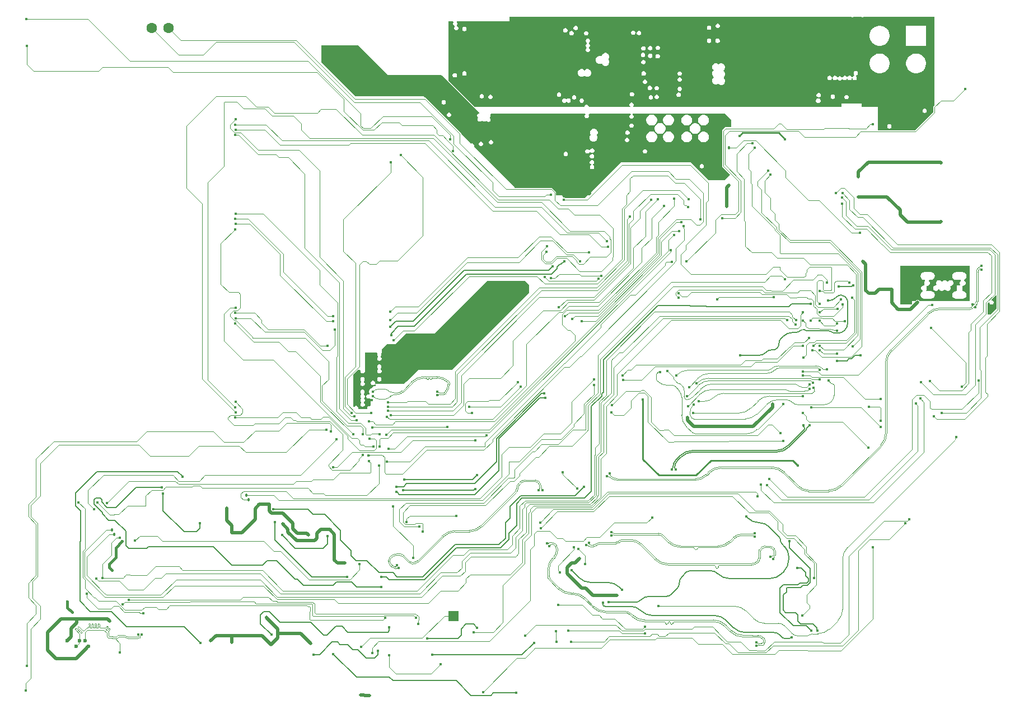
<source format=gbr>
G04*
G04 #@! TF.GenerationSoftware,Altium Limited,Altium Designer,24.2.2 (26)*
G04*
G04 Layer_Physical_Order=3*
G04 Layer_Color=16440176*
%FSLAX25Y25*%
%MOIN*%
G70*
G04*
G04 #@! TF.SameCoordinates,80A8E479-4E92-43EF-BFA2-91FD1FC97BD2*
G04*
G04*
G04 #@! TF.FilePolarity,Positive*
G04*
G01*
G75*
%ADD11C,0.00400*%
%ADD14C,0.01000*%
%ADD15C,0.00500*%
%ADD110C,0.02362*%
%ADD177C,0.06299*%
%ADD197C,0.01600*%
%ADD202C,0.00538*%
%ADD207C,0.02000*%
%ADD210C,0.00727*%
%ADD213C,0.00404*%
%ADD217C,0.00520*%
%ADD218C,0.00800*%
%ADD219C,0.01500*%
%ADD232R,0.06299X0.06299*%
%ADD240C,0.01800*%
%ADD241C,0.02000*%
%ADD244C,0.00404*%
%ADD245C,0.00404*%
%ADD246C,0.00497*%
%ADD247C,0.00497*%
G36*
X522500Y-12307D02*
Y-34704D01*
X521960Y-35243D01*
X521795Y-35491D01*
X521737Y-35783D01*
Y-38850D01*
X510814Y-49772D01*
X488762D01*
Y-35852D01*
X479195D01*
Y-33858D01*
X467323D01*
X467087Y-33568D01*
Y-35852D01*
X444770D01*
X444550Y-35761D01*
X443993D01*
X443774Y-35852D01*
X343045D01*
X342990Y-35758D01*
X342892Y-35352D01*
X343171Y-35072D01*
X343369Y-34595D01*
Y-34078D01*
X343171Y-33600D01*
X342805Y-33234D01*
X342328Y-33036D01*
X341810D01*
X341333Y-33234D01*
X340967Y-33600D01*
X340769Y-34078D01*
Y-34595D01*
X340967Y-35072D01*
X341246Y-35352D01*
X341147Y-35758D01*
X341093Y-35852D01*
X316571D01*
Y-35466D01*
X316373Y-34988D01*
X316008Y-34623D01*
X315530Y-34425D01*
X315013D01*
X314535Y-34623D01*
X314169Y-34988D01*
X313971Y-35466D01*
Y-35852D01*
X248776D01*
X233052Y-20128D01*
X233078Y-9447D01*
Y15352D01*
X235829D01*
X236036Y14852D01*
X235904Y14720D01*
X235706Y14242D01*
Y13725D01*
X235904Y13247D01*
X236270Y12881D01*
X236622Y12735D01*
X236762Y12346D01*
X236769Y12183D01*
X236597Y12011D01*
X236399Y11533D01*
Y11016D01*
X236597Y10538D01*
X236963Y10173D01*
X237441Y9975D01*
X237958D01*
X238436Y10173D01*
X238801Y10538D01*
X238999Y11016D01*
Y11533D01*
X238801Y12011D01*
X238436Y12377D01*
X238084Y12522D01*
X237943Y12912D01*
X237936Y13075D01*
X238108Y13247D01*
X238306Y13725D01*
Y14242D01*
X238108Y14720D01*
X237976Y14852D01*
X238183Y15352D01*
X269295D01*
Y17942D01*
X376323D01*
X376723Y17776D01*
X377240D01*
X377641Y17942D01*
X382323D01*
X382723Y17776D01*
X383240D01*
X383641Y17942D01*
X422577D01*
X422628Y17921D01*
X423145D01*
X423196Y17942D01*
X428577D01*
X428628Y17921D01*
X429145D01*
X429196Y17942D01*
X446398D01*
X446449Y17921D01*
X446966D01*
X447017Y17942D01*
X452398D01*
X452449Y17921D01*
X452966D01*
X453017Y17942D01*
X472786D01*
X472867Y17860D01*
X473345Y17662D01*
X473862D01*
X474340Y17860D01*
X474422Y17942D01*
X478786D01*
X478867Y17860D01*
X479345Y17662D01*
X479862D01*
X480340Y17860D01*
X480422Y17942D01*
X484970D01*
X485372Y17775D01*
X485889D01*
X486291Y17942D01*
X490970D01*
X491372Y17775D01*
X491889D01*
X492291Y17942D01*
X500013D01*
X500415Y17775D01*
X500933D01*
X501335Y17942D01*
X506013D01*
X506415Y17775D01*
X506932D01*
X507335Y17942D01*
X522500D01*
Y-12307D01*
D02*
G37*
G36*
X196889Y-16580D02*
X228738D01*
X251272Y-39113D01*
X251255Y-39293D01*
X251112Y-39660D01*
X250747Y-39811D01*
X250381Y-40177D01*
X250183Y-40655D01*
Y-41172D01*
X250381Y-41650D01*
X250747Y-42015D01*
X250551Y-42473D01*
X250530Y-42495D01*
X250332Y-42973D01*
Y-43490D01*
X250530Y-43968D01*
X250896Y-44333D01*
X251374Y-44531D01*
X251891D01*
X252368Y-44333D01*
X252734Y-43968D01*
X253245D01*
X253611Y-44333D01*
X254089Y-44531D01*
X254606D01*
X255084Y-44333D01*
X255217Y-44200D01*
X255647Y-44092D01*
X255851Y-44220D01*
X256073Y-44442D01*
X256551Y-44640D01*
X257068D01*
X257546Y-44442D01*
X257911Y-44076D01*
X258109Y-43598D01*
Y-43081D01*
X257911Y-42603D01*
X257793Y-42485D01*
X257643Y-42083D01*
X257798Y-41837D01*
X257984Y-41651D01*
X258182Y-41173D01*
Y-40656D01*
X258034Y-40299D01*
X258201Y-39928D01*
X258313Y-39799D01*
X291702D01*
X291770Y-39731D01*
X314418D01*
X314470Y-39819D01*
X314571Y-40231D01*
X314293Y-40509D01*
X314095Y-40987D01*
Y-41504D01*
X314293Y-41982D01*
X314659Y-42348D01*
X315136Y-42546D01*
X315654D01*
X316131Y-42348D01*
X316497Y-41982D01*
X316695Y-41504D01*
Y-40987D01*
X316497Y-40509D01*
X316554Y-40222D01*
X316651Y-40182D01*
X317016Y-39817D01*
X317052Y-39731D01*
X341456D01*
X341555Y-40231D01*
X341333Y-40323D01*
X340967Y-40689D01*
X340769Y-41167D01*
Y-41684D01*
X340967Y-42162D01*
X341333Y-42527D01*
X341810Y-42725D01*
X342328D01*
X342805Y-42527D01*
X343171Y-42162D01*
X343369Y-41684D01*
Y-41167D01*
X343171Y-40689D01*
X342805Y-40323D01*
X342583Y-40231D01*
X342682Y-39731D01*
X397736D01*
X401398Y-43393D01*
Y-47828D01*
X398110D01*
X397818Y-47886D01*
X397570Y-48051D01*
X396147Y-49475D01*
X395981Y-49723D01*
X395923Y-50015D01*
Y-71073D01*
X395981Y-71365D01*
X396147Y-71613D01*
X400689Y-76155D01*
X397324Y-79521D01*
X388010D01*
X377072Y-68583D01*
X335752D01*
X318047Y-86287D01*
Y-87044D01*
X318047Y-87044D01*
X318047D01*
X317947Y-87515D01*
X317758Y-87763D01*
X317002Y-88519D01*
X315815D01*
X314118Y-90217D01*
X302839D01*
X302500Y-89878D01*
X302022Y-89680D01*
X301505D01*
X301447Y-89704D01*
X300734Y-88519D01*
X297206D01*
Y-86800D01*
X297148Y-86508D01*
X296983Y-86260D01*
X294863Y-84141D01*
X294616Y-83976D01*
X294323Y-83917D01*
X272819D01*
X248229Y-59328D01*
X248337Y-59067D01*
Y-58550D01*
X248139Y-58072D01*
X247774Y-57706D01*
X247296Y-57509D01*
X246779D01*
X246518Y-57617D01*
X240623Y-51722D01*
Y-51624D01*
X240565Y-51332D01*
X240399Y-51084D01*
X219676Y-30361D01*
X219429Y-30195D01*
X219137Y-30137D01*
X219039D01*
X218253Y-29352D01*
X177653D01*
X157291Y-8990D01*
Y779D01*
X179530D01*
X196889Y-16580D01*
D02*
G37*
G36*
X543532Y-151043D02*
X543078Y-151278D01*
X542561D01*
X542501Y-151303D01*
X513613D01*
X513485Y-151112D01*
X512989Y-150780D01*
X512403Y-150664D01*
X511818Y-150780D01*
X511322Y-151112D01*
X511131Y-151303D01*
X509090D01*
Y-152986D01*
X508629Y-153438D01*
X502067Y-153293D01*
Y-130299D01*
X543532D01*
Y-151043D01*
D02*
G37*
G36*
X559224Y-148073D02*
X559238Y-148084D01*
Y-155939D01*
X555802Y-159375D01*
X554203D01*
X553967Y-159088D01*
Y-152675D01*
X554631Y-152010D01*
X555131Y-152217D01*
Y-152462D01*
X555329Y-152939D01*
X555695Y-153305D01*
X556173Y-153503D01*
X556690D01*
X557168Y-153305D01*
X557533Y-152939D01*
X557731Y-152462D01*
Y-151944D01*
X557533Y-151467D01*
X557168Y-151101D01*
X556690Y-150903D01*
X556446D01*
X556239Y-150403D01*
X558738Y-147903D01*
X559224Y-148073D01*
D02*
G37*
G36*
X281027Y-141820D02*
Y-146535D01*
X235260Y-192301D01*
X215058D01*
X209412Y-197947D01*
X209412Y-197947D01*
X209412Y-197947D01*
X208127Y-199232D01*
X206503Y-200856D01*
X189711D01*
X189434Y-200440D01*
X189435Y-200436D01*
Y-199919D01*
X189237Y-199442D01*
X189136Y-199340D01*
X188872Y-199076D01*
X188394Y-198878D01*
X187877D01*
X187399Y-199076D01*
X187033Y-199442D01*
X186835Y-199919D01*
Y-200436D01*
X187033Y-200914D01*
X187399Y-201280D01*
X187877Y-201478D01*
X188394D01*
X188872Y-201280D01*
X189136Y-201016D01*
X189608Y-201151D01*
X189636Y-201169D01*
Y-201957D01*
X188783Y-202216D01*
X187502Y-202901D01*
X187079Y-203248D01*
X186705D01*
Y-203455D01*
X186374Y-203817D01*
X186374Y-203817D01*
X185887Y-204545D01*
X185717Y-205403D01*
X185887Y-206262D01*
X186099Y-206579D01*
X185856Y-207013D01*
X185725Y-206959D01*
X185208D01*
X184730Y-207157D01*
X184364Y-207523D01*
X184166Y-208000D01*
Y-208518D01*
X184364Y-208995D01*
X184730Y-209361D01*
X185208Y-209559D01*
X185725D01*
X186203Y-209361D01*
X186294Y-209370D01*
X186374Y-209490D01*
X186705Y-209821D01*
Y-213680D01*
X186205Y-214014D01*
X186147Y-213990D01*
X185630D01*
X185152Y-214188D01*
X184787Y-214554D01*
X184589Y-215032D01*
Y-215549D01*
X184364Y-215885D01*
X179541D01*
X179263Y-215469D01*
X179281Y-215426D01*
Y-214909D01*
X179083Y-214431D01*
X178718Y-214065D01*
X178240Y-213867D01*
X177723D01*
X177245Y-214065D01*
X176889Y-214421D01*
X176831Y-214420D01*
X176385Y-214316D01*
X176377Y-214054D01*
Y-195100D01*
X179028Y-192449D01*
X180351D01*
X180628Y-192865D01*
X180623Y-192877D01*
Y-193394D01*
X180821Y-193872D01*
X181187Y-194238D01*
X181665Y-194436D01*
X182182D01*
X182660Y-194238D01*
X183025Y-193872D01*
X183223Y-193394D01*
Y-192877D01*
X183218Y-192865D01*
X183256Y-192809D01*
Y-182006D01*
X190381D01*
X190690Y-182506D01*
X190602Y-182717D01*
Y-183234D01*
X190800Y-183712D01*
X191112Y-184024D01*
X191149Y-184275D01*
X191120Y-184600D01*
X190821Y-184899D01*
X190623Y-185377D01*
Y-185894D01*
X190821Y-186372D01*
X191187Y-186738D01*
X191665Y-186936D01*
X192182D01*
X192660Y-186738D01*
X193025Y-186372D01*
X193223Y-185894D01*
Y-185377D01*
X193025Y-184899D01*
X192714Y-184588D01*
X192677Y-184337D01*
X192705Y-184011D01*
X193005Y-183712D01*
X193202Y-183234D01*
Y-182717D01*
X193115Y-182506D01*
X193424Y-182006D01*
X193452D01*
Y-180196D01*
X196611Y-177036D01*
X201540D01*
X207941Y-170636D01*
X224750D01*
X256022Y-139365D01*
X278571D01*
X281027Y-141820D01*
D02*
G37*
%LPC*%
G36*
X393579Y13819D02*
X393062D01*
X392584Y13621D01*
X392218Y13255D01*
X392020Y12777D01*
Y12260D01*
X392218Y11782D01*
X392584Y11417D01*
X393062Y11219D01*
X393579D01*
X394057Y11417D01*
X394423Y11782D01*
X394620Y12260D01*
Y12777D01*
X394423Y13255D01*
X394057Y13621D01*
X393579Y13819D01*
D02*
G37*
G36*
X388461Y12772D02*
X387944D01*
X387466Y12574D01*
X387100Y12208D01*
X386902Y11730D01*
Y11213D01*
X387100Y10735D01*
X387466Y10369D01*
X387944Y10171D01*
X388461D01*
X388939Y10369D01*
X389304Y10735D01*
X389502Y11213D01*
Y11730D01*
X389304Y12208D01*
X388939Y12574D01*
X388461Y12772D01*
D02*
G37*
G36*
X309081Y12575D02*
X308564D01*
X308086Y12377D01*
X307720Y12011D01*
X307522Y11533D01*
Y11016D01*
X307720Y10538D01*
X308086Y10173D01*
X308564Y9975D01*
X309081D01*
X309559Y10173D01*
X309925Y10538D01*
X310122Y11016D01*
Y11533D01*
X309925Y12011D01*
X309559Y12377D01*
X309081Y12575D01*
D02*
G37*
G36*
X242822Y11996D02*
X242305D01*
X241827Y11798D01*
X241461Y11433D01*
X241263Y10955D01*
Y10438D01*
X241461Y9960D01*
X241827Y9594D01*
X242305Y9396D01*
X242822D01*
X243300Y9594D01*
X243665Y9960D01*
X243863Y10438D01*
Y10955D01*
X243665Y11433D01*
X243300Y11798D01*
X242822Y11996D01*
D02*
G37*
G36*
X302906Y11153D02*
X302389D01*
X301911Y10955D01*
X301545Y10589D01*
X301347Y10111D01*
Y9594D01*
X301545Y9116D01*
X301911Y8750D01*
X302389Y8553D01*
X302906D01*
X303384Y8750D01*
X303750Y9116D01*
X303947Y9594D01*
Y10111D01*
X303750Y10589D01*
X303384Y10955D01*
X302906Y11153D01*
D02*
G37*
G36*
X343268Y9711D02*
X342751D01*
X342273Y9513D01*
X341907Y9148D01*
X341709Y8670D01*
Y8153D01*
X341907Y7675D01*
X342273Y7309D01*
X342751Y7111D01*
X343268D01*
X343746Y7309D01*
X344111Y7675D01*
X344309Y8153D01*
Y8670D01*
X344111Y9148D01*
X343746Y9513D01*
X343268Y9711D01*
D02*
G37*
G36*
X346767Y9519D02*
X346250D01*
X345772Y9321D01*
X345407Y8955D01*
X345209Y8477D01*
Y7960D01*
X345407Y7482D01*
X345772Y7117D01*
X346250Y6919D01*
X346767D01*
X347245Y7117D01*
X347611Y7482D01*
X347809Y7960D01*
Y8477D01*
X347611Y8955D01*
X347245Y9321D01*
X346767Y9519D01*
D02*
G37*
G36*
X306542Y9464D02*
X306025D01*
X305547Y9266D01*
X305181Y8900D01*
X304983Y8422D01*
Y7905D01*
X305181Y7427D01*
X305547Y7061D01*
X306025Y6864D01*
X306542D01*
X307020Y7061D01*
X307385Y7427D01*
X307583Y7905D01*
Y8422D01*
X307385Y8900D01*
X307020Y9266D01*
X306542Y9464D01*
D02*
G37*
G36*
X315290Y9407D02*
X314773D01*
X314295Y9209D01*
X313929Y8843D01*
X313731Y8365D01*
Y7848D01*
X313929Y7370D01*
X314295Y7005D01*
X314773Y6807D01*
X315290D01*
X315768Y7005D01*
X316133Y7370D01*
X316331Y7848D01*
Y8365D01*
X316133Y8843D01*
X315768Y9209D01*
X315290Y9407D01*
D02*
G37*
G36*
X393505Y4991D02*
X392988D01*
X392510Y4793D01*
X392145Y4428D01*
X391947Y3950D01*
Y3432D01*
X392145Y2955D01*
X392510Y2589D01*
X392988Y2391D01*
X393505D01*
X393983Y2589D01*
X394349Y2955D01*
X394547Y3432D01*
Y3950D01*
X394349Y4428D01*
X393983Y4793D01*
X393505Y4991D01*
D02*
G37*
G36*
X388470D02*
X387953D01*
X387475Y4793D01*
X387109Y4428D01*
X386911Y3950D01*
Y3432D01*
X387109Y2955D01*
X387475Y2589D01*
X387953Y2391D01*
X388470D01*
X388948Y2589D01*
X389313Y2955D01*
X389511Y3432D01*
Y3950D01*
X389313Y4428D01*
X388948Y4793D01*
X388470Y4991D01*
D02*
G37*
G36*
X517371Y12589D02*
X505544D01*
Y762D01*
X517371D01*
Y12589D01*
D02*
G37*
G36*
X490340D02*
X489175D01*
X488033Y12361D01*
X486957Y11916D01*
X485988Y11268D01*
X485164Y10445D01*
X484517Y9476D01*
X484071Y8400D01*
X483844Y7258D01*
Y6093D01*
X484071Y4950D01*
X484517Y3874D01*
X485164Y2906D01*
X485988Y2082D01*
X486957Y1435D01*
X488033Y989D01*
X489175Y762D01*
X490340D01*
X491482Y989D01*
X492558Y1435D01*
X493527Y2082D01*
X494351Y2906D01*
X494998Y3874D01*
X495444Y4950D01*
X495671Y6093D01*
Y7258D01*
X495444Y8400D01*
X494998Y9476D01*
X494351Y10445D01*
X493527Y11268D01*
X492558Y11916D01*
X491482Y12361D01*
X490340Y12589D01*
D02*
G37*
G36*
X357962Y737D02*
X357444D01*
X356966Y539D01*
X356601Y173D01*
X356403Y-305D01*
Y-822D01*
X356601Y-1300D01*
X356966Y-1665D01*
X357444Y-1863D01*
X357962D01*
X358439Y-1665D01*
X358805Y-1300D01*
X359003Y-822D01*
Y-305D01*
X358805Y173D01*
X358439Y539D01*
X357962Y737D01*
D02*
G37*
G36*
X353416Y550D02*
X352899D01*
X352421Y352D01*
X352055Y-14D01*
X351857Y-492D01*
Y-1009D01*
X352055Y-1487D01*
X352421Y-1852D01*
X352899Y-2050D01*
X353416D01*
X353893Y-1852D01*
X354259Y-1487D01*
X354457Y-1009D01*
Y-492D01*
X354259Y-14D01*
X353893Y352D01*
X353416Y550D01*
D02*
G37*
G36*
X349399Y389D02*
X348882D01*
X348404Y191D01*
X348038Y-174D01*
X347840Y-652D01*
Y-1169D01*
X348038Y-1647D01*
X348404Y-2013D01*
X348882Y-2211D01*
X349399D01*
X349877Y-2013D01*
X350242Y-1647D01*
X350440Y-1169D01*
Y-652D01*
X350242Y-174D01*
X349877Y191D01*
X349399Y389D01*
D02*
G37*
G36*
X316277Y4998D02*
X315760D01*
X315282Y4800D01*
X314917Y4434D01*
X314719Y3956D01*
Y3439D01*
X314917Y2961D01*
X315282Y2596D01*
X315350Y2568D01*
Y2026D01*
X315264Y1991D01*
X314898Y1625D01*
X314700Y1147D01*
Y630D01*
X314898Y152D01*
X315185Y-135D01*
X315237Y-404D01*
X315193Y-725D01*
X314917Y-1001D01*
X314719Y-1479D01*
Y-1996D01*
X314917Y-2474D01*
X315282Y-2840D01*
X315760Y-3038D01*
X316277D01*
X316755Y-2840D01*
X317121Y-2474D01*
X317319Y-1996D01*
Y-1479D01*
X317121Y-1001D01*
X316834Y-714D01*
X316781Y-446D01*
X316826Y-124D01*
X317102Y152D01*
X317300Y630D01*
Y1147D01*
X317102Y1625D01*
X316736Y1991D01*
X316669Y2019D01*
Y2560D01*
X316755Y2596D01*
X317121Y2961D01*
X317319Y3439D01*
Y3956D01*
X317121Y4434D01*
X316755Y4800D01*
X316277Y4998D01*
D02*
G37*
G36*
X327027Y-3550D02*
X326112D01*
X325267Y-3900D01*
X324620Y-4547D01*
X324331Y-5243D01*
X323808Y-5488D01*
X323481Y-5352D01*
X322566D01*
X321721Y-5703D01*
X321074Y-6350D01*
X320724Y-7195D01*
Y-8110D01*
X321074Y-8955D01*
X321721Y-9602D01*
X322566Y-9952D01*
X323481D01*
X324327Y-9602D01*
X324345Y-9606D01*
X324620Y-10268D01*
X325267Y-10915D01*
X326112Y-11265D01*
X327027D01*
X327872Y-10915D01*
X328519Y-10268D01*
X328870Y-9422D01*
Y-8507D01*
X328519Y-7662D01*
X328265Y-7407D01*
X328519Y-7153D01*
X328870Y-6307D01*
Y-5392D01*
X328519Y-4547D01*
X327872Y-3900D01*
X327027Y-3550D01*
D02*
G37*
G36*
X349118Y-3510D02*
X348601D01*
X348123Y-3708D01*
X347758Y-4073D01*
X347560Y-4551D01*
Y-5068D01*
X347758Y-5546D01*
X348123Y-5912D01*
X348601Y-6110D01*
X349118D01*
X349596Y-5912D01*
X349962Y-5546D01*
X350160Y-5068D01*
Y-4551D01*
X349962Y-4073D01*
X349596Y-3708D01*
X349118Y-3510D01*
D02*
G37*
G36*
X353416Y-3999D02*
X352899D01*
X352421Y-4197D01*
X352055Y-4563D01*
X351857Y-5040D01*
Y-5558D01*
X352055Y-6035D01*
X352421Y-6401D01*
X352899Y-6599D01*
X353416D01*
X353893Y-6401D01*
X354259Y-6035D01*
X354457Y-5558D01*
Y-5040D01*
X354259Y-4563D01*
X353893Y-4197D01*
X353416Y-3999D01*
D02*
G37*
G36*
X357844Y-4263D02*
X357327D01*
X356849Y-4461D01*
X356484Y-4827D01*
X356286Y-5305D01*
Y-5822D01*
X356484Y-6300D01*
X356849Y-6665D01*
X357327Y-6863D01*
X357844D01*
X358322Y-6665D01*
X358688Y-6300D01*
X358886Y-5822D01*
Y-5305D01*
X358688Y-4827D01*
X358322Y-4461D01*
X357844Y-4263D01*
D02*
G37*
G36*
X349399Y-7802D02*
X348882D01*
X348404Y-8000D01*
X348038Y-8365D01*
X347840Y-8843D01*
Y-9360D01*
X348038Y-9838D01*
X348404Y-10204D01*
X348882Y-10402D01*
X349399D01*
X349877Y-10204D01*
X350242Y-9838D01*
X350440Y-9360D01*
Y-8843D01*
X350242Y-8365D01*
X349877Y-8000D01*
X349399Y-7802D01*
D02*
G37*
G36*
X316205Y-13215D02*
X315290D01*
X314444Y-13565D01*
X314081Y-13929D01*
X313718Y-13565D01*
X312872Y-13215D01*
X311957D01*
X311112Y-13565D01*
X310465Y-14212D01*
X310115Y-15058D01*
Y-15973D01*
X310465Y-16818D01*
X311112Y-17465D01*
X311957Y-17815D01*
X312872D01*
X313718Y-17465D01*
X314081Y-17102D01*
X314444Y-17465D01*
X315290Y-17815D01*
X316205D01*
X317050Y-17465D01*
X317697Y-16818D01*
X318047Y-15973D01*
Y-15058D01*
X317697Y-14212D01*
X317050Y-13565D01*
X316205Y-13215D01*
D02*
G37*
G36*
X512040Y-3911D02*
X510875D01*
X509733Y-4139D01*
X508657Y-4584D01*
X507688Y-5232D01*
X506864Y-6055D01*
X506217Y-7024D01*
X505771Y-8100D01*
X505544Y-9242D01*
Y-10407D01*
X505771Y-11550D01*
X506217Y-12626D01*
X506864Y-13594D01*
X507688Y-14418D01*
X508657Y-15065D01*
X509733Y-15511D01*
X510875Y-15738D01*
X512040D01*
X513182Y-15511D01*
X514258Y-15065D01*
X515227Y-14418D01*
X516051Y-13594D01*
X516698Y-12626D01*
X517144Y-11550D01*
X517371Y-10407D01*
Y-9242D01*
X517144Y-8100D01*
X516698Y-7024D01*
X516051Y-6055D01*
X515227Y-5232D01*
X514258Y-4584D01*
X513182Y-4139D01*
X512040Y-3911D01*
D02*
G37*
G36*
X490340D02*
X489175D01*
X488033Y-4139D01*
X486957Y-4584D01*
X485988Y-5232D01*
X485164Y-6055D01*
X484517Y-7024D01*
X484071Y-8100D01*
X483844Y-9242D01*
Y-10407D01*
X484071Y-11550D01*
X484517Y-12626D01*
X485164Y-13594D01*
X485988Y-14418D01*
X486957Y-15065D01*
X488033Y-15511D01*
X489175Y-15738D01*
X490340D01*
X491482Y-15511D01*
X492558Y-15065D01*
X493527Y-14418D01*
X494351Y-13594D01*
X494998Y-12626D01*
X495444Y-11550D01*
X495671Y-10407D01*
Y-9242D01*
X495444Y-8100D01*
X494998Y-7024D01*
X494351Y-6055D01*
X493527Y-5232D01*
X492558Y-4584D01*
X491482Y-4139D01*
X490340Y-3911D01*
D02*
G37*
G36*
X242822Y-14544D02*
X242305D01*
X241827Y-14741D01*
X241461Y-15107D01*
X241263Y-15585D01*
Y-16102D01*
X241461Y-16580D01*
X241827Y-16946D01*
X242305Y-17143D01*
X242822D01*
X243300Y-16946D01*
X243665Y-16580D01*
X243863Y-16102D01*
Y-15585D01*
X243665Y-15107D01*
X243300Y-14741D01*
X242822Y-14544D01*
D02*
G37*
G36*
X349526Y-14550D02*
X349009D01*
X348531Y-14748D01*
X348165Y-15114D01*
X347967Y-15592D01*
Y-16109D01*
X348165Y-16587D01*
X348531Y-16952D01*
X349009Y-17150D01*
X349526D01*
X350004Y-16952D01*
X350369Y-16587D01*
X350567Y-16109D01*
Y-15592D01*
X350369Y-15114D01*
X350004Y-14748D01*
X349526Y-14550D01*
D02*
G37*
G36*
X370977Y-14599D02*
X370460D01*
X369982Y-14797D01*
X369616Y-15163D01*
X369419Y-15641D01*
Y-16158D01*
X369616Y-16636D01*
X369982Y-17001D01*
X370460Y-17199D01*
X370977D01*
X371455Y-17001D01*
X371821Y-16636D01*
X372019Y-16158D01*
Y-15641D01*
X371821Y-15163D01*
X371455Y-14797D01*
X370977Y-14599D01*
D02*
G37*
G36*
X475789Y-14332D02*
X475272D01*
X474794Y-14530D01*
X474428Y-14896D01*
X474230Y-15373D01*
Y-15890D01*
X474428Y-16368D01*
X474758Y-16698D01*
X474741Y-16868D01*
X474632Y-17142D01*
X474609Y-17198D01*
X474132Y-17396D01*
X473766Y-17762D01*
X473606Y-18147D01*
X473106D01*
X472947Y-17762D01*
X472581Y-17396D01*
X472103Y-17198D01*
X471586D01*
X471108Y-17396D01*
X470742Y-17762D01*
X470690Y-17889D01*
X470148D01*
X470096Y-17762D01*
X469730Y-17396D01*
X469252Y-17198D01*
X468735D01*
X468257Y-17396D01*
X467892Y-17762D01*
X467743Y-18121D01*
X467308Y-18183D01*
X467222Y-18171D01*
X467144Y-17982D01*
X466778Y-17616D01*
X466300Y-17418D01*
X465783D01*
X465305Y-17616D01*
X464940Y-17982D01*
X464900Y-18078D01*
X464365Y-18063D01*
X464240Y-17762D01*
X463875Y-17396D01*
X463397Y-17198D01*
X462880D01*
X462402Y-17396D01*
X462036Y-17762D01*
X461838Y-18239D01*
Y-18757D01*
X462036Y-19234D01*
X462402Y-19600D01*
X462880Y-19798D01*
X463397D01*
X463875Y-19600D01*
X464240Y-19234D01*
X464280Y-19139D01*
X464815Y-19154D01*
X464940Y-19455D01*
X465305Y-19821D01*
X465783Y-20019D01*
X466300D01*
X466778Y-19821D01*
X467144Y-19455D01*
X467293Y-19095D01*
X467727Y-19033D01*
X467813Y-19046D01*
X467892Y-19234D01*
X468257Y-19600D01*
X468735Y-19798D01*
X469252D01*
X469730Y-19600D01*
X470096Y-19234D01*
X470148Y-19107D01*
X470690D01*
X470742Y-19234D01*
X471108Y-19600D01*
X471586Y-19798D01*
X472103D01*
X472581Y-19600D01*
X472947Y-19234D01*
X473106Y-18849D01*
X473606D01*
X473766Y-19234D01*
X474132Y-19600D01*
X474610Y-19798D01*
X475127D01*
X475605Y-19600D01*
X475970Y-19234D01*
X476168Y-18757D01*
Y-18239D01*
X475970Y-17762D01*
X475640Y-17432D01*
X475658Y-17262D01*
X475767Y-16988D01*
X475790Y-16931D01*
X476267Y-16734D01*
X476632Y-16368D01*
X476830Y-15890D01*
Y-15373D01*
X476632Y-14896D01*
X476267Y-14530D01*
X475789Y-14332D01*
D02*
G37*
G36*
X237070Y-15597D02*
X236552D01*
X236075Y-15795D01*
X235709Y-16160D01*
X235511Y-16638D01*
Y-17155D01*
X235709Y-17633D01*
X236075Y-17999D01*
X236552Y-18197D01*
X237070D01*
X237547Y-17999D01*
X237913Y-17633D01*
X238111Y-17155D01*
Y-16638D01*
X237913Y-16160D01*
X237547Y-15795D01*
X237070Y-15597D01*
D02*
G37*
G36*
X460223Y-17198D02*
X459706D01*
X459228Y-17396D01*
X458862Y-17762D01*
X458664Y-18239D01*
Y-18757D01*
X458862Y-19234D01*
X459228Y-19600D01*
X459706Y-19798D01*
X460223D01*
X460701Y-19600D01*
X461066Y-19234D01*
X461264Y-18757D01*
Y-18239D01*
X461066Y-17762D01*
X460701Y-17396D01*
X460223Y-17198D01*
D02*
G37*
G36*
X370977Y-18152D02*
X370460D01*
X369982Y-18350D01*
X369616Y-18716D01*
X369419Y-19194D01*
Y-19711D01*
X369616Y-20189D01*
X369982Y-20554D01*
X370460Y-20752D01*
X370977D01*
X371455Y-20554D01*
X371821Y-20189D01*
X372019Y-19711D01*
Y-19194D01*
X371821Y-18716D01*
X371455Y-18350D01*
X370977Y-18152D01*
D02*
G37*
G36*
X350337Y-19472D02*
X349819D01*
X349342Y-19669D01*
X348976Y-20035D01*
X348778Y-20513D01*
Y-21030D01*
X348976Y-21508D01*
X349342Y-21874D01*
X349819Y-22072D01*
X350337D01*
X350814Y-21874D01*
X351180Y-21508D01*
X351378Y-21030D01*
Y-20513D01*
X351180Y-20035D01*
X350814Y-19669D01*
X350337Y-19472D01*
D02*
G37*
G36*
X392682Y-9641D02*
X391767D01*
X390922Y-9991D01*
X390275Y-10638D01*
X389924Y-11484D01*
Y-12398D01*
X390275Y-13244D01*
X390901Y-13870D01*
X390275Y-14496D01*
X389924Y-15342D01*
Y-16257D01*
X390275Y-17102D01*
X390844Y-17671D01*
X390889Y-17965D01*
X390844Y-18258D01*
X390275Y-18827D01*
X389924Y-19673D01*
Y-20588D01*
X390275Y-21433D01*
X390922Y-22080D01*
X391767Y-22430D01*
X392682D01*
X393527Y-22080D01*
X393797Y-21810D01*
X394268Y-22281D01*
X395113Y-22631D01*
X396028D01*
X396874Y-22281D01*
X397521Y-21634D01*
X397871Y-20788D01*
Y-19873D01*
X397521Y-19028D01*
X397094Y-18601D01*
X396928Y-18274D01*
X397094Y-17948D01*
X397521Y-17521D01*
X397871Y-16676D01*
Y-15761D01*
X397521Y-14915D01*
X396986Y-14381D01*
X396875Y-14257D01*
X396953Y-13760D01*
X397324Y-13390D01*
X397674Y-12544D01*
Y-11629D01*
X397324Y-10784D01*
X396677Y-10137D01*
X395831Y-9787D01*
X394917D01*
X394071Y-10137D01*
X393872Y-10336D01*
X393527Y-9991D01*
X392682Y-9641D01*
D02*
G37*
G36*
X353191Y-23190D02*
X352674D01*
X352197Y-23388D01*
X351831Y-23754D01*
X351633Y-24232D01*
Y-24749D01*
X351831Y-25227D01*
X352197Y-25592D01*
X352674Y-25790D01*
X353191D01*
X353669Y-25592D01*
X354035Y-25227D01*
X354233Y-24749D01*
Y-24232D01*
X354035Y-23754D01*
X353669Y-23388D01*
X353191Y-23190D01*
D02*
G37*
G36*
X357337Y-23257D02*
X356819D01*
X356342Y-23455D01*
X355976Y-23821D01*
X355778Y-24298D01*
Y-24815D01*
X355976Y-25293D01*
X356342Y-25659D01*
X356819Y-25857D01*
X357337D01*
X357814Y-25659D01*
X358180Y-25293D01*
X358378Y-24815D01*
Y-24298D01*
X358180Y-23821D01*
X357814Y-23455D01*
X357337Y-23257D01*
D02*
G37*
G36*
X370977Y-23664D02*
X370460D01*
X369982Y-23862D01*
X369616Y-24228D01*
X369419Y-24705D01*
Y-25223D01*
X369616Y-25701D01*
X369982Y-26066D01*
X370460Y-26264D01*
X370977D01*
X371455Y-26066D01*
X371821Y-25701D01*
X372019Y-25223D01*
Y-24705D01*
X371821Y-24228D01*
X371455Y-23862D01*
X370977Y-23664D01*
D02*
G37*
G36*
X342547Y-26936D02*
X342030D01*
X341552Y-27134D01*
X341187Y-27499D01*
X340989Y-27977D01*
Y-28494D01*
X341187Y-28972D01*
X341552Y-29338D01*
X342030Y-29536D01*
X342547D01*
X343025Y-29338D01*
X343391Y-28972D01*
X343589Y-28494D01*
Y-27977D01*
X343391Y-27499D01*
X343025Y-27134D01*
X342547Y-26936D01*
D02*
G37*
G36*
X299144Y-27177D02*
X298627D01*
X298149Y-27375D01*
X297784Y-27741D01*
X297586Y-28219D01*
Y-28736D01*
X297784Y-29214D01*
X298149Y-29579D01*
X298627Y-29777D01*
X299144D01*
X299622Y-29579D01*
X299988Y-29214D01*
X300186Y-28736D01*
Y-28219D01*
X299988Y-27741D01*
X299622Y-27375D01*
X299144Y-27177D01*
D02*
G37*
G36*
X370383Y-27208D02*
X369865D01*
X369388Y-27406D01*
X369022Y-27772D01*
X368824Y-28250D01*
Y-28767D01*
X369022Y-29245D01*
X369388Y-29610D01*
X369865Y-29808D01*
X370383D01*
X370860Y-29610D01*
X371226Y-29245D01*
X371424Y-28767D01*
Y-28250D01*
X371226Y-27772D01*
X370860Y-27406D01*
X370383Y-27208D01*
D02*
G37*
G36*
X453768Y-27423D02*
X453251D01*
X452773Y-27621D01*
X452407Y-27986D01*
X452209Y-28464D01*
Y-28981D01*
X452407Y-29459D01*
X452773Y-29825D01*
X453251Y-30023D01*
X453768D01*
X454246Y-29825D01*
X454611Y-29459D01*
X454809Y-28981D01*
Y-28464D01*
X454611Y-27986D01*
X454246Y-27621D01*
X453768Y-27423D01*
D02*
G37*
G36*
X253168Y-28052D02*
X252651D01*
X252173Y-28250D01*
X251807Y-28615D01*
X251609Y-29093D01*
Y-29610D01*
X251807Y-30088D01*
X252173Y-30454D01*
X252651Y-30652D01*
X253168D01*
X253646Y-30454D01*
X254011Y-30088D01*
X254209Y-29610D01*
Y-29093D01*
X254011Y-28615D01*
X253646Y-28250D01*
X253168Y-28052D01*
D02*
G37*
G36*
X462119Y-28330D02*
X461602D01*
X461124Y-28527D01*
X460759Y-28893D01*
X460561Y-29371D01*
Y-29888D01*
X460759Y-30366D01*
X461124Y-30732D01*
X461602Y-30929D01*
X462119D01*
X462597Y-30732D01*
X462963Y-30366D01*
X463161Y-29888D01*
Y-29371D01*
X462963Y-28893D01*
X462597Y-28527D01*
X462119Y-28330D01*
D02*
G37*
G36*
X357337Y-28381D02*
X356819D01*
X356342Y-28579D01*
X355976Y-28944D01*
X355778Y-29422D01*
Y-29939D01*
X355976Y-30417D01*
X356342Y-30783D01*
X356819Y-30981D01*
X357337D01*
X357814Y-30783D01*
X358180Y-30417D01*
X358378Y-29939D01*
Y-29422D01*
X358180Y-28944D01*
X357814Y-28579D01*
X357337Y-28381D01*
D02*
G37*
G36*
X258289D02*
X257772D01*
X257294Y-28579D01*
X256928Y-28944D01*
X256730Y-29422D01*
Y-29939D01*
X256928Y-30417D01*
X257294Y-30783D01*
X257772Y-30981D01*
X258289D01*
X258767Y-30783D01*
X259132Y-30417D01*
X259330Y-29939D01*
Y-29422D01*
X259132Y-28944D01*
X258767Y-28579D01*
X258289Y-28381D01*
D02*
G37*
G36*
X304796Y-30664D02*
X304279D01*
X303801Y-30862D01*
X303567Y-31096D01*
X303258Y-31180D01*
X302948Y-31096D01*
X302714Y-30862D01*
X302237Y-30664D01*
X301719D01*
X301242Y-30862D01*
X300876Y-31228D01*
X300678Y-31705D01*
Y-32223D01*
X300876Y-32700D01*
X301242Y-33066D01*
X301719Y-33264D01*
X302237D01*
X302714Y-33066D01*
X302948Y-32832D01*
X303258Y-32749D01*
X303567Y-32832D01*
X303801Y-33066D01*
X304279Y-33264D01*
X304796D01*
X305274Y-33066D01*
X305639Y-32700D01*
X305837Y-32223D01*
Y-31705D01*
X305639Y-31228D01*
X305274Y-30862D01*
X304796Y-30664D01*
D02*
G37*
G36*
X470354Y-28589D02*
X469837D01*
X469359Y-28787D01*
X468993Y-29153D01*
X468795Y-29631D01*
Y-30148D01*
X468993Y-30626D01*
X469359Y-30991D01*
X469837Y-31189D01*
X470354D01*
X470832Y-30991D01*
X471198Y-30626D01*
X471395Y-30148D01*
Y-29631D01*
X471198Y-29153D01*
X470832Y-28787D01*
X470354Y-28589D01*
D02*
G37*
G36*
X353786Y-28747D02*
X353269D01*
X352791Y-28945D01*
X352425Y-29310D01*
X352227Y-29788D01*
Y-30305D01*
X352425Y-30783D01*
X352791Y-31149D01*
X353269Y-31347D01*
X353786D01*
X354264Y-31149D01*
X354629Y-30783D01*
X354827Y-30305D01*
Y-29788D01*
X354629Y-29310D01*
X354264Y-28945D01*
X353786Y-28747D01*
D02*
G37*
G36*
X308127D02*
X307610D01*
X307132Y-28945D01*
X306766Y-29310D01*
X306568Y-29788D01*
Y-30305D01*
X306766Y-30783D01*
X307132Y-31149D01*
X307610Y-31347D01*
X308127D01*
X308605Y-31149D01*
X308970Y-30783D01*
X309168Y-30305D01*
Y-29788D01*
X308970Y-29310D01*
X308605Y-28945D01*
X308127Y-28747D01*
D02*
G37*
G36*
X312673Y-30664D02*
X312156D01*
X311679Y-30862D01*
X311313Y-31228D01*
X311115Y-31705D01*
Y-32223D01*
X311313Y-32700D01*
X311679Y-33066D01*
X312156Y-33264D01*
X312673D01*
X313151Y-33066D01*
X313517Y-32700D01*
X313715Y-32223D01*
Y-31705D01*
X313517Y-31228D01*
X313151Y-30862D01*
X312673Y-30664D01*
D02*
G37*
G36*
X453556Y-30643D02*
X452999D01*
X452484Y-30856D01*
X452090Y-31250D01*
X451877Y-31764D01*
Y-32321D01*
X452090Y-32836D01*
X452484Y-33230D01*
X452999Y-33443D01*
X453556D01*
X454070Y-33230D01*
X454464Y-32836D01*
X454677Y-32321D01*
Y-31764D01*
X454464Y-31250D01*
X454070Y-30856D01*
X453556Y-30643D01*
D02*
G37*
G36*
X516822Y-36734D02*
X516304D01*
X515827Y-36932D01*
X515461Y-37298D01*
X515263Y-37775D01*
Y-38293D01*
X515461Y-38770D01*
X515827Y-39136D01*
X516304Y-39334D01*
X516822D01*
X517299Y-39136D01*
X517665Y-38770D01*
X517863Y-38293D01*
Y-37775D01*
X517665Y-37298D01*
X517299Y-36932D01*
X516822Y-36734D01*
D02*
G37*
G36*
X495812Y-45964D02*
X495295D01*
X494817Y-46162D01*
X494451Y-46527D01*
X494253Y-47005D01*
Y-47522D01*
X494451Y-48000D01*
X494817Y-48366D01*
X495295Y-48564D01*
X495812D01*
X496289Y-48366D01*
X496655Y-48000D01*
X496853Y-47522D01*
Y-47005D01*
X496655Y-46527D01*
X496289Y-46162D01*
X495812Y-45964D01*
D02*
G37*
G36*
X230501Y-31657D02*
X229984D01*
X229506Y-31855D01*
X229140Y-32221D01*
X228942Y-32699D01*
Y-33216D01*
X229140Y-33694D01*
X229506Y-34059D01*
X229984Y-34257D01*
X230501D01*
X230979Y-34059D01*
X231344Y-33694D01*
X231542Y-33216D01*
Y-32699D01*
X231344Y-32221D01*
X230979Y-31855D01*
X230501Y-31657D01*
D02*
G37*
G36*
X233650Y-39102D02*
X233133D01*
X232655Y-39300D01*
X232290Y-39665D01*
X232092Y-40143D01*
Y-40660D01*
X232290Y-41138D01*
X232655Y-41504D01*
X233133Y-41702D01*
X233650D01*
X234128Y-41504D01*
X234494Y-41138D01*
X234692Y-40660D01*
Y-40143D01*
X234494Y-39665D01*
X234128Y-39300D01*
X233650Y-39102D01*
D02*
G37*
G36*
X364450Y-40332D02*
X363595D01*
X362768Y-40554D01*
X362027Y-40982D01*
X361422Y-41587D01*
X360994Y-42328D01*
X360772Y-43154D01*
Y-44010D01*
X360994Y-44837D01*
X361422Y-45578D01*
X362027Y-46183D01*
X362768Y-46611D01*
X363595Y-46832D01*
X364450D01*
X365277Y-46611D01*
X366018Y-46183D01*
X366623Y-45578D01*
X367051Y-44837D01*
X367272Y-44010D01*
Y-43154D01*
X367051Y-42328D01*
X366623Y-41587D01*
X366018Y-40982D01*
X365277Y-40554D01*
X364450Y-40332D01*
D02*
G37*
G36*
X354450D02*
X353595D01*
X352768Y-40554D01*
X352027Y-40982D01*
X351422Y-41587D01*
X350994Y-42328D01*
X350773Y-43154D01*
Y-44010D01*
X350994Y-44837D01*
X351422Y-45578D01*
X352027Y-46183D01*
X352768Y-46611D01*
X353595Y-46832D01*
X354450D01*
X355277Y-46611D01*
X356018Y-46183D01*
X356623Y-45578D01*
X357051Y-44837D01*
X357273Y-44010D01*
Y-43154D01*
X357051Y-42328D01*
X356623Y-41587D01*
X356018Y-40982D01*
X355277Y-40554D01*
X354450Y-40332D01*
D02*
G37*
G36*
X385326Y-40341D02*
X384471D01*
X383644Y-40563D01*
X382903Y-40990D01*
X382298Y-41596D01*
X381870Y-42337D01*
X381648Y-43163D01*
Y-44019D01*
X381870Y-44846D01*
X382298Y-45587D01*
X382903Y-46192D01*
X383644Y-46620D01*
X384471Y-46841D01*
X385326D01*
X386153Y-46620D01*
X386894Y-46192D01*
X387499Y-45587D01*
X387927Y-44846D01*
X388148Y-44019D01*
Y-43163D01*
X387927Y-42337D01*
X387499Y-41596D01*
X386894Y-40990D01*
X386153Y-40563D01*
X385326Y-40341D01*
D02*
G37*
G36*
X375326D02*
X374470D01*
X373644Y-40563D01*
X372903Y-40990D01*
X372298Y-41596D01*
X371870Y-42337D01*
X371648Y-43163D01*
Y-44019D01*
X371870Y-44846D01*
X372298Y-45587D01*
X372903Y-46192D01*
X373644Y-46620D01*
X374470Y-46841D01*
X375326D01*
X376153Y-46620D01*
X376894Y-46192D01*
X377499Y-45587D01*
X377927Y-44846D01*
X378148Y-44019D01*
Y-43163D01*
X377927Y-42337D01*
X377499Y-41596D01*
X376894Y-40990D01*
X376153Y-40563D01*
X375326Y-40341D01*
D02*
G37*
G36*
X342328Y-45598D02*
X341810D01*
X341333Y-45796D01*
X340967Y-46161D01*
X340769Y-46639D01*
Y-47156D01*
X340967Y-47634D01*
X341333Y-48000D01*
X341810Y-48198D01*
X342328D01*
X342805Y-48000D01*
X343171Y-47634D01*
X343369Y-47156D01*
Y-46639D01*
X343171Y-46161D01*
X342805Y-45796D01*
X342328Y-45598D01*
D02*
G37*
G36*
X359450Y-45332D02*
X358595D01*
X357768Y-45554D01*
X357027Y-45981D01*
X356422Y-46587D01*
X355994Y-47328D01*
X355772Y-48154D01*
Y-49010D01*
X355994Y-49837D01*
X356422Y-50578D01*
X357027Y-51183D01*
X357768Y-51611D01*
X358595Y-51832D01*
X359450D01*
X360277Y-51611D01*
X361018Y-51183D01*
X361623Y-50578D01*
X362051Y-49837D01*
X362273Y-49010D01*
Y-48154D01*
X362051Y-47328D01*
X361623Y-46587D01*
X361018Y-45981D01*
X360277Y-45554D01*
X359450Y-45332D01*
D02*
G37*
G36*
X380326Y-45341D02*
X379470D01*
X378644Y-45563D01*
X377903Y-45990D01*
X377298Y-46595D01*
X376870Y-47337D01*
X376648Y-48163D01*
Y-49019D01*
X376870Y-49845D01*
X377298Y-50587D01*
X377903Y-51192D01*
X378644Y-51620D01*
X379470Y-51841D01*
X380326D01*
X381153Y-51620D01*
X381894Y-51192D01*
X382499Y-50587D01*
X382927Y-49845D01*
X383148Y-49019D01*
Y-48163D01*
X382927Y-47337D01*
X382499Y-46595D01*
X381894Y-45990D01*
X381153Y-45563D01*
X380326Y-45341D01*
D02*
G37*
G36*
X339857Y-49765D02*
X339340D01*
X338862Y-49963D01*
X338496Y-50328D01*
X338298Y-50806D01*
Y-51323D01*
X338496Y-51801D01*
X338862Y-52167D01*
X339340Y-52365D01*
X339857D01*
X340335Y-52167D01*
X340700Y-51801D01*
X340898Y-51323D01*
Y-50806D01*
X340700Y-50328D01*
X340335Y-49963D01*
X339857Y-49765D01*
D02*
G37*
G36*
X320036Y-48765D02*
X319121D01*
X318276Y-49115D01*
X317629Y-49762D01*
X317279Y-50607D01*
Y-51522D01*
X317629Y-52368D01*
X317752Y-52491D01*
X317531Y-52713D01*
X317180Y-53558D01*
Y-54473D01*
X317531Y-55318D01*
X318178Y-55965D01*
X319023Y-56315D01*
X319938D01*
X320783Y-55965D01*
X321430Y-55318D01*
X321780Y-54473D01*
Y-53558D01*
X321430Y-52713D01*
X321307Y-52589D01*
X321529Y-52368D01*
X321879Y-51522D01*
Y-50607D01*
X321529Y-49762D01*
X320882Y-49115D01*
X320036Y-48765D01*
D02*
G37*
G36*
X339671Y-54084D02*
X339154D01*
X338676Y-54282D01*
X338310Y-54648D01*
X338112Y-55126D01*
Y-55643D01*
X338310Y-56121D01*
X338676Y-56486D01*
X339154Y-56684D01*
X339671D01*
X340149Y-56486D01*
X340514Y-56121D01*
X340712Y-55643D01*
Y-55126D01*
X340514Y-54648D01*
X340149Y-54282D01*
X339671Y-54084D01*
D02*
G37*
G36*
X364450Y-50332D02*
X363595D01*
X362768Y-50554D01*
X362027Y-50981D01*
X361422Y-51587D01*
X360994Y-52328D01*
X360772Y-53154D01*
Y-54010D01*
X360994Y-54837D01*
X361422Y-55578D01*
X362027Y-56183D01*
X362768Y-56611D01*
X363595Y-56832D01*
X364450D01*
X365277Y-56611D01*
X366018Y-56183D01*
X366623Y-55578D01*
X367051Y-54837D01*
X367272Y-54010D01*
Y-53154D01*
X367051Y-52328D01*
X366623Y-51587D01*
X366018Y-50981D01*
X365277Y-50554D01*
X364450Y-50332D01*
D02*
G37*
G36*
X354450D02*
X353595D01*
X352768Y-50554D01*
X352027Y-50981D01*
X351422Y-51587D01*
X350994Y-52328D01*
X350773Y-53154D01*
Y-54010D01*
X350994Y-54837D01*
X351422Y-55578D01*
X352027Y-56183D01*
X352768Y-56611D01*
X353595Y-56832D01*
X354450D01*
X355277Y-56611D01*
X356018Y-56183D01*
X356623Y-55578D01*
X357051Y-54837D01*
X357273Y-54010D01*
Y-53154D01*
X357051Y-52328D01*
X356623Y-51587D01*
X356018Y-50981D01*
X355277Y-50554D01*
X354450Y-50332D01*
D02*
G37*
G36*
X385326Y-50341D02*
X384471D01*
X383644Y-50563D01*
X382903Y-50990D01*
X382298Y-51595D01*
X381870Y-52337D01*
X381648Y-53163D01*
Y-54019D01*
X381870Y-54845D01*
X382298Y-55587D01*
X382903Y-56192D01*
X383644Y-56620D01*
X384471Y-56841D01*
X385326D01*
X386153Y-56620D01*
X386894Y-56192D01*
X387499Y-55587D01*
X387927Y-54845D01*
X388148Y-54019D01*
Y-53163D01*
X387927Y-52337D01*
X387499Y-51595D01*
X386894Y-50990D01*
X386153Y-50563D01*
X385326Y-50341D01*
D02*
G37*
G36*
X375326D02*
X374470D01*
X373644Y-50563D01*
X372903Y-50990D01*
X372298Y-51595D01*
X371870Y-52337D01*
X371648Y-53163D01*
Y-54019D01*
X371870Y-54845D01*
X372298Y-55587D01*
X372903Y-56192D01*
X373644Y-56620D01*
X374470Y-56841D01*
X375326D01*
X376153Y-56620D01*
X376894Y-56192D01*
X377499Y-55587D01*
X377927Y-54845D01*
X378148Y-54019D01*
Y-53163D01*
X377927Y-52337D01*
X377499Y-51595D01*
X376894Y-50990D01*
X376153Y-50563D01*
X375326Y-50341D01*
D02*
G37*
G36*
X258646Y-55378D02*
X258129D01*
X257651Y-55576D01*
X257285Y-55941D01*
X257087Y-56419D01*
Y-56936D01*
X257285Y-57414D01*
X257651Y-57780D01*
X258129Y-57978D01*
X258646D01*
X259124Y-57780D01*
X259489Y-57414D01*
X259687Y-56936D01*
Y-56419D01*
X259489Y-55941D01*
X259124Y-55576D01*
X258646Y-55378D01*
D02*
G37*
G36*
X252660Y-56523D02*
X252143D01*
X251665Y-56721D01*
X251300Y-57087D01*
X251102Y-57565D01*
Y-58082D01*
X251300Y-58560D01*
X251665Y-58925D01*
X252143Y-59123D01*
X252660D01*
X253138Y-58925D01*
X253504Y-58560D01*
X253702Y-58082D01*
Y-57565D01*
X253504Y-57087D01*
X253138Y-56721D01*
X252660Y-56523D01*
D02*
G37*
G36*
X318875Y-60497D02*
X318358D01*
X317880Y-60695D01*
X317514Y-61061D01*
X317356Y-61443D01*
X317009Y-61510D01*
X316835Y-61493D01*
X316831Y-61482D01*
X316465Y-61116D01*
X315987Y-60918D01*
X315470D01*
X314992Y-61116D01*
X314627Y-61482D01*
X314429Y-61959D01*
Y-62477D01*
X314627Y-62954D01*
X314992Y-63320D01*
X315470Y-63518D01*
X315987D01*
X316465Y-63320D01*
X316831Y-62954D01*
X316989Y-62572D01*
X317337Y-62506D01*
X317510Y-62523D01*
X317514Y-62534D01*
X317880Y-62900D01*
X318047Y-62969D01*
D01*
X318358Y-63098D01*
X318875D01*
X319353Y-62900D01*
X319719Y-62534D01*
X319916Y-62056D01*
Y-61539D01*
X319719Y-61061D01*
X319353Y-60695D01*
X318875Y-60497D01*
D02*
G37*
G36*
X350337Y-60900D02*
X349819D01*
X349342Y-61098D01*
X348976Y-61464D01*
X348778Y-61941D01*
Y-62459D01*
X348976Y-62936D01*
X349342Y-63302D01*
X349819Y-63500D01*
X350337D01*
X350814Y-63302D01*
X351180Y-62936D01*
X351378Y-62459D01*
Y-61941D01*
X351180Y-61464D01*
X350814Y-61098D01*
X350337Y-60900D01*
D02*
G37*
G36*
X303124Y-62505D02*
X302607D01*
X302129Y-62703D01*
X301763Y-63069D01*
X301565Y-63546D01*
Y-64064D01*
X301763Y-64541D01*
X302129Y-64907D01*
X302607Y-65105D01*
X303124D01*
X303602Y-64907D01*
X303967Y-64541D01*
X304165Y-64064D01*
Y-63546D01*
X303967Y-63069D01*
X303602Y-62703D01*
X303124Y-62505D01*
D02*
G37*
G36*
X318759Y-63828D02*
X318241D01*
X318047Y-63908D01*
D01*
X317764Y-64026D01*
D01*
X317398Y-64391D01*
X317200Y-64869D01*
Y-65386D01*
X317398Y-65864D01*
X317764Y-66230D01*
X318241Y-66428D01*
X318759D01*
X319236Y-66230D01*
X319602Y-65864D01*
X319800Y-65386D01*
Y-64869D01*
X319602Y-64391D01*
X319236Y-64026D01*
X318759Y-63828D01*
D02*
G37*
G36*
X384165Y-69766D02*
X383648D01*
X383170Y-69964D01*
X382804Y-70329D01*
X382606Y-70807D01*
Y-71324D01*
X382804Y-71802D01*
X383170Y-72168D01*
X383648Y-72366D01*
X384165D01*
X384643Y-72168D01*
X385008Y-71802D01*
X385206Y-71324D01*
Y-70807D01*
X385008Y-70329D01*
X384643Y-69964D01*
X384165Y-69766D01*
D02*
G37*
G36*
X318759Y-67404D02*
X318241D01*
X317764Y-67602D01*
D01*
X317398Y-67968D01*
X317200Y-68445D01*
Y-68963D01*
X317398Y-69440D01*
X317764Y-69806D01*
X317976Y-69894D01*
Y-70386D01*
X317916Y-70410D01*
D01*
X317799Y-70459D01*
X317433Y-70825D01*
X317235Y-71302D01*
Y-71820D01*
X317433Y-72297D01*
X317799Y-72663D01*
X318276Y-72861D01*
X318794D01*
X319271Y-72663D01*
X319637Y-72297D01*
X319835Y-71820D01*
Y-71302D01*
X319637Y-70825D01*
X319271Y-70459D01*
X319119Y-70396D01*
Y-69855D01*
X319236Y-69806D01*
X319602Y-69440D01*
X319800Y-68963D01*
Y-68445D01*
X319602Y-67968D01*
X319236Y-67602D01*
X318759Y-67404D01*
D02*
G37*
G36*
X532449Y-138908D02*
X531780D01*
X531162Y-139164D01*
X530689Y-139637D01*
X530613Y-139820D01*
X530072D01*
X529996Y-139637D01*
X529523Y-139164D01*
X528905Y-138908D01*
X528236D01*
X527619Y-139164D01*
X527146Y-139637D01*
X527070Y-139820D01*
X526529D01*
X526453Y-139637D01*
X525980Y-139164D01*
X525362Y-138908D01*
X524693D01*
X524075Y-139164D01*
X523602Y-139637D01*
X523347Y-140255D01*
Y-140924D01*
X523576Y-141479D01*
X523473Y-141751D01*
X523333Y-141979D01*
X522922D01*
X522304Y-142235D01*
X521831Y-142708D01*
X521575Y-143326D01*
Y-143994D01*
X521831Y-144612D01*
X522304Y-145085D01*
X522922Y-145341D01*
X523590D01*
X524208Y-145085D01*
X524681Y-144612D01*
X524757Y-144429D01*
X525298D01*
X525374Y-144612D01*
X525847Y-145085D01*
X526465Y-145341D01*
X527134D01*
X527751Y-145085D01*
X528224Y-144612D01*
X528300Y-144429D01*
X528841D01*
X528917Y-144612D01*
X529390Y-145085D01*
X530008Y-145341D01*
X530677D01*
X531295Y-145085D01*
X531768Y-144612D01*
X532024Y-143994D01*
Y-143326D01*
X531794Y-142770D01*
X531897Y-142498D01*
X532037Y-142270D01*
X532449D01*
X533066Y-142014D01*
X533539Y-141542D01*
X533795Y-140924D01*
Y-140255D01*
X533539Y-139637D01*
X533066Y-139164D01*
X532449Y-138908D01*
D02*
G37*
G36*
X539201Y-134179D02*
X535264D01*
X534377Y-134355D01*
X533626Y-134857D01*
X533124Y-135608D01*
X532948Y-136495D01*
X533124Y-137381D01*
X533626Y-138133D01*
X534377Y-138635D01*
X535264Y-138811D01*
X537895D01*
X538102Y-139311D01*
X537776Y-139637D01*
X537520Y-140255D01*
Y-140924D01*
X537750Y-141479D01*
X537560Y-141979D01*
X535748D01*
X535748Y-145341D01*
X535288Y-145438D01*
X535264D01*
X534377Y-145615D01*
X533626Y-146117D01*
X533124Y-146868D01*
X532948Y-147755D01*
X533124Y-148641D01*
X533626Y-149392D01*
X534377Y-149894D01*
X535264Y-150071D01*
X539201D01*
X540087Y-149894D01*
X540839Y-149392D01*
X541341Y-148641D01*
X541517Y-147755D01*
X541341Y-146868D01*
X540839Y-146117D01*
X540087Y-145615D01*
X539542Y-145506D01*
X539187Y-145371D01*
X539110Y-144985D01*
Y-142270D01*
X539535D01*
X540153Y-142014D01*
X540626Y-141542D01*
X540882Y-140924D01*
Y-140255D01*
X540626Y-139637D01*
X540153Y-139164D01*
X540099Y-139142D01*
X540091Y-138797D01*
X540123Y-138610D01*
X540839Y-138133D01*
X541341Y-137381D01*
X541517Y-136495D01*
X541341Y-135608D01*
X540839Y-134857D01*
X540087Y-134355D01*
X539201Y-134179D01*
D02*
G37*
G36*
X520303D02*
X516366D01*
X515480Y-134355D01*
X514728Y-134857D01*
X514226Y-135608D01*
X514050Y-136495D01*
X514226Y-137381D01*
X514728Y-138133D01*
X515480Y-138635D01*
X516366Y-138811D01*
X516635D01*
X516842Y-139311D01*
X516516Y-139637D01*
X516260Y-140255D01*
Y-140924D01*
X516490Y-141479D01*
X516386Y-141751D01*
X516246Y-141979D01*
X515835D01*
X515217Y-142235D01*
X514744Y-142708D01*
X514488Y-143326D01*
Y-143994D01*
X514744Y-144612D01*
X515217Y-145085D01*
X515355Y-145142D01*
X515391Y-145279D01*
X515368Y-145689D01*
X514728Y-146117D01*
X514226Y-146868D01*
X514050Y-147755D01*
X514226Y-148641D01*
X514728Y-149392D01*
X515480Y-149894D01*
X516366Y-150071D01*
X520303D01*
X521189Y-149894D01*
X521941Y-149392D01*
X522443Y-148641D01*
X522619Y-147755D01*
X522443Y-146868D01*
X521941Y-146117D01*
X521189Y-145615D01*
X520303Y-145438D01*
X517476D01*
X517268Y-144938D01*
X517594Y-144612D01*
X517850Y-143994D01*
Y-143326D01*
X517620Y-142770D01*
X517724Y-142498D01*
X517864Y-142270D01*
X518275D01*
X518893Y-142014D01*
X519366Y-141542D01*
X519622Y-140924D01*
Y-140255D01*
X519366Y-139637D01*
X519040Y-139311D01*
X519247Y-138811D01*
X520303D01*
X521189Y-138635D01*
X521941Y-138133D01*
X522443Y-137381D01*
X522619Y-136495D01*
X522443Y-135608D01*
X521941Y-134857D01*
X521189Y-134355D01*
X520303Y-134179D01*
D02*
G37*
G36*
X192161Y-189176D02*
X191644D01*
X191166Y-189374D01*
X190800Y-189739D01*
X190602Y-190217D01*
Y-190734D01*
X190800Y-191212D01*
X191112Y-191524D01*
X191149Y-191775D01*
X191120Y-192100D01*
X190821Y-192399D01*
X190623Y-192877D01*
Y-193394D01*
X190821Y-193872D01*
X191187Y-194238D01*
X191665Y-194436D01*
X192182D01*
X192660Y-194238D01*
X193025Y-193872D01*
X193223Y-193394D01*
Y-192877D01*
X193025Y-192399D01*
X192714Y-192088D01*
X192677Y-191837D01*
X192705Y-191511D01*
X193005Y-191212D01*
X193202Y-190734D01*
Y-190217D01*
X193005Y-189739D01*
X192639Y-189374D01*
X192161Y-189176D01*
D02*
G37*
G36*
Y-196676D02*
X191644D01*
X191166Y-196874D01*
X190800Y-197239D01*
X190602Y-197717D01*
Y-198234D01*
X190800Y-198712D01*
X191166Y-199078D01*
X191644Y-199276D01*
X192161D01*
X192639Y-199078D01*
X193005Y-198712D01*
X193202Y-198234D01*
Y-197717D01*
X193005Y-197239D01*
X192639Y-196874D01*
X192161Y-196676D01*
D02*
G37*
G36*
X182161D02*
X181644D01*
X181166Y-196874D01*
X180800Y-197239D01*
X180602Y-197717D01*
Y-198234D01*
X180800Y-198712D01*
X181112Y-199024D01*
X181149Y-199275D01*
X181120Y-199600D01*
X180821Y-199899D01*
X180623Y-200377D01*
Y-200894D01*
X180821Y-201372D01*
X181187Y-201738D01*
X181665Y-201936D01*
X182182D01*
X182660Y-201738D01*
X183025Y-201372D01*
X183223Y-200894D01*
Y-200377D01*
X183025Y-199899D01*
X182714Y-199588D01*
X182677Y-199337D01*
X182705Y-199011D01*
X183004Y-198712D01*
X183202Y-198234D01*
Y-197717D01*
X183004Y-197239D01*
X182639Y-196874D01*
X182161Y-196676D01*
D02*
G37*
G36*
Y-204176D02*
X181644D01*
X181166Y-204374D01*
X180800Y-204739D01*
X180602Y-205217D01*
Y-205734D01*
X180800Y-206212D01*
X181112Y-206524D01*
X181149Y-206775D01*
X181120Y-207100D01*
X180821Y-207399D01*
X180623Y-207877D01*
Y-208394D01*
X180821Y-208872D01*
X180939Y-208990D01*
X181159Y-209283D01*
X180939Y-209643D01*
X180853Y-209729D01*
X180656Y-210207D01*
Y-210724D01*
X180853Y-211202D01*
X181132Y-211480D01*
X181177Y-211794D01*
X181126Y-212070D01*
X180840Y-212356D01*
X180642Y-212834D01*
Y-213351D01*
X180840Y-213829D01*
X181206Y-214195D01*
X181684Y-214393D01*
X182201D01*
X182679Y-214195D01*
X183045Y-213829D01*
X183242Y-213351D01*
Y-212834D01*
X183045Y-212356D01*
X182766Y-212078D01*
X182721Y-211764D01*
X182772Y-211488D01*
X183058Y-211202D01*
X183256Y-210724D01*
Y-210207D01*
X183058Y-209729D01*
X182940Y-209611D01*
X182720Y-209318D01*
X182940Y-208958D01*
X183025Y-208872D01*
X183223Y-208394D01*
Y-207877D01*
X183025Y-207399D01*
X182714Y-207088D01*
X182677Y-206837D01*
X182705Y-206511D01*
X183004Y-206212D01*
X183202Y-205734D01*
Y-205217D01*
X183004Y-204739D01*
X182639Y-204374D01*
X182161Y-204176D01*
D02*
G37*
%LPD*%
D11*
X233618Y-199947D02*
G03*
X233358Y-199319I-889J0D01*
G01*
X231293Y-206620D02*
G03*
X233618Y-201006I-5614J5614D01*
G01*
X230534Y-206940D02*
G03*
X231282Y-206630I0J1059D01*
G01*
X227620Y-206940D02*
G03*
X226896Y-207240I0J-1024D01*
G01*
X226761Y-207375D02*
X226761Y-207374D01*
X226361Y-207540D02*
G03*
X226761Y-207375I0J566D01*
G01*
X233342Y-199303D02*
G03*
X226199Y-196344I-7143J-7143D01*
G01*
X218698Y-196344D02*
G03*
X210998Y-199533I0J-10889D01*
G01*
X197472Y-205188D02*
G03*
X197519Y-205222I255J308D01*
G01*
X196061Y-204100D02*
G03*
X194817Y-203888I-1245J-3542D01*
G01*
X202136Y-206188D02*
G03*
X205906Y-204626I0J5331D01*
G01*
X191620Y-203888D02*
G03*
X187960Y-205403I0J-5176D01*
G01*
X197519Y-205222D02*
G03*
X201102Y-206188I3583J6162D01*
G01*
X232718Y-199952D02*
G03*
X226181Y-197244I-6537J-6537D01*
G01*
X230648Y-205991D02*
G03*
X232718Y-200994I-4997J4997D01*
G01*
X230531Y-206040D02*
G03*
X230648Y-205991I0J166D01*
G01*
X226896Y-205740D02*
G03*
X227620Y-206040I724J724D01*
G01*
X226761Y-205605D02*
G03*
X226361Y-205440I-399J-400D01*
G01*
X226761Y-205606D02*
X226761Y-205605D01*
X218702Y-197244D02*
G03*
X211631Y-200173I0J-10000D01*
G01*
X202145Y-207087D02*
G03*
X206536Y-205269I0J6210D01*
G01*
X200698Y-207087D02*
G03*
X199606Y-207540I0J-1544D01*
G01*
D02*
G03*
X198625Y-207947I0J-1388D01*
G01*
X197356Y-209064D02*
G03*
X198149Y-208422I-2636J4071D01*
G01*
X195523Y-209823D02*
G03*
X197356Y-209064I0J2592D01*
G01*
X188944Y-208826D02*
G03*
X191897Y-209823I2953J3875D01*
G01*
X197359Y-205037D02*
G03*
X197472Y-205188I368J158D01*
G01*
X197359Y-205037D02*
G03*
X197165Y-204700I-1387J-571D01*
G01*
X196061Y-204100D02*
G03*
X196141Y-204118I129J379D01*
G01*
X197165Y-204700D02*
G03*
X196141Y-204118I-1193J-909D01*
G01*
X223402Y-197244D02*
G03*
X222952Y-197694I0J-450D01*
G01*
X220252D02*
G03*
X219802Y-197244I-450J0D01*
G01*
X222052Y-197694D02*
G03*
X221152Y-197694I-450J0D01*
G01*
X222052Y-197694D02*
G03*
X222952Y-197694I450J0D01*
G01*
X220252Y-197953D02*
G03*
X221152Y-197953I450J0D01*
G01*
X188452Y-208396D02*
G03*
X188944Y-208826I3445J3445D01*
G01*
X15348Y-347788D02*
G03*
X15984Y-347788I318J318D01*
G01*
X13009Y-345448D02*
G03*
X12372Y-345448I-318J-318D01*
G01*
D02*
G03*
X12372Y-346085I318J-318D01*
G01*
X14762Y-349111D02*
G03*
X14762Y-348475I-318J318D01*
G01*
X14126Y-349111D02*
G03*
X14762Y-349111I318J318D01*
G01*
X11571Y-346557D02*
G03*
X10935Y-346557I-318J-318D01*
G01*
X10935Y-346557D02*
G03*
X10935Y-347193I318J-318D01*
G01*
X13439Y-350333D02*
G03*
X13439Y-349697I-318J318D01*
G01*
X30604Y-348114D02*
G03*
X30604Y-348750I318J-318D01*
G01*
X31501Y-347216D02*
G03*
X31501Y-346580I-318J318D01*
G01*
D02*
G03*
X30865Y-346580I-318J-318D01*
G01*
X29331Y-347477D02*
G03*
X29967Y-347477I318J318D01*
G01*
X29331Y-346841D02*
G03*
X29331Y-347477I318J-318D01*
G01*
X30229Y-345943D02*
G03*
X30229Y-345307I-318J318D01*
G01*
X30229Y-345307D02*
G03*
X29592Y-345307I-318J-318D01*
G01*
X28058Y-346204D02*
G03*
X28695Y-346204I318J318D01*
G01*
X25266Y-345613D02*
G03*
X25716Y-346063I450J0D01*
G01*
X25266Y-343955D02*
G03*
X24366Y-343955I-450J0D01*
G01*
X23466Y-345924D02*
G03*
X24366Y-345924I450J0D01*
G01*
X23466Y-343955D02*
G03*
X22566Y-343955I-450J0D01*
G01*
X21666Y-345924D02*
G03*
X22566Y-345924I450J0D01*
G01*
X21666Y-343955D02*
G03*
X20766Y-343955I-450J0D01*
G01*
X19866Y-345924D02*
G03*
X20766Y-345924I450J0D01*
G01*
X19866Y-343955D02*
G03*
X18966Y-343955I-450J0D01*
G01*
X18516Y-346063D02*
G03*
X18966Y-345613I0J450D01*
G01*
X233618Y-201006D02*
Y-199947D01*
X233342Y-199303D02*
X233358Y-199319D01*
X231282Y-206630D02*
X231293Y-206620D01*
X227620Y-206940D02*
X230534D01*
X226761Y-207374D02*
X226896Y-207240D01*
X226761Y-207375D02*
X226761Y-207374D01*
X218698Y-196344D02*
X226199D01*
X205906Y-204626D02*
X210998Y-199533D01*
X191620Y-203888D02*
X194817D01*
X197519Y-205222D02*
X197519Y-205222D01*
X201102Y-206188D02*
X202136D01*
X232718Y-200994D02*
Y-199952D01*
X227620Y-206040D02*
X230531D01*
X226761Y-205606D02*
X226896Y-205740D01*
X226761Y-205605D02*
X226761Y-205606D01*
X206536Y-205269D02*
X211631Y-200173D01*
X200698Y-207087D02*
X202145D01*
X198149Y-208422D02*
X198625Y-207947D01*
X191897Y-209823D02*
X195523D01*
X223402Y-197244D02*
X226181D01*
X222052Y-197694D02*
Y-197694D01*
X222952Y-197694D02*
Y-197694D01*
X218702Y-197244D02*
X219802D01*
X221152Y-197953D02*
Y-197694D01*
X220252Y-197953D02*
Y-197694D01*
X187960Y-207904D02*
X188452Y-208396D01*
X15984Y-347788D02*
X17490Y-346282D01*
X13009Y-345448D02*
X15348Y-347788D01*
X12372Y-346085D02*
X14762Y-348475D01*
X11571Y-346557D02*
X14126Y-349111D01*
X10935Y-346557D02*
X10935Y-346557D01*
Y-347193D02*
X13439Y-349697D01*
X13439Y-349697D02*
X13439Y-349697D01*
X13297Y-350475D02*
X13439Y-350333D01*
X30682Y-349994D02*
Y-348828D01*
X30604Y-348750D02*
X30682Y-348828D01*
X30604Y-348114D02*
X31501Y-347216D01*
X30865Y-346580D02*
X30865D01*
X29967Y-347477D02*
X30865Y-346580D01*
X29331Y-346841D02*
X29331D01*
X30229Y-345943D01*
X30229Y-345307D02*
X30229Y-345307D01*
X30229Y-345307D01*
X30229Y-345307D02*
X30229Y-345307D01*
X29592D02*
X29592D01*
X28695Y-346204D02*
X29592Y-345307D01*
X27917Y-346063D02*
X28058Y-346204D01*
X30682Y-350769D02*
Y-349994D01*
X25716Y-346063D02*
X27344D01*
X25266Y-345613D02*
Y-343955D01*
X24366Y-345924D02*
Y-343955D01*
X23466Y-345924D02*
Y-343955D01*
X22566Y-345924D02*
Y-343955D01*
X21666Y-345924D02*
Y-343955D01*
X20766Y-345924D02*
Y-343955D01*
X19866Y-345924D02*
Y-343955D01*
X18966Y-345613D02*
Y-343955D01*
X18316Y-346063D02*
X18516D01*
X27344D02*
X27917D01*
X17709D02*
X18316D01*
X17490Y-346282D02*
X17709Y-346063D01*
X34651Y-352397D02*
X35643D01*
X30917Y-351003D02*
X32857D01*
X30682Y-350769D02*
X30917Y-351003D01*
X32857D02*
X33348Y-351494D01*
X34801D01*
X13297Y-353845D02*
Y-350475D01*
X12922Y-354220D02*
X13297Y-353845D01*
X12922Y-355520D02*
Y-354220D01*
X11526Y-356916D02*
X12922Y-355520D01*
D14*
X389298Y-246310D02*
X438029D01*
X441024Y-249306D01*
X380432Y-255176D02*
X389298Y-246310D01*
X358230Y-255176D02*
X380432D01*
X348731Y-245677D02*
X358230Y-255176D01*
X348731Y-245677D02*
Y-210121D01*
X429567Y-51207D02*
X433354Y-54994D01*
X408062Y-51207D02*
X429567D01*
X406262Y-53007D02*
X408062Y-51207D01*
D15*
X411019Y-280486D02*
G03*
X418090Y-283415I7071J7071D01*
G01*
X423840Y-285788D02*
G03*
X418112Y-283415I-5728J-5728D01*
G01*
X430563Y-293232D02*
G03*
X430053Y-292000I-1742J0D01*
G01*
X430563Y-293232D02*
G03*
X431789Y-296193I4187J0D01*
G01*
X435609Y-303479D02*
G03*
X433158Y-297562I-8367J0D01*
G01*
X432680Y-312565D02*
G03*
X435609Y-305494I-7071J7071D01*
G01*
X424399Y-316704D02*
G03*
X431470Y-313775I0J10000D01*
G01*
X393326D02*
G03*
X400397Y-316704I7071J7071D01*
G01*
X393167Y-313616D02*
G03*
X389488Y-312092I-3679J-3679D01*
G01*
X376638D02*
G03*
X374787Y-312859I0J-2618D01*
G01*
X372032Y-315614D02*
G03*
X370529Y-319243I3629J-3629D01*
G01*
X369039Y-322839D02*
G03*
X370529Y-319243I-3597J3597D01*
G01*
X362922Y-327242D02*
G03*
X365848Y-326030I0J4138D01*
G01*
X353013Y-327242D02*
G03*
X347165Y-329664I0J-8270D01*
G01*
X344300Y-330852D02*
G03*
X347165Y-329664I0J4053D01*
G01*
X435609Y-352495D02*
G03*
X437496Y-351713I0J2668D01*
G01*
X432058Y-351926D02*
G03*
X433432Y-352495I1374J1375D01*
G01*
X432057Y-351925D02*
X432058Y-351926D01*
X430528Y-350397D02*
G03*
X426831Y-348865I-3697J-3697D01*
G01*
X402818Y-345936D02*
G03*
X409889Y-348865I7071J7071D01*
G01*
X398482Y-341601D02*
G03*
X391411Y-338672I-7071J-7071D01*
G01*
X347916Y-335989D02*
G03*
X354394Y-338672I6477J6477D01*
G01*
X347916Y-335989D02*
G03*
X341264Y-333233I-6652J-6652D01*
G01*
X325491Y-332901D02*
G03*
X326293Y-333233I802J802D01*
G01*
X325225Y-332635D02*
X325226Y-332636D01*
X324963Y-332002D02*
G03*
X325225Y-332635I897J0D01*
G01*
X410306Y-279774D02*
X411019Y-280486D01*
X418090Y-283415D02*
X418112D01*
X423840Y-285788D02*
X430053Y-292000D01*
X431789Y-296193D02*
X433158Y-297562D01*
X431470Y-313775D02*
X432680Y-312565D01*
X400397Y-316704D02*
X424399D01*
X393167Y-313616D02*
X393326Y-313775D01*
X376638Y-312092D02*
X389488D01*
X372032Y-315614D02*
X374787Y-312859D01*
X365848Y-326030D02*
X369039Y-322839D01*
X353013Y-327242D02*
X362922D01*
X328505Y-330852D02*
X344300D01*
X435609Y-305494D02*
Y-303479D01*
X433432Y-352495D02*
X435609D01*
X432057Y-351925D02*
X432058Y-351926D01*
X430528Y-350397D02*
X432057Y-351925D01*
X409889Y-348865D02*
X426831D01*
X398482Y-341601D02*
X402818Y-345936D01*
X354394Y-338672D02*
X391411D01*
X326293Y-333233D02*
X341264D01*
X325226Y-332636D02*
X325491Y-332901D01*
X325225Y-332635D02*
X325226Y-332636D01*
X324963Y-332002D02*
Y-331131D01*
X205957Y-263932D02*
X248211D01*
X248638Y-263505D02*
X248936D01*
X248211Y-263932D02*
X248638Y-263505D01*
X247222Y-257728D02*
X249984Y-254966D01*
X206704Y-257728D02*
X247222D01*
D110*
X18612Y-356916D02*
D03*
X16841Y-353845D02*
D03*
X13297D02*
D03*
X11526Y-356916D02*
D03*
X6211Y-353845D02*
D03*
X535658Y-140589D02*
D03*
X533886Y-143660D02*
D03*
X521484Y-140589D02*
D03*
X519713Y-143660D02*
D03*
D177*
X56500Y11220D02*
D03*
X66500D02*
D03*
D197*
X416356Y-354757D02*
D03*
X293131Y-297320D02*
D03*
X416356Y-356857D02*
D03*
X291646Y-295835D02*
D03*
X473984Y-142143D02*
D03*
X464236Y-168907D02*
D03*
X469189Y-163253D02*
D03*
X467867Y-153333D02*
D03*
X464257Y-187128D02*
D03*
X478499Y-183810D02*
D03*
X464236Y-182684D02*
D03*
X465216Y-142825D02*
D03*
X406772Y-183605D02*
D03*
X416959Y-267677D02*
D03*
X410306Y-279774D02*
D03*
X324963Y-331131D02*
D03*
X437496Y-351713D02*
D03*
X464277Y-164801D02*
D03*
X466673Y-150511D02*
D03*
X328505Y-330852D02*
D03*
X459030Y-151105D02*
D03*
X329947Y-289099D02*
D03*
X415459Y-289608D02*
D03*
X329947Y-291199D02*
D03*
X415459Y-291708D02*
D03*
X316640Y-295234D02*
D03*
X426334Y-305187D02*
D03*
X424849Y-303702D02*
D03*
X315155Y-296719D02*
D03*
X490265Y-209586D02*
D03*
X521904Y-220121D02*
D03*
X526826Y-217995D02*
D03*
X463764Y-86945D02*
D03*
X467617Y-87013D02*
D03*
X361273Y-94745D02*
D03*
X357703Y-90672D02*
D03*
X490408Y-222740D02*
D03*
X298805Y-155207D02*
D03*
X198556Y-219242D02*
D03*
X196513Y-220306D02*
D03*
X477988Y-110624D02*
D03*
X467535Y-89865D02*
D03*
X467532Y-93423D02*
D03*
X371551Y-104296D02*
D03*
X370529Y-109615D02*
D03*
X535359Y-232506D02*
D03*
X452687Y-347774D02*
D03*
X449129D02*
D03*
X357917Y-333139D02*
D03*
X511471Y-212507D02*
D03*
X513907Y-209474D02*
D03*
X507534Y-281291D02*
D03*
X504975Y-283805D02*
D03*
X485878Y-298175D02*
D03*
X423949Y-257309D02*
D03*
X422782Y-261101D02*
D03*
X419167Y-260738D02*
D03*
X471781Y-140405D02*
D03*
X430563Y-230007D02*
D03*
X432493Y-234571D02*
D03*
X454044Y-145529D02*
D03*
X197600Y-362277D02*
D03*
X191053Y-359571D02*
D03*
X187960Y-205403D02*
D03*
Y-207904D02*
D03*
X226361Y-207540D02*
D03*
Y-205440D02*
D03*
X152563Y-361941D02*
D03*
X388660Y-61485D02*
D03*
X386647Y-65391D02*
D03*
X391023Y-64931D02*
D03*
X265619Y-146896D02*
D03*
X265696Y-153412D02*
D03*
X265785Y-150187D02*
D03*
X200465Y-174641D02*
D03*
X307556Y-86945D02*
D03*
X303937Y-86958D02*
D03*
X300189D02*
D03*
X294040Y-88146D02*
D03*
X198367Y-192399D02*
D03*
X201878Y-192301D02*
D03*
X485590Y-46194D02*
D03*
X235848Y-61938D02*
D03*
X526418Y-104177D02*
D03*
X526240Y-69197D02*
D03*
X433354Y-54994D02*
D03*
X348731Y-210121D02*
D03*
X481426Y-142876D02*
D03*
X514001Y-44727D02*
D03*
X512086Y-46527D02*
D03*
X508435Y-48480D02*
D03*
X505763D02*
D03*
X502720Y-48211D02*
D03*
X499374Y-48283D02*
D03*
X242202Y14426D02*
D03*
X198553Y-68717D02*
D03*
X204640Y-64500D02*
D03*
X234144Y-55181D02*
D03*
X506137Y-151427D02*
D03*
X37328Y-292493D02*
D03*
X17733Y-325883D02*
D03*
X51414Y-337288D02*
D03*
X46330Y-294217D02*
D03*
X483472Y-214306D02*
D03*
X459297Y-198800D02*
D03*
X490408Y-226282D02*
D03*
X482925Y-238810D02*
D03*
X253595Y-384246D02*
D03*
X300972Y-253521D02*
D03*
X255570Y-231460D02*
D03*
X309596Y-263005D02*
D03*
X197519Y-239416D02*
D03*
X314274Y-307991D02*
D03*
X310302Y-299177D02*
D03*
X293889Y-137683D02*
D03*
X324163Y-136393D02*
D03*
X322253Y-138177D02*
D03*
X290297Y-137139D02*
D03*
X369971Y-149360D02*
D03*
X369920Y-146834D02*
D03*
X274362Y-199593D02*
D03*
X276134Y-202301D02*
D03*
X290579Y-209092D02*
D03*
X290026Y-206288D02*
D03*
X307771Y-298067D02*
D03*
X299496Y-313053D02*
D03*
X232341Y-226263D02*
D03*
X187733Y-226680D02*
D03*
X162908Y-228983D02*
D03*
X181942Y-243210D02*
D03*
X186114Y-233541D02*
D03*
X301994Y-127675D02*
D03*
X295161Y-130714D02*
D03*
X316549Y-122524D02*
D03*
X311288Y-127736D02*
D03*
X160384Y-227999D02*
D03*
X175513Y-218226D02*
D03*
X177087Y-219930D02*
D03*
X-18633Y-383309D02*
D03*
X-18086Y-368831D02*
D03*
X176331Y-230729D02*
D03*
X165416Y-168337D02*
D03*
X161117Y-178132D02*
D03*
X164513Y-163484D02*
D03*
X164304Y-160380D02*
D03*
X353575Y-91094D02*
D03*
X372888Y-106638D02*
D03*
X367369Y-112141D02*
D03*
X464583Y-156000D02*
D03*
X454103Y-158114D02*
D03*
X454175Y-153030D02*
D03*
X473848Y-178293D02*
D03*
X301763Y-90980D02*
D03*
X354394Y-280279D02*
D03*
X-18177Y16515D02*
D03*
X-18000Y709D02*
D03*
X548653Y-198810D02*
D03*
X520303Y-167301D02*
D03*
X538620Y-202511D02*
D03*
X519782Y-199152D02*
D03*
X514260Y-199737D02*
D03*
X473308Y-149360D02*
D03*
X512403Y-152193D02*
D03*
X520894Y-153787D02*
D03*
X479776Y-127717D02*
D03*
X540872Y-24914D02*
D03*
X519974Y-32866D02*
D03*
X298908Y9853D02*
D03*
X454003Y-163114D02*
D03*
X443692Y-338855D02*
D03*
X440660Y-310363D02*
D03*
X436008Y-294311D02*
D03*
X336370Y-323293D02*
D03*
X447882Y-225556D02*
D03*
X444227D02*
D03*
X366122Y-251837D02*
D03*
X368222D02*
D03*
X171242Y-307335D02*
D03*
X550448Y-132631D02*
D03*
Y-130531D02*
D03*
X545211Y-153497D02*
D03*
X546696Y-154982D02*
D03*
X328968Y-254147D02*
D03*
X327483Y-255632D02*
D03*
X555037Y-154730D02*
D03*
X203339Y-310442D02*
D03*
X202361Y-308584D02*
D03*
X217572Y-288714D02*
D03*
X215658Y-285593D02*
D03*
X286810Y-264101D02*
D03*
X288910D02*
D03*
X106324Y-211506D02*
D03*
X106086Y-214628D02*
D03*
X106307Y-217689D02*
D03*
X106123Y-220810D02*
D03*
X106324Y-155403D02*
D03*
X106086Y-158525D02*
D03*
X106307Y-161587D02*
D03*
X106123Y-164708D02*
D03*
X106324Y-99301D02*
D03*
X106086Y-102423D02*
D03*
X106307Y-105484D02*
D03*
X106123Y-108606D02*
D03*
Y-52503D02*
D03*
X106307Y-49382D02*
D03*
X106086Y-46321D02*
D03*
X106324Y-43198D02*
D03*
X166473Y-7313D02*
D03*
X165935Y-3958D02*
D03*
X166201Y-1139D02*
D03*
X163324Y-6413D02*
D03*
Y-3958D02*
D03*
Y-1139D02*
D03*
X236437Y-3694D02*
D03*
X239274D02*
D03*
X242227D02*
D03*
Y-1139D02*
D03*
X239084Y-1277D02*
D03*
X236437Y-1139D02*
D03*
X311033Y-304734D02*
D03*
X187567Y-361027D02*
D03*
X306458Y-311859D02*
D03*
X283993Y-355050D02*
D03*
X454210Y-198126D02*
D03*
X449017Y-214698D02*
D03*
X444165Y-217995D02*
D03*
X444103Y-195699D02*
D03*
X296968Y-347979D02*
D03*
X249199Y-234387D02*
D03*
X223543Y-362187D02*
D03*
X220292Y-352390D02*
D03*
X211893Y-304475D02*
D03*
X200065Y-273575D02*
D03*
X208126Y-282969D02*
D03*
X237599Y-279268D02*
D03*
X245446Y-214451D02*
D03*
X247012Y-218210D02*
D03*
X298248Y-332521D02*
D03*
X164431Y-250349D02*
D03*
X287686Y-283354D02*
D03*
X287986Y-286649D02*
D03*
X333325Y-326852D02*
D03*
X450641Y-316454D02*
D03*
X304235Y-347684D02*
D03*
X250160Y-345970D02*
D03*
X248074Y-348594D02*
D03*
X278604Y-350833D02*
D03*
X306064Y-354250D02*
D03*
X297496Y-354422D02*
D03*
X350202Y-345307D02*
D03*
X350133Y-349314D02*
D03*
X248936Y-263505D02*
D03*
X249984Y-254966D02*
D03*
X206704Y-257728D02*
D03*
X205957Y-263932D02*
D03*
X201996Y-261970D02*
D03*
X201893Y-265165D02*
D03*
X187429Y-210515D02*
D03*
X186949Y-218171D02*
D03*
X273255Y-384814D02*
D03*
X363369Y-193173D02*
D03*
X375187Y-220604D02*
D03*
X359149Y-193621D02*
D03*
X368747Y-195621D02*
D03*
X380783Y-200476D02*
D03*
X376247Y-202621D02*
D03*
X375162Y-208152D02*
D03*
X382081Y-211105D02*
D03*
X375547Y-214058D02*
D03*
X378947Y-213121D02*
D03*
X378747Y-218121D02*
D03*
X496923Y-144504D02*
D03*
X26899Y-316424D02*
D03*
X32656Y-311630D02*
D03*
X319717Y-198050D02*
D03*
X319676Y-201548D02*
D03*
X329913Y-217591D02*
D03*
X330393Y-213309D02*
D03*
X383062Y-102728D02*
D03*
X400134Y-82330D02*
D03*
X198367Y-157825D02*
D03*
Y-162769D02*
D03*
X198460Y-166676D02*
D03*
X198922Y-171844D02*
D03*
X193016Y-315733D02*
D03*
X448685Y-153054D02*
D03*
X313563Y-262186D02*
D03*
X85135Y-283671D02*
D03*
X74548Y-256005D02*
D03*
X197865Y-345862D02*
D03*
X193016Y-321668D02*
D03*
X161004Y-291346D02*
D03*
X149563Y-290625D02*
D03*
X150888Y-355336D02*
D03*
X164407Y-361682D02*
D03*
X336723Y-195597D02*
D03*
X337150Y-198479D02*
D03*
X341153Y-101006D02*
D03*
X134048Y-290849D02*
D03*
X104068Y-354623D02*
D03*
X180190Y-307952D02*
D03*
X63119Y-265947D02*
D03*
X62262Y-262473D02*
D03*
X39206Y-332140D02*
D03*
X8900Y-336731D02*
D03*
X291403Y-122125D02*
D03*
X291593Y-118581D02*
D03*
X327442Y-115840D02*
D03*
X328146Y-119132D02*
D03*
X302512Y-160474D02*
D03*
X312224Y-163292D02*
D03*
X306701Y-162073D02*
D03*
X127628Y-350049D02*
D03*
X181137Y-357434D02*
D03*
X395910Y-101909D02*
D03*
X454210Y-192315D02*
D03*
X458314Y-192038D02*
D03*
X444175Y-193396D02*
D03*
X444389Y-185159D02*
D03*
X424755Y-76217D02*
D03*
X423429Y-73717D02*
D03*
X37514Y-360586D02*
D03*
X447906Y-201074D02*
D03*
X458476Y-140496D02*
D03*
X449966Y-200065D02*
D03*
X450391Y-203113D02*
D03*
X448144Y-203709D02*
D03*
X449660Y-180830D02*
D03*
X450256Y-178004D02*
D03*
X439923Y-162836D02*
D03*
X439855Y-165509D02*
D03*
X447703Y-173271D02*
D03*
X448826Y-162972D02*
D03*
X215025Y-343865D02*
D03*
X213745Y-339987D02*
D03*
X228521Y-367717D02*
D03*
X6097Y-330264D02*
D03*
X101159Y-274689D02*
D03*
X24062Y-271260D02*
D03*
X42739Y-329264D02*
D03*
X29602Y-271818D02*
D03*
X374813Y-127818D02*
D03*
X365912Y-128043D02*
D03*
X172587Y-315602D02*
D03*
X23238Y-316817D02*
D03*
X128877Y-275540D02*
D03*
X124821Y-339781D02*
D03*
X129811Y-282969D02*
D03*
X134215Y-283960D02*
D03*
X50316Y-349978D02*
D03*
X48216D02*
D03*
X31513Y-342159D02*
D03*
X38834Y-294513D02*
D03*
X104068Y-289257D02*
D03*
X91535Y-353845D02*
D03*
X85308Y-354980D02*
D03*
X12778Y-271260D02*
D03*
X22155Y-275295D02*
D03*
X166443Y-233740D02*
D03*
X393037Y-150290D02*
D03*
X426555Y-149135D02*
D03*
X185810Y-202619D02*
D03*
X425924Y-212730D02*
D03*
X432262Y-212601D02*
D03*
X197167Y-211757D02*
D03*
X195394Y-340134D02*
D03*
X191725Y-249362D02*
D03*
X185810Y-246699D02*
D03*
X196436Y-247150D02*
D03*
X433239Y-138426D02*
D03*
X441024Y-249306D02*
D03*
X367539Y-90439D02*
D03*
X375787Y-95374D02*
D03*
X365450Y-120907D02*
D03*
X185532Y-243503D02*
D03*
X188316Y-237933D02*
D03*
X196019Y-231008D02*
D03*
X197092Y-214306D02*
D03*
X197108Y-216806D02*
D03*
X185665Y-223143D02*
D03*
X178005Y-212594D02*
D03*
X178382Y-222301D02*
D03*
X186154Y-386262D02*
D03*
X182879Y-386228D02*
D03*
X180576Y-386013D02*
D03*
X444154Y-207976D02*
D03*
X434716Y-162876D02*
D03*
X406262Y-53007D02*
D03*
X376147Y-90605D02*
D03*
X398703Y-94980D02*
D03*
X415536Y-60053D02*
D03*
X414210Y-57553D02*
D03*
X444154Y-177976D02*
D03*
X191923Y-238136D02*
D03*
X181923Y-230636D02*
D03*
X191923D02*
D03*
X444154Y-162976D02*
D03*
X444175Y-158136D02*
D03*
X454175Y-180636D02*
D03*
X454154Y-177976D02*
D03*
D202*
X418351Y-183605D02*
G03*
X421963Y-182108I0J5109D01*
G01*
X425146Y-180519D02*
G03*
X422426Y-181646I0J-3847D01*
G01*
X426276Y-180519D02*
G03*
X428662Y-179531I0J3373D01*
G01*
D02*
G03*
X429844Y-176676I-2855J2855D01*
G01*
X430982Y-173815D02*
G03*
X429844Y-176561I2746J-2746D01*
G01*
X437719Y-170168D02*
G03*
X432444Y-172353I0J-7459D01*
G01*
X440102Y-170168D02*
G03*
X442184Y-169306I0J2944D01*
G01*
X444419Y-168197D02*
G03*
X442495Y-168994I0J-2721D01*
G01*
X445403Y-168604D02*
G03*
X444419Y-168197I-983J-984D01*
G01*
X445403Y-168605D02*
X445403Y-168604D01*
X445600Y-168801D02*
G03*
X446461Y-169158I862J862D01*
G01*
X461629Y-170003D02*
G03*
X459590Y-169158I-2040J-2040D01*
G01*
X461629Y-170003D02*
G03*
X462771Y-170476I1142J1142D01*
G01*
X465142D02*
G03*
X468897Y-168921I0J5309D01*
G01*
X470758Y-152172D02*
G03*
X469593Y-149360I-3976J0D01*
G01*
X468897Y-168921D02*
G03*
X470758Y-164428I-4493J4493D01*
G01*
X468889Y-148656D02*
G03*
X466850Y-147811I-2039J-2039D01*
G01*
D02*
G03*
X464005Y-148990I0J-4024D01*
G01*
X459657Y-151105D02*
G03*
X463469Y-149526I0J5390D01*
G01*
X446382Y-227056D02*
G03*
X446240Y-227317I382J-378D01*
G01*
X428232Y-241406D02*
G03*
X436030Y-238176I0J11028D01*
G01*
X378606Y-241406D02*
G03*
X371535Y-244335I0J-10000D01*
G01*
X369370Y-246501D02*
G03*
X367691Y-250555I4054J-4054D01*
G01*
D02*
G03*
X368018Y-251346I1119J0D01*
G01*
X368222Y-251837D02*
G03*
X368018Y-251346I-694J0D01*
G01*
X444227Y-225556D02*
G03*
X444430Y-226046I694J0D01*
G01*
X444667Y-226283D02*
G03*
X444666Y-226282I-1061J-1060D01*
G01*
X445105Y-227343D02*
G03*
X444667Y-226283I-1500J0D01*
G01*
X428228Y-240368D02*
G03*
X435299Y-237439I0J10000D01*
G01*
X378603Y-240368D02*
G03*
X370804Y-243599I0J-11030D01*
G01*
X368634Y-245769D02*
G03*
X366653Y-250551I4782J-4782D01*
G01*
X366325Y-251346D02*
G03*
X366653Y-250555I-792J792D01*
G01*
X366325Y-251346D02*
G03*
X366122Y-251837I491J-491D01*
G01*
X445839Y-228367D02*
G03*
X446118Y-227860I-734J734D01*
G01*
X406772Y-183605D02*
X418351D01*
X421963Y-182108D02*
X422426Y-181646D01*
X425146Y-180519D02*
X426276D01*
X429844Y-176676D02*
Y-176561D01*
X430982Y-173815D02*
X432444Y-172353D01*
X437719Y-170168D02*
X440102D01*
X445403Y-168605D02*
X445600Y-168801D01*
X445403Y-168604D02*
X445403Y-168605D01*
X446461Y-169158D02*
X459590D01*
X462771Y-170476D02*
X465142D01*
X470758Y-164428D02*
Y-152172D01*
X442184Y-169306D02*
X442495Y-168994D01*
X468889Y-148656D02*
X469593Y-149360D01*
X463469Y-149526D02*
X464005Y-148990D01*
X459030Y-151105D02*
X459657D01*
X446118Y-227860D02*
X446240Y-227317D01*
X446382Y-227056D02*
X447882Y-225556D01*
X436030Y-238176D02*
X445839Y-228367D01*
X378606Y-241406D02*
X428232D01*
X444666Y-226282D02*
X444667Y-226283D01*
X444430Y-226046D02*
X444666Y-226282D01*
X445105Y-227633D02*
Y-227343D01*
X435299Y-237439D02*
X445105Y-227633D01*
X378603Y-240368D02*
X428228D01*
X366653Y-250555D02*
Y-250551D01*
X369370Y-246501D02*
X371535Y-244335D01*
X368634Y-245769D02*
X370804Y-243599D01*
D207*
X480528Y-89262D02*
X494153D01*
X506467Y-104306D02*
X525934D01*
X494153Y-89262D02*
X502067Y-97176D01*
Y-99907D02*
X506467Y-104306D01*
X502067Y-99907D02*
Y-97176D01*
X480521Y-89256D02*
X480528Y-89262D01*
X477127D02*
X478609D01*
X478616Y-89256D02*
X480521D01*
X478609Y-89262D02*
X478616Y-89256D01*
X186120Y-386228D02*
X186154Y-386262D01*
X182879Y-386228D02*
X186120D01*
X180576Y-386013D02*
X182664D01*
X182879Y-386228D01*
X167023Y-307489D02*
X171088D01*
X171242Y-307335D01*
X165135Y-305601D02*
X167023Y-307489D01*
X165135Y-305601D02*
Y-290271D01*
X162296Y-287432D02*
X165135Y-290271D01*
X157184Y-287432D02*
X162296D01*
X154820Y-289796D02*
X157184Y-287432D01*
X154820Y-292765D02*
Y-289796D01*
X153368Y-294217D02*
X154820Y-292765D01*
X142735Y-294217D02*
X153368D01*
X137498Y-288980D02*
X142735Y-294217D01*
X137498Y-288980D02*
Y-287242D01*
X134215Y-283960D02*
X137498Y-287242D01*
X398703Y-94980D02*
Y-83761D01*
X400134Y-82330D01*
X479776Y-127717D02*
X481426Y-129367D01*
Y-142876D02*
Y-129367D01*
Y-144990D02*
X483322Y-146885D01*
X481426Y-144990D02*
Y-142876D01*
X483322Y-146885D02*
X486910D01*
X489291Y-144504D02*
X496923D01*
X486910Y-146885D02*
X489291Y-144504D01*
X496997Y-152561D02*
Y-144579D01*
X496923Y-144504D02*
X496997Y-144579D01*
Y-152561D02*
X500837Y-156401D01*
X508195D01*
X512403Y-152193D01*
X526063Y-104177D02*
X526418D01*
X525934Y-104306D02*
X526063Y-104177D01*
X525626Y-68583D02*
X526240Y-69197D01*
X482947Y-68583D02*
X525626D01*
X477127Y-74403D02*
X482947Y-68583D01*
X477127Y-77450D02*
Y-74403D01*
X499374Y-43476D02*
X509984Y-32866D01*
X519974D01*
X499374Y-48283D02*
Y-43476D01*
X8351Y-346401D02*
X11716Y-343036D01*
Y-340709D01*
X30064D01*
X2394D02*
X11716D01*
X-5512Y-348615D02*
X2394Y-340709D01*
X-5512Y-359230D02*
Y-348615D01*
Y-359230D02*
X-459Y-364282D01*
X11463D01*
X14735Y-361010D01*
X30064Y-340709D02*
X31513Y-342159D01*
X8351Y-351456D02*
Y-346401D01*
X303581Y-313616D02*
X312451Y-322486D01*
X303581Y-313616D02*
Y-309977D01*
X308508Y-307259D02*
X311033Y-304734D01*
X306299Y-307259D02*
X308508D01*
X303581Y-309977D02*
X306299Y-307259D01*
X312451Y-322486D02*
X314768D01*
X319135Y-326852D02*
X333325D01*
X314768Y-322486D02*
X319135Y-326852D01*
X148715Y-289777D02*
X149563Y-290625D01*
X142976Y-289777D02*
X148715D01*
X140277Y-287077D02*
X142976Y-289777D01*
X140277Y-287077D02*
Y-283729D01*
X134388Y-277840D02*
X140277Y-283729D01*
X127628Y-277840D02*
X134388D01*
X126320Y-276532D02*
X127628Y-277840D01*
X126320Y-276532D02*
Y-272517D01*
X120392D02*
X126320D01*
X117905Y-275004D02*
X120392Y-272517D01*
X117905Y-281442D02*
Y-275004D01*
X110090Y-289257D02*
X117905Y-281442D01*
X104068Y-289257D02*
X110090D01*
X104068D02*
Y-284967D01*
X101159Y-282059D02*
Y-274689D01*
Y-282059D02*
X104068Y-284967D01*
X131481Y-349394D02*
Y-346644D01*
Y-352144D02*
Y-349394D01*
X144945D02*
X150888Y-355336D01*
X131481Y-349394D02*
X144945D01*
X124821Y-339984D02*
Y-339781D01*
Y-339984D02*
X131481Y-346644D01*
X103937Y-354491D02*
Y-350703D01*
Y-354491D02*
X104068Y-354623D01*
X18612Y-357014D02*
Y-356916D01*
X17750Y-357876D02*
X18612Y-357014D01*
X17750Y-358026D02*
Y-357876D01*
X14766Y-361010D02*
X17750Y-358026D01*
X14735Y-361010D02*
X14766D01*
X6211Y-353845D02*
Y-353747D01*
X7073Y-352885D01*
Y-352734D01*
X8351Y-351456D01*
X127544Y-356081D02*
X131481Y-352144D01*
X103937Y-350703D02*
X122166D01*
X94677D02*
X103937D01*
X122166D02*
X127544Y-356081D01*
X91535Y-353845D02*
X94677Y-350703D01*
X425924Y-214698D02*
Y-212730D01*
X414502Y-226121D02*
X425924Y-214698D01*
X379024Y-226121D02*
X414502D01*
X375247Y-222344D02*
Y-220621D01*
Y-222344D02*
X379024Y-226121D01*
D210*
X335049Y-321973D02*
G03*
X327978Y-319044I-7071J-7071D01*
G01*
X310714Y-316115D02*
G03*
X317785Y-319044I7071J7071D01*
G01*
X473066Y-142825D02*
X473748Y-142143D01*
X465216Y-142825D02*
X473066D01*
X473748Y-142143D02*
X473984D01*
X473099Y-185862D02*
X475151Y-183810D01*
X470273Y-187128D02*
X471539Y-185862D01*
X475151Y-183810D02*
X478499D01*
X471539Y-185862D02*
X473099D01*
X464257Y-187128D02*
X470273D01*
X430528Y-336946D02*
X438466Y-344884D01*
X446025D01*
X448915Y-347774D01*
X450002Y-343657D02*
X452520Y-346174D01*
X441114Y-342201D02*
X442570Y-343657D01*
X450002D01*
X448915Y-347774D02*
X449129D01*
X452520Y-347606D02*
Y-346174D01*
Y-347606D02*
X452687Y-347774D01*
X163624Y-354534D02*
X167042D01*
X156217Y-361941D02*
X163624Y-354534D01*
X152563Y-361941D02*
X156217D01*
X167042Y-354534D02*
X168461Y-355953D01*
X173045D02*
X176116Y-359025D01*
X178964D01*
X168461Y-355953D02*
X173045D01*
X178964Y-359025D02*
X184002Y-364063D01*
X189189D02*
X191053Y-362199D01*
X184002Y-364063D02*
X189189D01*
X191053Y-362199D02*
Y-359571D01*
X151767Y-315602D02*
X172587D01*
X129811Y-293646D02*
Y-282969D01*
Y-293646D02*
X151767Y-315602D01*
X132598Y-342859D02*
X150972D01*
X158651Y-350538D02*
X160832D01*
X150972Y-342859D02*
X158651Y-350538D01*
X160832D02*
X166173Y-345197D01*
X174945Y-302978D02*
Y-300103D01*
X178019Y-306052D02*
X184531D01*
X174945Y-302978D02*
X178019Y-306052D01*
X168728Y-293885D02*
Y-288040D01*
Y-293885D02*
X174945Y-300103D01*
X54452Y-297710D02*
X92940D01*
X34379Y-281978D02*
X40881Y-288480D01*
X53327Y-298835D02*
X54452Y-297710D01*
X42640Y-298835D02*
X53327D01*
X40881Y-297076D02*
Y-288480D01*
Y-297076D02*
X42640Y-298835D01*
X22116Y-269794D02*
X23111Y-268798D01*
X25620D02*
X26547Y-269724D01*
X23111Y-268798D02*
X25620D01*
X30748Y-281978D02*
X34379D01*
X300139Y-129530D02*
X301994Y-127675D01*
X297725Y-131217D02*
X299412Y-129530D01*
X300139D01*
X297725Y-132033D02*
Y-131217D01*
X292825Y-133136D02*
X295161Y-130799D01*
Y-130714D01*
X242364Y-133136D02*
X292825D01*
X294282Y-135476D02*
X297725Y-132033D01*
X442688Y-322047D02*
X443913Y-320822D01*
X436655Y-337065D02*
X436729Y-336991D01*
X439592D02*
X441114Y-338513D01*
X433792Y-337065D02*
X436655D01*
X436729Y-336991D02*
X439592D01*
X432256Y-335529D02*
X433792Y-337065D01*
X432256Y-326551D02*
X432301D01*
X432256Y-335529D02*
Y-326551D01*
X434239Y-324612D02*
Y-322541D01*
X432301Y-326551D02*
X434239Y-324612D01*
Y-322541D02*
X434734Y-322047D01*
X442688D01*
X441039Y-320538D02*
X442334Y-319243D01*
X430528Y-336946D02*
Y-322502D01*
X432493Y-320538D01*
X441039D01*
X441114Y-342201D02*
Y-338513D01*
X443913Y-320822D02*
X446673D01*
X446517Y-319243D02*
X447267Y-318493D01*
X442334Y-319243D02*
X446517D01*
X446673Y-320822D02*
X448494Y-319001D01*
X436008Y-298325D02*
X448494Y-310811D01*
Y-319001D02*
Y-310811D01*
X436008Y-298325D02*
Y-294311D01*
X447267Y-318493D02*
Y-316610D01*
X445839Y-315182D02*
Y-313101D01*
Y-315182D02*
X447267Y-316610D01*
X443102Y-310363D02*
X445839Y-313101D01*
X440660Y-310363D02*
X443102D01*
X335049Y-321973D02*
X336370Y-323293D01*
X317785Y-319044D02*
X327978D01*
X306458Y-311859D02*
X310714Y-316115D01*
X200152Y-313214D02*
X202541Y-315602D01*
X184531Y-306052D02*
X191693Y-313214D01*
X200152D01*
X269613Y-273719D02*
X275969Y-267362D01*
X269613Y-280721D02*
Y-273719D01*
X275969Y-267362D02*
X308386D01*
X217842Y-315602D02*
X237014Y-296430D01*
X263157D01*
X266887Y-292699D01*
Y-283446D01*
X269613Y-280721D01*
X273654Y-271983D02*
X276837Y-268800D01*
X218585Y-317343D02*
X237653Y-298276D01*
X263880D01*
X268896Y-293260D01*
Y-289743D01*
X273654Y-284985D01*
Y-271983D01*
X202541Y-315602D02*
X217842D01*
X23603Y-253000D02*
X71779D01*
X10920Y-265683D02*
X23603Y-253000D01*
X71779D02*
X74548Y-255769D01*
Y-256005D02*
Y-255769D01*
X172994Y-348618D02*
X196977D01*
X197865Y-347729D01*
X223543Y-362187D02*
X276856D01*
X283993Y-355050D01*
X313999Y-268800D02*
X318166Y-264633D01*
X276837Y-268800D02*
X313999D01*
X248055Y-343865D02*
X250160Y-345970D01*
X243530Y-343865D02*
X248055D01*
X240709Y-350458D02*
Y-346687D01*
X243530Y-343865D01*
X220292Y-352390D02*
X238776D01*
X240709Y-350458D01*
X193016Y-315733D02*
X196019D01*
X197630Y-317343D02*
X218585D01*
X196019Y-315733D02*
X197630Y-317343D01*
X152329Y-278556D02*
X159243D01*
X168728Y-288040D01*
X201653Y-163484D02*
X212017D01*
X198460Y-166676D02*
X201653Y-163484D01*
X198922Y-171844D02*
Y-170578D01*
X203000Y-166500D01*
X212017Y-163484D02*
X242364Y-133136D01*
X203000Y-166500D02*
X212676D01*
X243700Y-135476D02*
X294282D01*
X212676Y-166500D02*
X243700Y-135476D01*
X318166Y-264633D02*
Y-214123D01*
X324358Y-207932D01*
Y-206554D02*
X325306Y-205605D01*
X324358Y-207932D02*
Y-206554D01*
X325306Y-205605D02*
Y-186278D01*
X357609Y-153975D02*
X376646D01*
X376957Y-154286D01*
X325306Y-186278D02*
X357609Y-153975D01*
X376957Y-154286D02*
X386309D01*
X386647Y-154624D02*
X435827D01*
X386309Y-154286D02*
X386647Y-154624D01*
X435827D02*
X437397Y-153054D01*
X448685D01*
X308386Y-267362D02*
X313563Y-262186D01*
X128877Y-275540D02*
X149314D01*
X152329Y-278556D01*
X85135Y-286725D02*
Y-283671D01*
X83012Y-288847D02*
X85135Y-286725D01*
X75579Y-288847D02*
X83012D01*
X10920Y-273266D02*
Y-265683D01*
Y-273266D02*
X14164Y-276510D01*
Y-292481D02*
Y-276510D01*
X14126Y-292519D02*
X14164Y-292481D01*
X14126Y-294351D02*
Y-292519D01*
X13583Y-330203D02*
Y-294894D01*
X14126Y-294351D01*
X32422Y-336448D02*
X41281Y-345307D01*
X19827Y-336448D02*
X32422D01*
X13583Y-330203D02*
X19827Y-336448D01*
X75635Y-345307D02*
X85308Y-354980D01*
X41281Y-345307D02*
X75635D01*
X197865Y-347729D02*
Y-345862D01*
X166173Y-345197D02*
X169574D01*
X172994Y-348618D01*
X123032Y-336539D02*
X126278D01*
X132598Y-342859D01*
X121143Y-338429D02*
X123032Y-336539D01*
X121143Y-343564D02*
X127628Y-350049D01*
X121143Y-343564D02*
Y-338429D01*
X192596Y-321668D02*
X193016D01*
X192589Y-321675D02*
X192596Y-321668D01*
X178514Y-321675D02*
X192589D01*
X175467Y-318628D02*
X178514Y-321675D01*
X146568Y-320568D02*
X164414D01*
X166354Y-318628D01*
X175467D01*
X143000Y-317000D02*
X146568Y-320568D01*
X141820Y-317000D02*
X143000D01*
X130795Y-305976D02*
X141820Y-317000D01*
X122456Y-308707D02*
X125188Y-305976D01*
X130795D01*
X103937Y-308707D02*
X122456D01*
X92940Y-297710D02*
X103937Y-308707D01*
X26899Y-278130D02*
Y-277301D01*
Y-278130D02*
X30748Y-281978D01*
X26547Y-271115D02*
X29862Y-274430D01*
X26547Y-271115D02*
Y-269724D01*
X29862Y-274430D02*
X35026D01*
X22116Y-272517D02*
Y-269794D01*
Y-272517D02*
X26899Y-277301D01*
X46983Y-262473D02*
X62262D01*
X35026Y-274430D02*
X46983Y-262473D01*
X63119Y-276387D02*
Y-265947D01*
Y-276387D02*
X75579Y-288847D01*
D213*
X401511Y-347586D02*
G03*
X408582Y-350514I7071J7071D01*
G01*
X398506Y-344581D02*
G03*
X390709Y-341351I-7798J-7798D01*
G01*
X420494Y-351884D02*
G03*
X420590Y-351923I96J96D01*
G01*
X420494Y-351884D02*
G03*
X417349Y-350581I-3144J-3144D01*
G01*
X420686Y-351963D02*
G03*
X420590Y-351923I-96J-96D01*
G01*
X413899Y-350514D02*
G03*
X414060Y-350581I161J161D01*
G01*
X319544Y-333233D02*
G03*
X326615Y-336162I7071J7071D01*
G01*
X342330Y-338064D02*
G03*
X337738Y-336162I-4592J-4592D01*
G01*
X314738Y-328428D02*
G03*
X307038Y-325238I-7701J-7701D01*
G01*
X342336Y-338070D02*
G03*
X342497Y-338136I161J161D01*
G01*
X342783Y-338422D02*
G03*
X349854Y-341351I7071J7071D01*
G01*
X420994Y-355520D02*
G03*
X421256Y-354888I-632J632D01*
G01*
X417800Y-356259D02*
G03*
X417600Y-356273I0J-1469D01*
G01*
X416844Y-356612D02*
G03*
X416761Y-356689I955J-1116D01*
G01*
X416356Y-356857D02*
G03*
X416761Y-356689I0J572D01*
G01*
X296269Y-295869D02*
G03*
X294380Y-295087I-1889J-1889D01*
G01*
X298065Y-298858D02*
G03*
X297221Y-296821I-2881J0D01*
G01*
X293915Y-295087D02*
G03*
X293287Y-295347I0J-888D01*
G01*
X296371Y-304312D02*
G03*
X298065Y-300223I-4089J4089D01*
G01*
X299108Y-322309D02*
G03*
X306179Y-325238I7071J7071D01*
G01*
X295790Y-304893D02*
G03*
X293000Y-311628I6735J-6735D01*
G01*
Y-315198D02*
G03*
X293710Y-316911I2423J0D01*
G01*
X292659Y-295607D02*
G03*
X293287Y-295347I0J888D01*
G01*
X292198Y-295607D02*
G03*
X291646Y-295835I0J-781D01*
G01*
X314103Y-329071D02*
G03*
X307032Y-326143I-7071J-7071D01*
G01*
X342051Y-339158D02*
G03*
X349850Y-342389I7799J7799D01*
G01*
X341696Y-338709D02*
G03*
X341039Y-338146I-3965J-3965D01*
G01*
D02*
G03*
X337731Y-337067I-3308J-4528D01*
G01*
X341763Y-338870D02*
G03*
X341696Y-338709I-228J0D01*
G01*
X420079Y-352748D02*
G03*
X420272Y-352828I192J192D01*
G01*
X420079Y-352748D02*
G03*
X417031Y-351485I-3048J-3048D01*
G01*
X416761Y-354925D02*
G03*
X416356Y-354757I-404J-404D01*
G01*
X417185Y-355220D02*
G03*
X417800Y-355355I615J1334D01*
G01*
X416761Y-354925D02*
G03*
X417185Y-355220I1039J1039D01*
G01*
X397776Y-345318D02*
G03*
X390704Y-342389I-7071J-7071D01*
G01*
X413685Y-351485D02*
G03*
X413524Y-351552I0J-228D01*
G01*
X295633Y-296512D02*
G03*
X294376Y-295991I-1257J-1257D01*
G01*
X297161Y-298864D02*
G03*
X296578Y-297457I-1991J0D01*
G01*
X293190Y-297176D02*
G03*
X293131Y-297320I145J-144D01*
G01*
X292096Y-315201D02*
G03*
X293068Y-317549I3320J0D01*
G01*
X367252Y-342389D02*
G03*
X366550Y-343091I0J-702D01*
G01*
X365146Y-342958D02*
G03*
X363741Y-342958I-702J0D01*
G01*
X362337Y-343091D02*
G03*
X361635Y-342389I-702J0D01*
G01*
X318906Y-333875D02*
G03*
X326612Y-337067I7706J7706D01*
G01*
X362337Y-343522D02*
G03*
X363741Y-343522I702J0D01*
G01*
X365146D02*
G03*
X366550Y-343522I702J0D01*
G01*
X400782Y-348324D02*
G03*
X408575Y-351552I7793J7793D01*
G01*
X295723Y-303681D02*
G03*
X297161Y-300210I-3471J3471D01*
G01*
X298470Y-322951D02*
G03*
X306176Y-326143I7706J7706D01*
G01*
X295147Y-304257D02*
G03*
X292096Y-311624I7368J-7368D01*
G01*
X417600Y-356273D02*
G03*
X416844Y-356612I200J-1455D01*
G01*
X330352Y-289266D02*
G03*
X329947Y-289099I-404J-404D01*
G01*
X330352Y-289266D02*
G03*
X331391Y-289697I1039J1039D01*
G01*
X415459Y-289608D02*
G03*
X415055Y-289775I0J-572D01*
G01*
X414202Y-290206D02*
G03*
X414923Y-289907I0J1020D01*
G01*
X407734Y-290206D02*
G03*
X402378Y-292424I0J-7575D01*
G01*
X393354Y-297306D02*
G03*
X400425Y-294377I0J10000D01*
G01*
X364304D02*
G03*
X371375Y-297306I7071J7071D01*
G01*
X360659Y-290732D02*
G03*
X358159Y-289697I-2500J-2500D01*
G01*
X360027Y-291379D02*
G03*
X358148Y-290601I-1879J-1879D01*
G01*
X331391D02*
G03*
X330352Y-291031I0J-1469D01*
G01*
X329947Y-291199D02*
G03*
X330352Y-291031I0J572D01*
G01*
X415055Y-291540D02*
G03*
X415459Y-291708I404J404D01*
G01*
X414923Y-291409D02*
G03*
X414202Y-291110I-722J-722D01*
G01*
X407738D02*
G03*
X403015Y-293067I0J-6679D01*
G01*
X393358Y-298211D02*
G03*
X401062Y-295020I0J10896D01*
G01*
X379673Y-298913D02*
G03*
X378971Y-298211I-702J0D01*
G01*
X363667Y-295019D02*
G03*
X371373Y-298211I7706J7706D01*
G01*
X381780Y-298211D02*
G03*
X381078Y-298913I0J-702D01*
G01*
X379673Y-298969D02*
G03*
X381078Y-298969I702J0D01*
G01*
X413524Y-308694D02*
G03*
X417485Y-307054I0J5601D01*
G01*
X417494Y-307044D02*
G03*
X418584Y-304414I-2630J2630D01*
G01*
X425254Y-303535D02*
G03*
X424849Y-303702I0J-572D01*
G01*
X316545Y-297264D02*
G03*
X317456Y-297641I910J910D01*
G01*
X316467Y-297186D02*
G03*
X315746Y-296887I-722J-722D01*
G01*
X319347Y-297624D02*
G03*
X322109Y-296480I0J3905D01*
G01*
X315155Y-296719D02*
G03*
X315560Y-296887I404J404D01*
G01*
X323114Y-296060D02*
G03*
X322115Y-296473I0J-1412D01*
G01*
X332641Y-296060D02*
G03*
X334620Y-295240I0J2799D01*
G01*
X425254Y-303535D02*
G03*
X426293Y-303104I0J1469D01*
G01*
X418754Y-299909D02*
G03*
X418584Y-300321I413J-412D01*
G01*
X426682Y-300291D02*
G03*
X426341Y-299466I-1166J0D01*
G01*
X336566Y-294430D02*
G03*
X334625Y-295234I0J-2745D01*
G01*
X421570Y-298211D02*
G03*
X419663Y-299000I0J-2697D01*
G01*
X425640Y-298765D02*
G03*
X424301Y-298211I-1338J-1338D01*
G01*
X346991Y-296507D02*
G03*
X341977Y-294430I-5015J-5015D01*
G01*
X413519Y-307790D02*
G03*
X416849Y-306411I0J4709D01*
G01*
X356624Y-304861D02*
G03*
X363695Y-307790I7071J7071D01*
G01*
X317060Y-296500D02*
G03*
X317632Y-296737I572J572D01*
G01*
X319338Y-296719D02*
G03*
X321476Y-295834I0J3023D01*
G01*
X323110Y-295155D02*
G03*
X321478Y-295831I0J-2308D01*
G01*
X427587Y-300283D02*
G03*
X426985Y-298832I-2053J0D01*
G01*
X426275Y-298122D02*
G03*
X424307Y-297306I-1968J-1968D01*
G01*
X332633Y-295155D02*
G03*
X333986Y-294595I0J1913D01*
G01*
X347621Y-295858D02*
G03*
X341990Y-293526I-5631J-5631D01*
G01*
X421564Y-297306D02*
G03*
X419027Y-298357I0J-3587D01*
G01*
X336563Y-293526D02*
G03*
X333988Y-294592I0J-3641D01*
G01*
X418112Y-299272D02*
G03*
X417679Y-300318I1045J-1045D01*
G01*
X316808Y-295890D02*
G03*
X317060Y-296500I862J0D01*
G01*
X427324Y-303352D02*
G03*
X427587Y-302718I-635J635D01*
G01*
X426932Y-303744D02*
G03*
X426502Y-304783I1039J-1039D01*
G01*
X426334Y-305187D02*
G03*
X426502Y-304783I-404J404D01*
G01*
X416849Y-306411D02*
G03*
X417679Y-304406I-2005J2005D01*
G01*
X355986Y-305503D02*
G03*
X363692Y-308694I7706J7706D01*
G01*
X394252Y-308694D02*
G03*
X393550Y-309397I0J-702D01*
G01*
X392146D02*
G03*
X391444Y-308694I-702J0D01*
G01*
X392146Y-310178D02*
G03*
X393550Y-310178I702J0D01*
G01*
X549731Y-132151D02*
G03*
X549445Y-132033I-285J-287D01*
G01*
D02*
G03*
X549159Y-132152I0J-404D01*
G01*
X550043Y-132464D02*
G03*
X550448Y-132631I404J404D01*
G01*
X549731Y-132152D02*
G03*
X549731Y-132151I-286J-286D01*
G01*
X549159Y-132152D02*
G03*
X548315Y-134190I2038J-2038D01*
G01*
X547590Y-153242D02*
G03*
X548315Y-151490I-1753J1752D01*
G01*
X547589Y-153243D02*
G03*
X547590Y-153242I-1753J1753D01*
G01*
X547162Y-153670D02*
G03*
X546863Y-154391I722J-722D01*
G01*
X546291Y-155149D02*
G03*
X546696Y-154982I0J572D01*
G01*
X546106Y-155149D02*
G03*
X545384Y-155448I0J-1020D01*
G01*
X543486Y-156436D02*
G03*
X545039Y-155793I0J2197D01*
G01*
X525682Y-156436D02*
G03*
X518611Y-159365I0J-10000D01*
G01*
X496997Y-180978D02*
G03*
X494068Y-188049I7071J-7071D01*
G01*
X459380Y-264904D02*
G03*
X467084Y-261713I0J10896D01*
G01*
X440743Y-262118D02*
G03*
X447471Y-264904I6728J6728D01*
G01*
X432554Y-253929D02*
G03*
X425483Y-251000I-7071J-7071D01*
G01*
X395362D02*
G03*
X388291Y-253929I0J-10000D01*
G01*
X380066Y-258175D02*
G03*
X386858Y-255362I0J9606D01*
G01*
X328931Y-256235D02*
G03*
X333616Y-258175I4686J4686D01*
G01*
X328926Y-256230D02*
G03*
X327887Y-255799I-1039J-1039D01*
G01*
X327483Y-255632D02*
G03*
X327887Y-255799I404J404D01*
G01*
X550448Y-130531D02*
G03*
X550043Y-130699I0J-572D01*
G01*
X549863Y-130879D02*
G03*
X549864Y-130878I-605J606D01*
G01*
X549258Y-131129D02*
G03*
X549863Y-130879I0J857D01*
G01*
X549258Y-131129D02*
G03*
X548653Y-131379I0J-857D01*
G01*
D02*
G03*
X548652Y-131380I605J-606D01*
G01*
X548514Y-131519D02*
G03*
X547411Y-134181I2662J-2662D01*
G01*
X546817Y-152736D02*
G03*
X547411Y-151303I-1433J1433D01*
G01*
X545801Y-153329D02*
G03*
X546523Y-153030I0J1020D01*
G01*
X545615Y-153329D02*
G03*
X545211Y-153497I0J-572D01*
G01*
D02*
G03*
X545043Y-153901I404J-404D01*
G01*
X544744Y-154808D02*
G03*
X545043Y-154087I-722J722D01*
G01*
X543298Y-155532D02*
G03*
X544532Y-155021I0J1745D01*
G01*
X525678Y-155532D02*
G03*
X517974Y-158723I0J-10896D01*
G01*
X490235Y-237283D02*
G03*
X493164Y-230212I-7071J7071D01*
G01*
X459376Y-264000D02*
G03*
X466447Y-261071I0J10000D01*
G01*
X441377Y-261473D02*
G03*
X447479Y-264000I6102J6102D01*
G01*
X433190Y-253285D02*
G03*
X425489Y-250096I-7701J-7701D01*
G01*
X395358D02*
G03*
X387654Y-253287I0J-10896D01*
G01*
X380062Y-257271D02*
G03*
X386221Y-254720I0J8710D01*
G01*
X329565Y-255590D02*
G03*
X333623Y-257271I4058J4058D01*
G01*
X329135Y-254551D02*
G03*
X329565Y-255590I1469J0D01*
G01*
X329135Y-254551D02*
G03*
X328968Y-254147I-572J0D01*
G01*
X546696Y-154982D02*
G03*
X546863Y-154577I-404J404D01*
G01*
X496355Y-180341D02*
G03*
X493164Y-188046I7704J-7704D01*
G01*
X490877Y-237920D02*
G03*
X494068Y-230216I-7704J7704D01*
G01*
X203138Y-310525D02*
G03*
X203339Y-310442I0J284D01*
G01*
X202329Y-310525D02*
G03*
X202180Y-310587I0J-212D01*
G01*
X197236Y-306468D02*
G03*
X198153Y-308683I3133J0D01*
G01*
X198177Y-303838D02*
G03*
X197236Y-306111I2272J-2272D01*
G01*
X202946Y-301856D02*
G03*
X198188Y-303827I0J-6729D01*
G01*
X206520Y-302970D02*
G03*
X203829Y-301856I-2690J-2690D01*
G01*
X210114Y-306565D02*
G03*
X211704Y-307223I1590J1590D01*
G01*
D02*
G03*
X214553Y-306043I0J4030D01*
G01*
X237069Y-288040D02*
G03*
X229365Y-291231I0J-10896D01*
G01*
X245423Y-288040D02*
G03*
X252494Y-285111I0J10000D01*
G01*
X274857Y-259936D02*
G03*
X273624Y-262912I2976J-2976D01*
G01*
X278751Y-257976D02*
G03*
X275448Y-259344I0J-4670D01*
G01*
X286846Y-258849D02*
G03*
X284738Y-257976I-2108J-2108D01*
G01*
X288312Y-262372D02*
G03*
X286859Y-258862I-4963J0D01*
G01*
X288312Y-262657D02*
G03*
X288743Y-263696I1469J0D01*
G01*
X288910Y-264101D02*
G03*
X288743Y-263696I-572J0D01*
G01*
X202353Y-308592D02*
G03*
X202132Y-309125I534J-534D01*
G01*
X201574Y-309683D02*
G03*
X201968Y-309519I0J557D01*
G01*
X199946Y-309197D02*
G03*
X201118Y-309683I1172J1172D01*
G01*
X198140Y-306462D02*
G03*
X198796Y-308047I2241J0D01*
G01*
X198819Y-304475D02*
G03*
X198140Y-306114I1639J-1639D01*
G01*
X202958Y-302760D02*
G03*
X198819Y-304475I0J-5854D01*
G01*
X205889Y-303619D02*
G03*
X203817Y-302760I-2072J-2072D01*
G01*
X209478Y-307208D02*
G03*
X211699Y-308128I2221J2221D01*
G01*
X211711D02*
G03*
X215188Y-306687I0J4918D01*
G01*
X237073Y-288945D02*
G03*
X230002Y-291874I0J-10000D01*
G01*
X245427Y-288945D02*
G03*
X253131Y-285753I0J10896D01*
G01*
X275500Y-260571D02*
G03*
X274528Y-262917I2346J-2346D01*
G01*
X278754Y-258880D02*
G03*
X276085Y-259986I0J-3775D01*
G01*
X286210Y-259492D02*
G03*
X284733Y-258880I-1477J-1477D01*
G01*
X287408Y-262385D02*
G03*
X286210Y-259492I-4091J0D01*
G01*
X286978Y-263696D02*
G03*
X287408Y-262657I-1039J1039D01*
G01*
X286978Y-263696D02*
G03*
X286810Y-264101I404J-404D01*
G01*
X201968Y-309519D02*
G03*
X202132Y-309125I-394J394D01*
G01*
X199310Y-309839D02*
G03*
X201115Y-310587I1805J1805D01*
G01*
X272871Y-264735D02*
G03*
X273624Y-262917I-1817J1817D01*
G01*
X273515Y-265370D02*
G03*
X274528Y-262923I-2446J2446D01*
G01*
X48696Y-351265D02*
G03*
X48814Y-350980I-287J285D01*
G01*
X48695Y-351266D02*
G03*
X48696Y-351265I-286J286D01*
G01*
X48174Y-351522D02*
G03*
X48627Y-351335I0J639D01*
G01*
X41037Y-351021D02*
G03*
X39788Y-350504I-1249J-1249D01*
G01*
X36631D02*
G03*
X35993Y-350768I0J-904D01*
G01*
X41040Y-351024D02*
G03*
X42242Y-351522I1202J1202D01*
G01*
X49468Y-351773D02*
G03*
X49718Y-351167I-606J605D01*
G01*
X40405Y-351669D02*
G03*
X42235Y-352427I1830J1830D01*
G01*
X48178Y-352427D02*
G03*
X49263Y-351977I0J1535D01*
G01*
X40401Y-351664D02*
G03*
X39784Y-351408I-617J-617D01*
G01*
X49968Y-350562D02*
G03*
X49718Y-351167I606J-605D01*
G01*
X48814Y-350980D02*
G03*
X48696Y-350695I-404J0D01*
G01*
X35993Y-350768D02*
G03*
X35992Y-350769I638J-641D01*
G01*
X408582Y-350514D02*
X413899D01*
X414060Y-350581D02*
X417349D01*
X326615Y-336162D02*
X337738D01*
X342330Y-338064D02*
X342336Y-338070D01*
X306179Y-325238D02*
X307038D01*
X314738Y-328428D02*
X319544Y-333233D01*
X349854Y-341351D02*
X390709D01*
X342497Y-338136D02*
X342783Y-338422D01*
X421256Y-354888D02*
Y-353015D01*
X420985Y-355529D02*
X420994Y-355520D01*
X420686Y-351963D02*
X420915Y-352192D01*
X417800Y-356259D02*
X420255D01*
X296269Y-295869D02*
X297221Y-296821D01*
X298065Y-300223D02*
Y-298858D01*
X293915Y-295087D02*
X294380D01*
X295790Y-304893D02*
X296371Y-304312D01*
X293710Y-316911D02*
X299108Y-322309D01*
X292198Y-295607D02*
X292659D01*
X293000Y-315198D02*
Y-311628D01*
X371458Y-342389D02*
X390704D01*
X314103Y-329071D02*
X318906Y-333875D01*
X326612Y-337067D02*
X337731D01*
X306176Y-326143D02*
X307032D01*
X341763Y-338870D02*
X342051Y-339158D01*
X349850Y-342389D02*
X360028D01*
X420351Y-354883D02*
Y-353020D01*
X413685Y-351485D02*
X417031D01*
X417800Y-355355D02*
X419213D01*
X397776Y-345318D02*
X400782Y-348324D01*
X408575Y-351552D02*
X413524D01*
X295633Y-296512D02*
X296578Y-297457D01*
X293190Y-297176D02*
X294376Y-295991D01*
X297161Y-300210D02*
Y-298864D01*
X292096Y-315201D02*
Y-311624D01*
X360028Y-342389D02*
X361635D01*
X367252D02*
X371458D01*
X365146Y-343522D02*
Y-342958D01*
X363741Y-343522D02*
Y-342958D01*
X366550Y-343522D02*
Y-343091D01*
X362337Y-343522D02*
Y-343091D01*
X295147Y-304257D02*
X295723Y-303681D01*
X293068Y-317549D02*
X298470Y-322951D01*
X398506Y-344581D02*
X401511Y-347586D01*
X420255Y-356259D02*
X420985Y-355529D01*
X331391Y-289697D02*
X358159D01*
X414923Y-289907D02*
X415055Y-289775D01*
X407734Y-290206D02*
X414202D01*
X400425Y-294377D02*
X402378Y-292424D01*
X371375Y-297306D02*
X393354D01*
X360659Y-290732D02*
X364304Y-294377D01*
X407738Y-291110D02*
X414202D01*
X331391Y-290601D02*
X358148D01*
X414923Y-291409D02*
X415055Y-291540D01*
X401062Y-295020D02*
X403015Y-293067D01*
X385671Y-298211D02*
X393358D01*
X360027Y-291379D02*
X363667Y-295019D01*
X377364Y-298211D02*
X378971D01*
X371373D02*
X377364D01*
X381780D02*
X385671D01*
X381078Y-298969D02*
Y-298913D01*
X379673Y-298969D02*
Y-298913D01*
X346991Y-296507D02*
X355986Y-305503D01*
X403474Y-308694D02*
X413524D01*
X417485Y-307054D02*
X417494Y-307044D01*
X418584Y-304414D02*
Y-300321D01*
X316467Y-297186D02*
X316545Y-297264D01*
X317456Y-297641D02*
X318007D01*
X318024Y-297624D02*
X319347D01*
X315560Y-296887D02*
X315746D01*
X322109Y-296480D02*
X322115Y-296473D01*
X323114Y-296060D02*
X332641D01*
X418754Y-299909D02*
X419663Y-299000D01*
X426682Y-302715D02*
Y-300291D01*
X426293Y-303104D02*
X426682Y-302715D01*
X334620Y-295240D02*
X334625Y-295234D01*
X336566Y-294430D02*
X341977D01*
X421570Y-298211D02*
X424301D01*
X363695Y-307790D02*
X413519D01*
X347621Y-295858D02*
X356624Y-304861D01*
X427587Y-302718D02*
Y-300283D01*
X317632Y-296737D02*
X317649Y-296719D01*
X319338D01*
X321476Y-295834D02*
X321478Y-295831D01*
X421564Y-297306D02*
X424307D01*
X426275Y-298122D02*
X426985Y-298832D01*
X323110Y-295155D02*
X332633D01*
X333986Y-294595D02*
X333988Y-294592D01*
X336563Y-293526D02*
X341990D01*
X418112Y-299272D02*
X419027Y-298357D01*
X426932Y-303744D02*
X427324Y-303352D01*
X417679Y-304406D02*
Y-300318D01*
X425640Y-298765D02*
X426341Y-299466D01*
X318007Y-297641D02*
X318024Y-297624D01*
X389837Y-308694D02*
X391444D01*
X363692D02*
X389837D01*
X394252D02*
X403474D01*
X393550Y-310178D02*
Y-309397D01*
X392146Y-310178D02*
Y-309397D01*
X549731Y-132152D02*
X550043Y-132464D01*
X549731Y-132151D02*
X549731Y-132152D01*
X548315Y-151490D02*
Y-134190D01*
X547589Y-153243D02*
X547590Y-153242D01*
X547162Y-153670D02*
X547589Y-153243D01*
X546863Y-154577D02*
Y-154391D01*
X546106Y-155149D02*
X546291D01*
X545039Y-155793D02*
X545384Y-155448D01*
X525682Y-156436D02*
X543486D01*
X496997Y-180978D02*
X518611Y-159365D01*
X447471Y-264904D02*
X459380D01*
X432554Y-253929D02*
X440743Y-262118D01*
X395362Y-251000D02*
X425483D01*
X386858Y-255362D02*
X388291Y-253929D01*
X333616Y-258175D02*
X380066D01*
X328926Y-256230D02*
X328931Y-256234D01*
X549864Y-130878D02*
X550043Y-130699D01*
X549863Y-130879D02*
X549864Y-130878D01*
X548652Y-131380D02*
X548653Y-131379D01*
X548514Y-131519D02*
X548652Y-131380D01*
X547411Y-151303D02*
Y-134181D01*
X546523Y-153030D02*
X546817Y-152736D01*
X545615Y-153329D02*
X545801D01*
X545043Y-154087D02*
Y-153901D01*
X544532Y-155021D02*
X544744Y-154808D01*
X525678Y-155532D02*
X543298D01*
X466447Y-261071D02*
X490235Y-237283D01*
X447479Y-264000D02*
X459376D01*
X433190Y-253285D02*
X441377Y-261473D01*
X395358Y-250096D02*
X425489D01*
X333623Y-257271D02*
X380062D01*
X496355Y-180341D02*
X517974Y-158723D01*
X493164Y-230212D02*
Y-188046D01*
X494068Y-230216D02*
Y-188049D01*
X467084Y-261713D02*
X490877Y-237920D01*
X386221Y-254720D02*
X387654Y-253287D01*
X202329Y-310525D02*
X203138D01*
X201115Y-310587D02*
X202180D01*
X198177Y-303838D02*
X198188Y-303827D01*
X202946Y-301856D02*
X203829D01*
X237069Y-288040D02*
X245423D01*
X273624Y-262917D02*
Y-262912D01*
X274857Y-259936D02*
X275448Y-259344D01*
X278751Y-257976D02*
X284738D01*
X286846Y-258849D02*
X286859Y-258862D01*
X288312Y-262657D02*
Y-262372D01*
X202353Y-308592D02*
X202361Y-308584D01*
X201118Y-309683D02*
X201574D01*
X198140Y-306462D02*
Y-306114D01*
X202958Y-302760D02*
X203817D01*
X211699Y-308128D02*
X211711D01*
X215188Y-306687D02*
X230002Y-291874D01*
X237073Y-288945D02*
X245427D01*
X274528Y-262923D02*
Y-262917D01*
X275500Y-260571D02*
X276085Y-259986D01*
X278754Y-258880D02*
X284733D01*
X287408Y-262657D02*
Y-262385D01*
X198796Y-308047D02*
X199946Y-309197D01*
X198153Y-308683D02*
X199310Y-309839D01*
X197236Y-306468D02*
Y-306111D01*
X205889Y-303619D02*
X209478Y-307208D01*
X206520Y-302970D02*
X210114Y-306565D01*
X214553Y-306043D02*
X229365Y-291231D01*
X252494Y-285111D02*
X272871Y-264734D01*
X253131Y-285753D02*
X273515Y-265370D01*
X34651Y-352397D02*
X37514Y-355259D01*
Y-360586D02*
Y-355259D01*
X48695Y-351266D02*
X48696Y-351265D01*
X48627Y-351335D02*
X48695Y-351266D01*
X36631Y-350504D02*
X39788D01*
X41037Y-351021D02*
X41040Y-351024D01*
X42242Y-351522D02*
X48174D01*
X36631Y-351408D02*
X39784D01*
X40401Y-351664D02*
X40405Y-351669D01*
X49263Y-351977D02*
X49468Y-351773D01*
X42235Y-352427D02*
X48178D01*
X35643Y-352397D02*
X36631Y-351408D01*
X29780Y-351143D02*
Y-349202D01*
Y-351143D02*
X30543Y-351905D01*
X32483D02*
X32974Y-352397D01*
X34651D01*
X30543Y-351905D02*
X32483D01*
X18199Y-347276D02*
X27854D01*
X29780Y-349202D01*
X16841Y-348635D02*
X18199Y-347276D01*
X16841Y-353845D02*
Y-348635D01*
X35266Y-351494D02*
X35992Y-350769D01*
X34801Y-351494D02*
X35266D01*
D217*
X287343Y-209092D02*
X290579D01*
X262957Y-233478D02*
X287343Y-209092D01*
X262957Y-252385D02*
Y-233478D01*
X288446Y-206464D02*
X289849D01*
X261644Y-233265D02*
X288446Y-206464D01*
X289849D02*
X290026Y-206288D01*
X261644Y-247114D02*
Y-233265D01*
X203817Y-266571D02*
X248771D01*
X262957Y-252385D01*
X208157Y-260185D02*
X248573D01*
X261644Y-247114D01*
X202618Y-265372D02*
X203817Y-266571D01*
X206371Y-261970D02*
X208157Y-260185D01*
X201893Y-265165D02*
X202100Y-265372D01*
X202618D01*
X201996Y-261970D02*
X206371D01*
X161004Y-295985D02*
Y-291346D01*
X158380Y-298609D02*
X161004Y-295985D01*
X134048Y-290849D02*
X141808Y-298609D01*
X158380D01*
D218*
X199925Y-377560D02*
X237806D01*
X246474Y-386228D02*
X258273D01*
X259687Y-384814D02*
X273255D01*
X258273Y-386228D02*
X259687Y-384814D01*
X237806Y-377560D02*
X246474Y-386228D01*
X164407Y-361682D02*
X178225Y-375500D01*
X197865D01*
X199925Y-377560D01*
D219*
X6097Y-333928D02*
X8900Y-336731D01*
X6097Y-333928D02*
Y-330264D01*
X35062Y-298286D02*
X38834Y-294513D01*
X35062Y-304001D02*
Y-298286D01*
X31045Y-308017D02*
X35062Y-304001D01*
X31045Y-310019D02*
Y-308017D01*
Y-310019D02*
X32656Y-311630D01*
D232*
X235881Y-339079D02*
D03*
D240*
X114076Y-269685D02*
D03*
X112860Y-267185D02*
D03*
X399994Y-60053D02*
D03*
X34051Y-290295D02*
D03*
X32836Y-287795D02*
D03*
D241*
X477127Y-77450D02*
D03*
Y-89262D02*
D03*
X126320Y-272517D02*
D03*
D244*
X421256Y-353015D02*
G03*
X420915Y-352192I-1164J0D01*
G01*
X420351Y-353020D02*
G03*
X420272Y-352828I-272J0D01*
G01*
D245*
X419213Y-355355D02*
G03*
X420351Y-354883I0J1609D01*
G01*
D246*
X534716Y-234058D02*
G03*
X535359Y-232506I-1552J1552D01*
G01*
X470650Y-298125D02*
G03*
X467721Y-305196I7071J-7071D01*
G01*
X464966Y-341647D02*
G03*
X467721Y-334997I-6651J6651D01*
G01*
X452890Y-349581D02*
G03*
X459961Y-346652I0J10000D01*
G01*
X449724Y-349581D02*
G03*
X447963Y-350310I0J-2490D01*
G01*
X446724Y-350823D02*
G03*
X447963Y-350310I0J1751D01*
G01*
X437631Y-349441D02*
G03*
X440969Y-350823I3338J3338D01*
G01*
X433041Y-344850D02*
G03*
X429494Y-343381I-3547J-3547D01*
G01*
X414923Y-340776D02*
G03*
X421212Y-343381I6289J6289D01*
G01*
X410216Y-336068D02*
G03*
X403145Y-333139I-7071J-7071D01*
G01*
X358354Y-193621D02*
G03*
X357680Y-193900I0J-954D01*
G01*
X376004Y-192507D02*
G03*
X368933Y-195435I0J-10000D01*
G01*
X388059Y-197341D02*
G03*
X380988Y-200270I0J-10000D01*
G01*
X375162Y-208152D02*
G03*
X375308Y-208092I0J207D01*
G01*
X378947Y-213121D02*
G03*
X376797Y-218312I5191J-5191D01*
G01*
X410166Y-230556D02*
G03*
X417237Y-227627I0J10000D01*
G01*
X378274Y-229801D02*
G03*
X380095Y-230556I1822J1822D01*
G01*
X372718Y-223268D02*
G03*
X374813Y-226340I9166J3999D01*
G01*
X371884Y-219269D02*
G03*
X372718Y-223268I10000J0D01*
G01*
X456800Y-213098D02*
G03*
X461046Y-211339I0J6006D01*
G01*
X437824Y-211804D02*
G03*
X440948Y-213098I3124J3124D01*
G01*
X437824Y-211804D02*
G03*
X433761Y-210121I-4063J-4063D01*
G01*
X429443D02*
G03*
X422372Y-213050I0J-10000D01*
G01*
X461046Y-211339D02*
G03*
X462667Y-207426I-3913J3913D01*
G01*
X409688Y-221592D02*
G03*
X416759Y-218663I0J10000D01*
G01*
X377916Y-221083D02*
G03*
X379144Y-221592I1228J1228D01*
G01*
X376797Y-218674D02*
G03*
X377710Y-220877I3115J0D01*
G01*
X375072Y-210121D02*
G03*
X378128Y-208855I0J4322D01*
G01*
X373337Y-208152D02*
G03*
X373826Y-209332I1669J0D01*
G01*
X373337Y-204563D02*
G03*
X372187Y-201788I-3924J0D01*
G01*
X369452Y-200245D02*
G03*
X370006Y-200500I1414J2341D01*
G01*
X370762Y-200637D02*
G03*
X370006Y-200500I-755J-2019D01*
G01*
X371360Y-200978D02*
G03*
X370762Y-200637I-1354J-1677D01*
G01*
X371530Y-201131D02*
G03*
X371360Y-200978I-1524J-1524D01*
G01*
X371531Y-201132D02*
X371530Y-201131D01*
X368932Y-199838D02*
G03*
X369452Y-200245I1934J1935D01*
G01*
X367010Y-197119D02*
G03*
X367574Y-198479I1924J0D01*
G01*
X441224Y-201806D02*
G03*
X438687Y-200755I-2537J-2537D01*
G01*
X390370D02*
G03*
X383299Y-203684I0J-10000D01*
G01*
X389578Y-204170D02*
G03*
X382507Y-207098I0J-10000D01*
G01*
X385513Y-211105D02*
G03*
X390945Y-208855I0J7682D01*
G01*
X396947Y-206369D02*
G03*
X390945Y-208855I0J-8489D01*
G01*
X381657Y-201754D02*
G03*
X381592Y-201808I283J-408D01*
G01*
X388755Y-198787D02*
G03*
X382081Y-201340I0J-10000D01*
G01*
D02*
G03*
X382021Y-201405I335J-367D01*
G01*
X381657Y-201754D02*
G03*
X382021Y-201405I-875J1278D01*
G01*
X441224Y-201806D02*
G03*
X443345Y-202684I2121J2121D01*
G01*
X423630Y-192507D02*
G03*
X424966Y-191953I0J1889D01*
G01*
X429731Y-189979D02*
G03*
X424966Y-191953I0J-6740D01*
G01*
X455816Y-191654D02*
G03*
X451771Y-189979I-4044J-4044D01*
G01*
X430482Y-191219D02*
G03*
X427375Y-192507I0J-4394D01*
G01*
X422594Y-194487D02*
G03*
X427375Y-192507I0J6761D01*
G01*
X388524Y-194487D02*
G03*
X381453Y-197416I0J-10000D01*
G01*
X445167Y-205031D02*
G03*
X445907Y-204725I0J1046D01*
G01*
X435250Y-204770D02*
G03*
X435880Y-205031I630J630D01*
G01*
X435250Y-204770D02*
G03*
X433800Y-204170I-1450J-1450D01*
G01*
X449417Y-206369D02*
G03*
X450547Y-205901I0J1598D01*
G01*
D02*
G03*
X450933Y-204970I-931J931D01*
G01*
X424397Y-207976D02*
G03*
X417326Y-210905I0J-10000D01*
G01*
X405968Y-218121D02*
G03*
X413039Y-215192I0J10000D01*
G01*
X369943Y-204170D02*
G03*
X369118Y-203235I-7896J-6136D01*
G01*
X371616Y-206988D02*
G03*
X369943Y-204170I-6358J-1867D01*
G01*
X371884Y-208855D02*
G03*
X371616Y-206988I-6626J0D01*
G01*
X357131Y-194448D02*
G03*
X356747Y-195376I929J-928D01*
G01*
X357132Y-194448D02*
G03*
X357131Y-194448I929J-929D01*
G01*
X356747Y-197716D02*
G03*
X357137Y-198656I1329J0D01*
G01*
X357856Y-199375D02*
G03*
X362999Y-201505I5143J5143D01*
G01*
X368424Y-202540D02*
G03*
X365926Y-201505I-2498J-2498D01*
G01*
X156315Y-141623D02*
Y-132972D01*
X166964Y-184204D02*
Y-152272D01*
X156315Y-141623D02*
X166964Y-152272D01*
X445724Y-166349D02*
X446015Y-166640D01*
X460011Y-168141D02*
X464236Y-168907D01*
X446015Y-166640D02*
X447827Y-167721D01*
X445724Y-166143D02*
X445724Y-166349D01*
X445724Y-166143D02*
Y-164545D01*
X447827Y-167721D02*
X460011Y-168141D01*
X461590Y-161744D02*
X463099Y-163253D01*
X469189D01*
X462537Y-160236D02*
X467867Y-154906D01*
Y-153333D01*
X453906Y-160236D02*
X462537D01*
X456224Y-182684D02*
X464236D01*
X454175Y-180636D02*
X456224Y-182684D01*
X416959Y-267677D02*
Y-266082D01*
X416005Y-265128D02*
X416959Y-266082D01*
X327837Y-265128D02*
X416005D01*
X456869Y-165980D02*
X463098D01*
X464277Y-164801D01*
X454003Y-163114D02*
X456869Y-165980D01*
X452896Y-154949D02*
X462234D01*
X466673Y-150511D01*
X463920Y-139336D02*
X470712D01*
X462772Y-145747D02*
Y-140484D01*
X463920Y-139336D01*
X462157Y-146362D02*
X462772Y-145747D01*
X560001Y-156255D02*
Y-123861D01*
X549266Y-191938D02*
Y-166990D01*
X560001Y-156255D01*
X467890Y-196578D02*
X480898Y-209586D01*
X490265D01*
X521904Y-220121D02*
X523551Y-221767D01*
X526826Y-217995D02*
X541406D01*
X523551Y-221767D02*
X540361D01*
X554003Y-208126D01*
Y-206707D01*
X552871Y-205576D02*
X554003Y-206707D01*
X552871Y-205576D02*
Y-184949D01*
X553645Y-184176D01*
Y-164968D01*
X561077Y-157535D01*
Y-122410D01*
X556544Y-117877D02*
X561077Y-122410D01*
X500264Y-117877D02*
X556544D01*
X482276Y-99889D02*
X500264Y-117877D01*
X478177Y-99889D02*
X482276D01*
X474251Y-95963D02*
X478177Y-99889D01*
X474251Y-95963D02*
Y-89596D01*
X466673Y-84036D02*
X468691D01*
X474251Y-89596D01*
X463764Y-86945D02*
X466673Y-84036D01*
X549266Y-191938D02*
X550202Y-192873D01*
Y-209199D02*
Y-192873D01*
X541406Y-217995D02*
X550202Y-209199D01*
X555757Y-119617D02*
X560001Y-123861D01*
X479568Y-101357D02*
X497828Y-119617D01*
X555757D01*
X476588Y-101357D02*
X479568D01*
X471844Y-96613D02*
X476588Y-101357D01*
X467617Y-87013D02*
X471844Y-91241D01*
Y-96613D02*
Y-91241D01*
X469794Y-100377D02*
X476134Y-106717D01*
X467535Y-89865D02*
X469794Y-92123D01*
Y-100377D02*
Y-92123D01*
X348073Y-128103D02*
Y-119881D01*
X354023Y-101996D02*
X361273Y-94745D01*
X354023Y-113932D02*
Y-101996D01*
X348073Y-119881D02*
X354023Y-113932D01*
X350264Y-98112D02*
X357703Y-90672D01*
X489593Y-214306D02*
X490408Y-215121D01*
Y-222740D02*
Y-215121D01*
X483472Y-214306D02*
X489593D01*
X343192Y-119699D02*
X350264Y-112628D01*
Y-98112D01*
X358061Y-111920D02*
Y-104344D01*
X367539Y-94865D01*
Y-90439D01*
X356612Y-113368D02*
X358061Y-111920D01*
X322531Y-156750D02*
X356612Y-122670D01*
Y-113368D01*
X343192Y-131574D02*
Y-119699D01*
X304563Y-154286D02*
X321890D01*
X348073Y-128103D01*
X300926Y-157923D02*
X304563Y-154286D01*
X279513Y-177013D02*
X298602Y-157923D01*
X300926D01*
X279513Y-201679D02*
Y-177013D01*
X322751Y-152015D02*
X343192Y-131574D01*
X304469Y-152015D02*
X322751D01*
X299558Y-156926D02*
X304469Y-152015D01*
X289542Y-156926D02*
X299558D01*
X271479Y-174989D02*
X289542Y-156926D01*
X271479Y-189862D02*
Y-174989D01*
X298805Y-155207D02*
X303282Y-150730D01*
X319656D01*
X303509Y-156750D02*
X322531D01*
X357609Y-123083D02*
Y-113781D01*
X304578Y-158407D02*
X322285D01*
X357609Y-123083D01*
X358747Y-123685D02*
Y-114256D01*
X308538Y-160236D02*
X322196D01*
X358747Y-123685D01*
X320550Y-163292D02*
X359744Y-124098D01*
X312224Y-163292D02*
X320550D01*
X359744Y-124098D02*
Y-116022D01*
X319656Y-150730D02*
X341400Y-128986D01*
Y-107576D02*
X346971Y-102005D01*
Y-97698D01*
X341400Y-128986D02*
Y-107576D01*
X343057Y-102686D02*
Y-97888D01*
X319716Y-149020D02*
X340334Y-128402D01*
Y-105410D02*
X343057Y-102686D01*
X340334Y-128402D02*
Y-105410D01*
X343057Y-97888D02*
X353380Y-87565D01*
X321698Y-144970D02*
X339319Y-127349D01*
Y-102839D01*
X341153Y-101006D01*
X337878Y-126782D02*
Y-96296D01*
X321354Y-143307D02*
X337878Y-126782D01*
X300760Y-159500D02*
X303509Y-156750D01*
X259520Y-221672D02*
X279513Y-201679D01*
X197879Y-221672D02*
X259520D01*
X196513Y-220306D02*
X197879Y-221672D01*
X264097Y-197244D02*
X271479Y-189862D01*
X245446Y-197244D02*
X264097D01*
X242094Y-200595D02*
X245446Y-197244D01*
X242094Y-213349D02*
Y-200595D01*
X236201Y-219242D02*
X242094Y-213349D01*
X198556Y-219242D02*
X236201D01*
X514260Y-199737D02*
X521645Y-207122D01*
X541145D01*
X546817Y-201450D01*
Y-165474D01*
X553203Y-159088D01*
Y-152359D01*
X558322Y-147240D01*
Y-123591D01*
X555366Y-120636D02*
X558322Y-123591D01*
X496703Y-120636D02*
X555366D01*
X482784Y-106717D02*
X496703Y-120636D01*
X476134Y-106717D02*
X482784D01*
X544023Y-168799D02*
Y-165215D01*
X542819Y-170003D02*
X544023Y-168799D01*
X542819Y-200502D02*
Y-170003D01*
X538551Y-204770D02*
X542819Y-200502D01*
X525401Y-204770D02*
X538551D01*
X519782Y-199152D02*
X525401Y-204770D01*
X551532Y-157706D02*
Y-151128D01*
X544023Y-165215D02*
X551532Y-157706D01*
X556225Y-146434D02*
Y-124474D01*
X554112Y-122360D02*
X556225Y-124474D01*
X551532Y-151128D02*
X556225Y-146434D01*
X496071Y-122360D02*
X554112D01*
X491463Y-117752D02*
X496071Y-122360D01*
X481899Y-108474D02*
X491177Y-117752D01*
X491463D01*
X475094Y-108474D02*
X481899D01*
X467532Y-100912D02*
X475094Y-108474D01*
X467532Y-100912D02*
Y-93423D01*
X453693Y-91373D02*
X472943Y-110624D01*
X447455Y-91373D02*
X453693D01*
X472943Y-110624D02*
X477988D01*
X358747Y-114256D02*
X368706Y-104296D01*
X371551D01*
X377374Y-102686D02*
X380783Y-106095D01*
X357609Y-113781D02*
X368704Y-102686D01*
X377374D01*
X366150Y-109615D02*
X370529D01*
X359744Y-116022D02*
X366150Y-109615D01*
X363902Y-121531D02*
Y-115181D01*
X366559Y-112523D01*
X366688D02*
X367070Y-112141D01*
X366559Y-112523D02*
X366688D01*
X367070Y-112141D02*
X367369D01*
X257328Y-228105D02*
X363902Y-121531D01*
X306701Y-162073D02*
X308538Y-160236D01*
X470650Y-298125D02*
X534716Y-234058D01*
X467721Y-334997D02*
Y-305196D01*
X459961Y-346652D02*
X464966Y-341647D01*
X449724Y-349581D02*
X452890D01*
X440969Y-350823D02*
X446724D01*
X421212Y-343381D02*
X429494D01*
X433041Y-344850D02*
X437631Y-349441D01*
X410216Y-336068D02*
X414923Y-340776D01*
X357917Y-333139D02*
X403145D01*
X538722Y-215866D02*
X548653Y-205935D01*
Y-198810D01*
X520655Y-215866D02*
X538722D01*
X519713Y-214924D02*
X520655Y-215866D01*
X519713Y-214924D02*
Y-211041D01*
X516097Y-207426D02*
X519713Y-211041D01*
X511859Y-207426D02*
X516097D01*
X509090Y-210194D02*
X511859Y-207426D01*
X509090Y-239714D02*
Y-210194D01*
X511471Y-212606D02*
Y-212507D01*
X512515Y-240600D02*
Y-213649D01*
X511471Y-212606D02*
X512515Y-213649D01*
X513907Y-209474D02*
X516169Y-211736D01*
Y-241406D02*
Y-211736D01*
X480577Y-268226D02*
X509090Y-239714D01*
X434866Y-268226D02*
X480577D01*
X423949Y-257309D02*
X434866Y-268226D01*
X483342Y-269773D02*
X512515Y-240600D01*
X431454Y-269773D02*
X483342D01*
X422782Y-261101D02*
X431454Y-269773D01*
X486118Y-271458D02*
X516169Y-241406D01*
X426704Y-271458D02*
X486118D01*
X419167Y-263920D02*
Y-260738D01*
Y-263920D02*
X426704Y-271458D01*
X318461Y-274505D02*
X327837Y-265128D01*
X446167Y-301540D02*
Y-297562D01*
X439741Y-291136D02*
X446167Y-297562D01*
X434850Y-291136D02*
X439741D01*
X431944Y-288230D02*
X434850Y-291136D01*
X431944Y-288230D02*
Y-284257D01*
X424047Y-276360D02*
X431944Y-284257D01*
X295536Y-275503D02*
X319128D01*
X287686Y-283354D02*
X295536Y-275503D01*
X445167Y-301954D02*
Y-299321D01*
X434458Y-292761D02*
X438607D01*
X445167Y-299321D01*
X429158Y-287461D02*
X434458Y-292761D01*
X423633Y-277360D02*
X429158Y-282886D01*
Y-287461D02*
Y-282886D01*
X411891Y-277360D02*
X423633D01*
X492377Y-282256D02*
X506314D01*
X471389Y-350106D02*
Y-303244D01*
X492377Y-282256D01*
X477000Y-347481D02*
Y-299909D01*
X483648Y-293262D01*
X467721Y-356761D02*
X477000Y-347481D01*
X483648Y-293262D02*
X495518D01*
X466274Y-355220D02*
X471389Y-350106D01*
X506314Y-282256D02*
X507279Y-281291D01*
X507534D01*
X495518Y-293262D02*
X504975Y-283805D01*
X485878Y-340710D02*
Y-298175D01*
X466697Y-359891D02*
X485878Y-340710D01*
X470712Y-139336D02*
X471781Y-140405D01*
X456792Y-146362D02*
X462157D01*
X455959Y-145529D02*
X456792Y-146362D01*
X454044Y-145529D02*
X455959D01*
X448193Y-131051D02*
X460855D01*
X461146Y-131342D01*
X460677Y-144990D02*
X461146Y-144521D01*
Y-131342D01*
X456830Y-144990D02*
X460677D01*
X456146Y-144306D02*
X456830Y-144990D01*
X456146Y-144306D02*
Y-139666D01*
X455407Y-138927D02*
X456146Y-139666D01*
X453513Y-138927D02*
X455407D01*
X452455Y-139985D02*
X453513Y-138927D01*
X452455Y-151310D02*
Y-139985D01*
Y-151310D02*
X454175Y-153030D01*
X451411Y-151000D02*
Y-148012D01*
X451424Y-153478D02*
Y-151014D01*
X448621Y-145222D02*
X451411Y-148012D01*
X451424Y-153478D02*
X452896Y-154949D01*
X451411Y-151000D02*
X451424Y-151014D01*
X438538Y-138826D02*
X450020D01*
X452797Y-135863D02*
X453088Y-135571D01*
X450020Y-138826D02*
X452797Y-136049D01*
X453088Y-135571D02*
X455471D01*
X452797Y-136049D02*
Y-135863D01*
X455471Y-135571D02*
X458476Y-138576D01*
Y-140496D02*
Y-138576D01*
X423428Y-225065D02*
X425621D01*
X430563Y-230007D01*
X367407Y-235027D02*
X399573D01*
X400029Y-234571D02*
X432493D01*
X399573Y-235027D02*
X400029Y-234571D01*
X366891Y-235543D02*
X367407Y-235027D01*
X450427Y-154251D02*
Y-151427D01*
X452275Y-158605D02*
X453906Y-160236D01*
X452275Y-158605D02*
Y-156099D01*
X450427Y-154251D02*
X452275Y-156099D01*
X201574Y-373500D02*
X222738D01*
X197600Y-369526D02*
X201574Y-373500D01*
X197600Y-369526D02*
Y-362277D01*
X128992Y-300274D02*
X132951D01*
X150021Y-317343D02*
X174232D01*
X132951Y-300274D02*
X150021Y-317343D01*
X426514Y-131051D02*
X430295D01*
X446527Y-133942D02*
Y-132717D01*
X445724Y-134745D02*
X446527Y-133942D01*
Y-132717D02*
X448193Y-131051D01*
X444817Y-137184D02*
X445724Y-136277D01*
X443253Y-137184D02*
X444817D01*
X443245Y-137177D02*
X443253Y-137184D01*
X434847Y-137177D02*
X443245D01*
X445724Y-136277D02*
Y-134745D01*
X430295Y-132624D02*
X434847Y-137177D01*
X430295Y-132624D02*
Y-131051D01*
X422210Y-135356D02*
X426514Y-131051D01*
X448421Y-129873D02*
X470391D01*
X428653Y-125763D02*
X444312D01*
X448421Y-129873D01*
X72298Y-260419D02*
X140678D01*
X164397Y-257728D02*
X168317Y-253807D01*
X140678Y-260419D02*
X142232Y-258865D01*
X151224D01*
X152362Y-257728D01*
X164397D01*
X158593Y-265947D02*
X159831Y-267185D01*
X184529D01*
X191725Y-259989D01*
X152504Y-265947D02*
X158593D01*
X149243Y-262686D02*
X152504Y-265947D01*
X205940Y-169167D02*
X212839D01*
X200465Y-174641D02*
X205940Y-169167D01*
X290395Y-141177D02*
X321751D01*
X285806Y-136588D02*
X290395Y-141177D01*
X245417Y-136588D02*
X285806D01*
X212839Y-169167D02*
X245417Y-136588D01*
X291271Y-88146D02*
X294040D01*
X263027Y-89011D02*
X290406D01*
X291271Y-88146D01*
X259330Y-85315D02*
X263027Y-89011D01*
X294323Y-84681D02*
X296443Y-86800D01*
X267299Y-84681D02*
X294323D01*
X296443Y-91278D02*
Y-86800D01*
X239860Y-57242D02*
X267299Y-84681D01*
X239860Y-57242D02*
Y-51624D01*
X219137Y-30900D02*
X239860Y-51624D01*
X177309Y-30900D02*
X219137D01*
X177124Y-32957D02*
X216065D01*
X259330Y-85315D02*
Y-80769D01*
X236171Y-57610D02*
Y-53063D01*
Y-57610D02*
X259330Y-80769D01*
X216065Y-32957D02*
X236171Y-53063D01*
X427375Y-102923D02*
X429694Y-105242D01*
Y-108565D02*
Y-105242D01*
X427375Y-102923D02*
Y-99233D01*
X424755Y-96613D02*
X427375Y-99233D01*
X424755Y-96613D02*
Y-90174D01*
X421366Y-86785D02*
X424755Y-90174D01*
X421366Y-86785D02*
Y-79606D01*
X424755Y-76217D01*
X428373Y-108654D02*
Y-107505D01*
X419461Y-98593D02*
Y-85087D01*
Y-98593D02*
X428373Y-107505D01*
X416977Y-82603D02*
X419461Y-85087D01*
X416977Y-80169D02*
X423429Y-73717D01*
X416977Y-82603D02*
Y-80169D01*
X172562Y-197836D02*
X179904Y-190494D01*
X177856Y-218171D02*
X186949D01*
X172562Y-212877D02*
X177856Y-218171D01*
X172562Y-212877D02*
Y-197836D01*
X171461Y-196618D02*
X177585Y-190494D01*
X171461Y-214174D02*
X175513Y-218226D01*
X171461Y-214174D02*
Y-196618D01*
X179904Y-190494D02*
Y-129815D01*
X481554Y-48591D02*
X483951Y-46194D01*
X485590D01*
X471528Y-48591D02*
X481554D01*
X415885Y-55768D02*
X433776Y-73659D01*
X404422Y-60053D02*
X408707Y-55768D01*
X415885D01*
X235848Y-61938D02*
Y-59075D01*
X232181Y-55408D02*
X235848Y-59075D01*
X441749Y-48903D02*
X441892Y-49046D01*
X431110Y-45649D02*
X434364Y-48903D01*
X426719Y-48591D02*
X429661Y-45649D01*
X398110Y-48591D02*
X426719D01*
X456243Y-49046D02*
X456937Y-48351D01*
X396686Y-50015D02*
X398110Y-48591D01*
X434364Y-48903D02*
X441749D01*
X471288Y-48351D02*
X471528Y-48591D01*
X441892Y-49046D02*
X456243D01*
X456937Y-48351D02*
X471288D01*
X429661Y-45649D02*
X431110D01*
X511130Y-50536D02*
X522500Y-39166D01*
X475363Y-53591D02*
X478418Y-50536D01*
X511130D01*
X198553Y-74785D02*
Y-68717D01*
X65950Y-12221D02*
X68881Y-15152D01*
X226090Y-51555D02*
X227224Y-52689D01*
X27000Y-12221D02*
X65950D01*
X226090Y-51555D02*
Y-49261D01*
X170464Y-102874D02*
X198553Y-74785D01*
X154752Y-15152D02*
X170708Y-31108D01*
X181923Y-49556D02*
X188755D01*
X68881Y-15152D02*
X154752D01*
X188755Y-49556D02*
X193221Y-45090D01*
X205483Y-46739D02*
X223569D01*
X203833Y-45090D02*
X205483Y-46739D01*
X193221Y-45090D02*
X203833D01*
X170708Y-38341D02*
X181923Y-49556D01*
X170708Y-38341D02*
Y-31108D01*
X170464Y-121667D02*
Y-102874D01*
X229604Y-52689D02*
X232181Y-55266D01*
X227224Y-52689D02*
X229604D01*
X223569Y-46739D02*
X226090Y-49261D01*
X149445Y-8435D02*
X180809Y-39799D01*
X43413Y-8435D02*
X149445D01*
X18462Y16515D02*
X43413Y-8435D01*
X24721Y-14500D02*
X27000Y-12221D01*
X-14000Y-14500D02*
X24721D01*
X-18000Y-10500D02*
X-14000Y-14500D01*
X-18000Y-10500D02*
Y709D01*
X204640Y-64500D02*
X217829Y-77689D01*
Y-112428D02*
Y-77689D01*
X202779Y-127478D02*
X217829Y-112428D01*
X191923Y-127478D02*
X202779D01*
X189937Y-129465D02*
X191923Y-127478D01*
X185889Y-129465D02*
X189937D01*
X183994Y-127570D02*
X185889Y-129465D01*
X182149Y-127570D02*
X183994D01*
X179904Y-129815D02*
X182149Y-127570D01*
X201391Y-223167D02*
X260228D01*
X189779Y-224991D02*
X199567D01*
X201391Y-223167D01*
X187931Y-223143D02*
X189779Y-224991D01*
X185665Y-223143D02*
X187931D01*
X182336Y-48559D02*
X186690D01*
X234144Y-55181D02*
Y-52447D01*
X222943Y-41246D02*
X234144Y-52447D01*
X194003Y-41246D02*
X222943D01*
X186690Y-48559D02*
X194003Y-41246D01*
X232181Y-55408D02*
Y-55266D01*
X180809Y-47032D02*
X182336Y-48559D01*
X180809Y-47032D02*
Y-39799D01*
X-18177Y16515D02*
X18462D01*
X170464Y-121667D02*
X177585Y-128788D01*
Y-190494D02*
Y-128788D01*
X35404Y-292493D02*
X37328D01*
X32422Y-295474D02*
X35404Y-292493D01*
X32422Y-302677D02*
Y-295474D01*
X26899Y-308199D02*
X32422Y-302677D01*
X26899Y-316424D02*
Y-308199D01*
X17733Y-328055D02*
X24311Y-334632D01*
X17733Y-328055D02*
Y-325883D01*
X36571Y-333106D02*
X40118Y-336653D01*
X45968D01*
X47266Y-336638D02*
X47281Y-336653D01*
X45968D02*
X45983Y-336638D01*
X47266D01*
X48885Y-336653D02*
X49520Y-337288D01*
X47281Y-336653D02*
X48885D01*
X49520Y-337288D02*
X51414D01*
X24311Y-334632D02*
X32166D01*
X33693Y-333106D01*
X36571D01*
X59725Y-291280D02*
X62795Y-294351D01*
X46330Y-294217D02*
X49267Y-291280D01*
X59725D01*
X449245Y-196578D02*
X467890D01*
X448366Y-195699D02*
X449245Y-196578D01*
X444103Y-195699D02*
X448366D01*
X461448Y-200231D02*
X462667Y-201450D01*
X460728Y-200231D02*
X461448D01*
X459297Y-198800D02*
X460728Y-200231D01*
X426899Y-354250D02*
X455529D01*
X456500Y-355220D02*
X466274D01*
X455529Y-354250D02*
X456500Y-355220D01*
X421464Y-359685D02*
X426899Y-354250D01*
X416808Y-359685D02*
X421464D01*
X411958Y-359309D02*
X416432D01*
X416808Y-359685D01*
X422202Y-360771D02*
X426213Y-356761D01*
X400020Y-355529D02*
X405262Y-360771D01*
X422202D01*
X396027Y-355841D02*
X401953Y-361768D01*
X427458D02*
X429726Y-359500D01*
X401953Y-361768D02*
X427458D01*
X407181Y-354532D02*
X411958Y-359309D01*
X399110Y-354532D02*
X407181D01*
X397909Y-355529D02*
X400020D01*
X395365Y-350786D02*
Y-350593D01*
Y-350786D02*
X399110Y-354532D01*
X390271Y-345499D02*
X395365Y-350593D01*
X379333Y-345499D02*
X390271D01*
X377941Y-346893D02*
X379333Y-345499D01*
X360253Y-346893D02*
X377941D01*
X360226Y-346865D02*
X360253Y-346893D01*
X350054Y-346865D02*
X360226D01*
X349049Y-347870D02*
X350054Y-346865D01*
X336339Y-347870D02*
X349049D01*
X332845Y-344376D02*
X336339Y-347870D01*
X285060Y-344376D02*
X332845D01*
X278604Y-350833D02*
X285060Y-344376D01*
X478824Y-214698D02*
X490408Y-226282D01*
X449017Y-214698D02*
X478824D01*
X426213Y-356761D02*
X467721D01*
X391289Y-348909D02*
X397909Y-355529D01*
X362170Y-351027D02*
X364288Y-348909D01*
X391289D01*
X354185Y-349840D02*
X357317D01*
X358504Y-351027D02*
X362170D01*
X352901Y-351124D02*
X354185Y-349840D01*
X357317D02*
X358504Y-351027D01*
X325574Y-354250D02*
X328700Y-351124D01*
X352901D01*
X306064Y-354250D02*
X325574D01*
X467639Y-223524D02*
X482925Y-238810D01*
X447850Y-223524D02*
X467639D01*
X446093Y-221767D02*
X447850Y-223524D01*
X446093Y-221767D02*
Y-219923D01*
X444165Y-217995D02*
X446093Y-219923D01*
X446993Y-359891D02*
X466697D01*
X446602Y-359500D02*
X446993Y-359891D01*
X429726Y-359500D02*
X446602D01*
X378005Y-352025D02*
X381822Y-355841D01*
X357142Y-352025D02*
X378005D01*
X381822Y-355841D02*
X396027D01*
X356211Y-352956D02*
X357142Y-352025D01*
X329173Y-352956D02*
X356211D01*
X284284Y-358028D02*
X324102D01*
X329173Y-352956D01*
X283993Y-358605D02*
Y-358319D01*
X284284Y-358028D01*
X278598Y-364000D02*
X283993Y-358605D01*
X273841Y-364000D02*
X278598D01*
X253595Y-384246D02*
X273841Y-364000D01*
X301183Y-254591D02*
X309596Y-263005D01*
X301183Y-254591D02*
Y-253732D01*
X300972Y-253521D02*
X301183Y-253732D01*
X208519Y-231992D02*
X255037D01*
X255570Y-231460D01*
X201095Y-239416D02*
X208519Y-231992D01*
X197519Y-239416D02*
X201095D01*
X179904Y-236206D02*
X180722Y-237024D01*
X182526D01*
X183435Y-237933D01*
X188316D01*
X172994Y-233396D02*
X179980Y-240382D01*
X188608D01*
X189904Y-239086D01*
X175612Y-241420D02*
X204569D01*
X166683Y-250349D02*
X175612Y-241420D01*
X204569D02*
X211601Y-234387D01*
X175510Y-232952D02*
X178551D01*
X179904Y-234306D01*
Y-236206D02*
Y-234306D01*
X314274Y-307991D02*
Y-303149D01*
X310302Y-299177D02*
X314274Y-303149D01*
X298939Y-135236D02*
X311031D01*
X296493Y-137683D02*
X298939Y-135236D01*
X293889Y-137683D02*
X296493D01*
X311031Y-135236D02*
X312188Y-136393D01*
X324163D01*
X292590Y-139432D02*
X320998D01*
X290297Y-137139D02*
X292590Y-139432D01*
X320998D02*
X322253Y-138177D01*
X367461Y-128801D02*
Y-128402D01*
X311881Y-184381D02*
X367461Y-128801D01*
Y-128402D02*
X368424Y-127439D01*
X301988Y-190854D02*
X305009D01*
X311482Y-184381D01*
X311881D01*
X368424Y-127439D02*
Y-120061D01*
X341400Y-147800D02*
X344252D01*
X361894Y-130158D02*
Y-128900D01*
X362752Y-128043D01*
X323758Y-167036D02*
Y-165443D01*
X302282Y-188512D02*
X323758Y-167036D01*
X301953Y-188512D02*
X302282D01*
X323758Y-165443D02*
X341400Y-147800D01*
X344252D02*
X361894Y-130158D01*
X362752Y-128043D02*
X365912D01*
X254603Y-238136D02*
Y-235862D01*
X301953Y-188512D01*
X368314Y-147703D02*
X369971Y-149360D01*
X368314Y-147703D02*
Y-146249D01*
X369920Y-146834D02*
X371948Y-148862D01*
X374936D01*
X257328Y-210515D02*
X263440D01*
X274362Y-199593D01*
X245446Y-214451D02*
X263984D01*
X276134Y-202301D01*
X307771Y-299441D02*
Y-298067D01*
X298248Y-308964D02*
X307771Y-299441D01*
X298248Y-311804D02*
Y-308964D01*
Y-311804D02*
X299496Y-313053D01*
X232133Y-226471D02*
X232341Y-226263D01*
X187941Y-226471D02*
X232133D01*
X187733Y-226680D02*
X187941Y-226471D01*
X183754Y-230816D02*
X184045Y-231107D01*
X181298Y-224684D02*
X183754Y-227140D01*
X184045Y-231107D02*
X186727D01*
X183754Y-230816D02*
Y-227140D01*
X186727Y-231107D02*
X187390Y-230444D01*
X191731D02*
X191923Y-230636D01*
X187390Y-230444D02*
X191731D01*
X110449Y-217695D02*
Y-215630D01*
X106324Y-211506D02*
X110449Y-215630D01*
X108902Y-219242D02*
X110449Y-217695D01*
X103364Y-219242D02*
X108902D01*
X101817Y-220790D02*
X103364Y-219242D01*
X116703Y-225397D02*
X117609Y-224491D01*
X101817Y-221769D02*
Y-220790D01*
X105445Y-225397D02*
X116703D01*
X101817Y-221769D02*
X105445Y-225397D01*
X117609Y-224491D02*
X132157D01*
X140678Y-222410D02*
X142068D01*
X139103Y-220835D02*
X140678Y-222410D01*
X135813Y-220835D02*
X139103D01*
X132157Y-224491D02*
X135813Y-220835D01*
X145335Y-220825D02*
X150611D01*
X106137D02*
X131362D01*
X134459Y-217727D02*
X142238D01*
X131362Y-220825D02*
X134459Y-217727D01*
X142238D02*
X145335Y-220825D01*
X162364Y-223037D02*
X170019Y-230692D01*
Y-240208D02*
Y-230692D01*
X142695Y-223037D02*
X162364D01*
X142068Y-222410D02*
X142695Y-223037D01*
X161951Y-224034D02*
X162908Y-224991D01*
Y-228983D02*
Y-224991D01*
X161624Y-248604D02*
X170019Y-240208D01*
X161624Y-249732D02*
Y-248604D01*
Y-249732D02*
X163790Y-251898D01*
X174236D01*
X179870Y-246263D01*
Y-245282D01*
X181942Y-243210D01*
X151458Y-221672D02*
X157184D01*
X158380Y-220476D01*
X161624D01*
X172994Y-231847D01*
Y-233396D02*
Y-231847D01*
X164431Y-250349D02*
X166683D01*
X150611Y-220825D02*
X151458Y-221672D01*
X106123Y-220810D02*
X106137Y-220825D01*
X189904Y-239086D02*
Y-234306D01*
X189139Y-233541D02*
X189904Y-234306D01*
X186114Y-233541D02*
X189139D01*
X173226Y-224034D02*
X180631D01*
X181282Y-224684D02*
X181298D01*
X180631Y-224034D02*
X181282Y-224684D01*
X311187Y-133693D02*
X324033D01*
X288256Y-121919D02*
X291593Y-118581D01*
X288256Y-126810D02*
Y-121919D01*
X290579Y-129133D02*
X294456D01*
X288256Y-126810D02*
X290579Y-129133D01*
X297825Y-125763D02*
X303258D01*
X294456Y-129133D02*
X297825Y-125763D01*
X303258D02*
X311187Y-133693D01*
X302920Y-124761D02*
X302925Y-124766D01*
X294043Y-128136D02*
X297418Y-124761D01*
X302920D01*
X302925Y-124766D02*
X306775D01*
X309391Y-127382D01*
X329694Y-122360D02*
Y-114749D01*
X326903Y-125152D02*
X329694Y-122360D01*
X317446Y-125152D02*
X326903D01*
X313313Y-129285D02*
X317446Y-125152D01*
X310646Y-129285D02*
X313313D01*
X309391Y-128029D02*
Y-127382D01*
Y-128029D02*
X310646Y-129285D01*
X262701Y-90980D02*
X293010D01*
X324033Y-133693D02*
X330691Y-127035D01*
Y-125343D01*
X331102Y-124932D01*
Y-108055D01*
X323047Y-100000D02*
X331102Y-108055D01*
X308119Y-100000D02*
X323047D01*
X304469Y-96350D02*
X308119Y-100000D01*
X298380Y-96350D02*
X304469D01*
X293010Y-90980D02*
X298380Y-96350D01*
X303338Y-123769D02*
X307321D01*
X287868Y-115556D02*
X295125D01*
X303338Y-123769D01*
X303667Y-122524D02*
X316549D01*
X286968Y-112987D02*
X294129D01*
X303667Y-122524D01*
X289330Y-126473D02*
Y-124198D01*
X291403Y-122125D01*
X289330Y-126473D02*
X290992Y-128136D01*
X294043D01*
X307321Y-123769D02*
X311288Y-127736D01*
X329188Y-114242D02*
X329694Y-114749D01*
X329188Y-114242D02*
Y-112997D01*
X325824Y-109633D02*
X329188Y-112997D01*
X288256Y-92500D02*
X305389Y-109633D01*
X325824D01*
X86236Y-197619D02*
Y-93439D01*
X224224Y-52503D02*
X262701Y-90980D01*
X166201Y-37112D02*
X181593Y-52503D01*
X224224D01*
X157097Y-37112D02*
X166201D01*
X154977Y-39232D02*
X157097Y-37112D01*
X129297Y-39232D02*
X154977D01*
X118802Y-35751D02*
X125816D01*
X129297Y-39232D01*
X112367Y-29315D02*
X118802Y-35751D01*
X94674Y-29315D02*
X112367D01*
X76935Y-47054D02*
X94674Y-29315D01*
X76935Y-84138D02*
Y-47054D01*
Y-84138D02*
X86236Y-93439D01*
X89793Y-198334D02*
Y-80656D01*
Y-198334D02*
X106086Y-214628D01*
X86236Y-197619D02*
X106307Y-217689D01*
X262151Y-92500D02*
X288256D01*
X150332Y-54238D02*
X223889D01*
X262151Y-92500D01*
X145536Y-49442D02*
Y-45748D01*
X140740Y-40952D02*
X145536Y-45748D01*
Y-49442D02*
X150332Y-54238D01*
X123870Y-36796D02*
X128027Y-40952D01*
X111158Y-36796D02*
X123870D01*
X128027Y-40952D02*
X140740D01*
X99791Y-32760D02*
X107122D01*
X99500Y-70949D02*
Y-33051D01*
X99791Y-32760D01*
X107122D02*
X111158Y-36796D01*
X89793Y-80656D02*
X99500Y-70949D01*
X-2101Y-235090D02*
X47228D01*
X136681Y-224034D02*
X161951D01*
X132104Y-228610D02*
X136681Y-224034D01*
X111094Y-235476D02*
X117959Y-228610D01*
X99475Y-235476D02*
X111094D01*
X117959Y-228610D02*
X132104D01*
X92983Y-228983D02*
X99475Y-235476D01*
X53334Y-228983D02*
X92983D01*
X47228Y-235090D02*
X53334Y-228983D01*
X994Y-236963D02*
X48858D01*
X84340Y-237576D02*
X108520D01*
X112327Y-241383D01*
X136507D01*
X149891Y-227999D02*
X160384D01*
X78319Y-243597D02*
X84340Y-237576D01*
X136507Y-241383D02*
X149891Y-227999D01*
X55493Y-243597D02*
X78319D01*
X48858Y-236963D02*
X55493Y-243597D01*
X72463Y-258581D02*
X84546D01*
X145035Y-255149D02*
X166443Y-233740D01*
X87978Y-255149D02*
X145035D01*
X84546Y-258581D02*
X87978Y-255149D01*
X-14725Y-328343D02*
Y-318486D01*
X174941Y-219930D02*
X177087D01*
X170464Y-215453D02*
X174941Y-219930D01*
X-10039Y-247996D02*
X994Y-236963D01*
X-10039Y-267466D02*
Y-247996D01*
X-15638Y-273065D02*
X-10039Y-267466D01*
X-15638Y-279704D02*
Y-273065D01*
X-16977Y-279775D02*
Y-272374D01*
X-12500Y-267897D02*
Y-245489D01*
X-16977Y-272374D02*
X-12500Y-267897D01*
X-15638Y-279704D02*
X-11503Y-283839D01*
Y-315264D02*
Y-283839D01*
X-14725Y-318486D02*
X-11503Y-315264D01*
X-14725Y-328343D02*
X-9852Y-333216D01*
Y-340766D02*
Y-333216D01*
X-15709Y-346623D02*
X-9852Y-340766D01*
X-15709Y-376000D02*
Y-346623D01*
X-18633Y-378925D02*
X-15709Y-376000D01*
X-18633Y-383309D02*
Y-378925D01*
X-12500Y-245489D02*
X-2101Y-235090D01*
X-16977Y-279775D02*
X-12500Y-284252D01*
Y-314851D02*
Y-284252D01*
X-16977Y-319328D02*
X-12500Y-314851D01*
X-16977Y-328114D02*
Y-319328D01*
Y-328114D02*
X-12500Y-332591D01*
Y-337875D02*
Y-332591D01*
X-18086Y-343461D02*
X-12500Y-337875D01*
X-18086Y-368831D02*
Y-343461D01*
X156778Y-211238D02*
X176269Y-230729D01*
X176331D01*
X141881Y-181284D02*
X156778Y-196181D01*
Y-211238D02*
Y-196181D01*
X132032Y-175743D02*
X137573Y-181284D01*
X117158Y-175743D02*
X132032D01*
X137573Y-181284D02*
X141881D01*
X106123Y-164708D02*
X117158Y-175743D01*
X99327Y-175014D02*
Y-159116D01*
X103039Y-155403D01*
X106324D01*
X103043Y-160513D02*
Y-159116D01*
X97527Y-141241D02*
X102489Y-146202D01*
X107906D01*
X109127Y-147424D01*
Y-155300D02*
Y-147424D01*
X105182Y-156977D02*
X107450D01*
X103043Y-159116D02*
X105182Y-156977D01*
X107450D02*
X109127Y-155300D01*
X99327Y-175014D02*
X110623Y-186310D01*
X128868D01*
X175510Y-232952D01*
X116467Y-173253D02*
X134960D01*
X97527Y-141241D02*
Y-117201D01*
X106123Y-108606D01*
X103043Y-160513D02*
X105690Y-163160D01*
X106764D01*
X116467Y-172862D01*
Y-173253D02*
Y-172862D01*
X123802Y-169893D02*
X147039D01*
X106307Y-161587D02*
X115497D01*
X123802Y-169893D01*
X125741Y-168489D02*
X147045D01*
X121634Y-164381D02*
X125741Y-168489D01*
X121634Y-164381D02*
Y-162563D01*
X106086Y-158525D02*
X117596D01*
X121634Y-162563D01*
X172551Y-225600D02*
X180591D01*
X134960Y-173253D02*
X135045Y-173337D01*
X147547D01*
X161705Y-187495D01*
Y-198024D02*
Y-187495D01*
X157841Y-201888D02*
X161705Y-198024D01*
X157841Y-210890D02*
Y-201888D01*
Y-210890D02*
X172551Y-225600D01*
X106324Y-99301D02*
X122644D01*
X156315Y-132972D01*
X166280Y-184888D02*
X166964Y-184204D01*
X166280Y-217088D02*
Y-184888D01*
Y-217088D02*
X173226Y-224034D01*
X147045Y-168489D02*
X156689Y-178132D01*
X161117D01*
X147039Y-169893D02*
X158007Y-180860D01*
X162337D01*
X165416Y-177782D01*
Y-168337D01*
X106307Y-105484D02*
X114778D01*
X132817Y-123523D01*
Y-135936D02*
Y-123523D01*
Y-135936D02*
X160364Y-163484D01*
X164513D01*
X113658Y-102423D02*
X134758Y-123523D01*
X106086Y-102423D02*
X113658D01*
X134758Y-134204D02*
Y-123523D01*
Y-134204D02*
X160934Y-160380D01*
X164304D01*
X168106Y-215285D02*
Y-140318D01*
X147442Y-119654D02*
X168106Y-140318D01*
X147442Y-119654D02*
Y-75635D01*
X137639Y-65831D02*
X147442Y-75635D01*
X132010Y-65831D02*
X137639D01*
X130328Y-64149D02*
X132010Y-65831D01*
X119552Y-64149D02*
X130328D01*
X107906Y-52503D02*
X119552Y-64149D01*
X106123Y-52503D02*
X107906D01*
X170464Y-215453D02*
Y-139365D01*
X103043Y-48309D02*
Y-46479D01*
X106324Y-43198D01*
X103043Y-48309D02*
X105665Y-50931D01*
X106740D01*
X106904Y-51095D01*
X109321D01*
X119628Y-61402D02*
X144072D01*
X109321Y-51095D02*
X119628Y-61402D01*
X144072D02*
X156315Y-73645D01*
Y-125215D02*
Y-73645D01*
Y-125215D02*
X170464Y-139365D01*
X72355Y-4634D02*
X87041D01*
X56500Y11220D02*
X72355Y-4634D01*
X87041D02*
X94674Y2999D01*
X141168D01*
X177124Y-32957D01*
X346971Y-97698D02*
X353575Y-91094D01*
X369228Y-87565D02*
X372954Y-91291D01*
X353380Y-87565D02*
X369228D01*
X66500Y11220D02*
X73724Y3996D01*
X142412D01*
X177309Y-30900D01*
X296443Y-91278D02*
X299551Y-94387D01*
X321825D01*
X342019Y-74192D01*
X364022D01*
X368486Y-78655D01*
X376223D01*
X384764Y-87196D01*
Y-104117D02*
Y-87196D01*
X382786Y-106095D02*
X384764Y-104117D01*
X380783Y-106095D02*
X382786D01*
X374474Y-120679D02*
Y-117929D01*
X386309Y-106095D01*
Y-92618D01*
X302512Y-160474D02*
X304578Y-158407D01*
X373099Y-108055D02*
Y-106849D01*
X373477Y-115008D02*
Y-108433D01*
X372888Y-106638D02*
X373099Y-106849D01*
Y-108055D02*
X373477Y-108433D01*
X368424Y-120061D02*
X373477Y-115008D01*
X456216Y-156000D02*
X464583D01*
X454103Y-158114D02*
X456216Y-156000D01*
X449137Y-150136D02*
X450427Y-151427D01*
X377369Y-135356D02*
X422210D01*
X371530Y-129517D02*
X377369Y-135356D01*
X371530Y-129517D02*
Y-123623D01*
X374474Y-120679D01*
X386309Y-92618D02*
X387648Y-91278D01*
Y-80945D01*
X376984Y-70281D02*
X387648Y-80945D01*
X336320Y-70281D02*
X376984D01*
X315621Y-90980D02*
X336320Y-70281D01*
X301763Y-90980D02*
X315621D01*
X444175Y-193396D02*
X453101D01*
X477017Y-195435D02*
X518666Y-153787D01*
X520894D01*
X455141Y-195435D02*
X477017D01*
X453101Y-193396D02*
X455141Y-195435D01*
X540972Y-200158D02*
Y-187971D01*
X538620Y-202511D02*
X540972Y-200158D01*
X520303Y-167301D02*
X540972Y-187971D01*
X433776Y-77695D02*
X447455Y-91373D01*
X433776Y-77695D02*
Y-73659D01*
X399994Y-60053D02*
X404422D01*
X469951Y-174879D02*
X474615Y-170215D01*
X473308Y-149360D02*
X474615Y-150667D01*
Y-170215D02*
Y-150667D01*
X451970Y-174879D02*
X469951D01*
X469764Y-176477D02*
X475793Y-170447D01*
Y-135275D01*
X470391Y-129873D02*
X475793Y-135275D01*
X468216Y-180376D02*
X476790Y-171802D01*
X464955Y-123027D02*
X476790Y-134862D01*
Y-171802D02*
Y-134862D01*
X473848Y-178293D02*
X478099Y-174042D01*
Y-134402D01*
X460124Y-116427D02*
X478099Y-134402D01*
X450723Y-176126D02*
X451970Y-174879D01*
X447832Y-176126D02*
X450723D01*
X446181Y-177778D02*
X447832Y-176126D01*
X446181Y-183367D02*
Y-177778D01*
X444389Y-185159D02*
X446181Y-183367D01*
X451782Y-176477D02*
X453463D01*
X454796Y-176427D02*
X454845Y-176477D01*
X450256Y-178004D02*
X451782Y-176477D01*
X453463D02*
X453513Y-176427D01*
X454845Y-176477D02*
X469764D01*
X453513Y-176427D02*
X454796D01*
X456555Y-180376D02*
X468216D01*
X430586Y-123027D02*
X464955D01*
X472638Y-184750D02*
X479154Y-178234D01*
X460221Y-115114D02*
X479154Y-134047D01*
Y-178234D02*
Y-134047D01*
X455238Y-184750D02*
X472638D01*
X451317Y-180830D02*
X455238Y-184750D01*
X449660Y-180830D02*
X451317D01*
X324144Y-119132D02*
X328146D01*
X299286Y-111627D02*
X316639D01*
X285500Y-97841D02*
X299286Y-111627D01*
X316639D02*
X324144Y-119132D01*
X259524Y-97841D02*
X285500D01*
X219157Y-57474D02*
X259524Y-97841D01*
X174601Y-57474D02*
X219157D01*
X173751Y-58324D02*
X174601Y-57474D01*
X132634Y-58324D02*
X173751D01*
X123691Y-49382D02*
X132634Y-58324D01*
X106307Y-49382D02*
X123691D01*
X322232Y-110630D02*
X327442Y-115840D01*
X303728Y-110630D02*
X322232D01*
X288332Y-95233D02*
X303728Y-110630D01*
X260595Y-95233D02*
X288332D01*
X221220Y-55859D02*
X260595Y-95233D01*
X133930Y-55859D02*
X221220D01*
X124391Y-46321D02*
X133930Y-55859D01*
X106086Y-46321D02*
X124391D01*
X331629Y-283496D02*
X351176D01*
X354394Y-280279D01*
X322935Y-292190D02*
X331629Y-283496D01*
X522500Y-39166D02*
Y-35783D01*
X445027Y-53591D02*
X475363D01*
X533788Y-32043D02*
X540872Y-24958D01*
Y-24914D01*
X526240Y-32043D02*
X533788D01*
X522500Y-35783D02*
X526240Y-32043D01*
X445167Y-301954D02*
X450641Y-307429D01*
Y-316454D02*
Y-307429D01*
X446342Y-331094D02*
Y-326378D01*
Y-331094D02*
X448079Y-332832D01*
Y-334468D02*
Y-332832D01*
X443692Y-338855D02*
X448079Y-334468D01*
X452191Y-320529D02*
Y-307564D01*
X446342Y-326378D02*
X452191Y-320529D01*
X446167Y-301540D02*
X452191Y-307564D01*
X302794Y-294367D02*
X313314D01*
X257299Y-354111D02*
X281610Y-329800D01*
Y-299398D01*
X283993Y-297016D01*
Y-290049D01*
X285692Y-288350D01*
X293214D02*
X297575Y-292711D01*
X285692Y-288350D02*
X293214D01*
X297575Y-292711D02*
X301138D01*
X302794Y-294367D01*
X272138Y-258654D02*
X275335Y-255457D01*
X210021Y-273173D02*
X255178D01*
X269697Y-258654D01*
X272138D01*
X271792Y-256861D02*
X272383Y-256271D01*
X207730Y-271590D02*
X254078D01*
X268806Y-256861D01*
X271792D01*
X316183Y-228227D02*
Y-213639D01*
X285005Y-244325D02*
X286613D01*
X275335Y-255457D02*
Y-253994D01*
X285005Y-244325D01*
X286613D02*
X293108Y-237830D01*
X306649D02*
X315839Y-228640D01*
Y-228571D01*
X293108Y-237830D02*
X306649D01*
X315839Y-228571D02*
X316183Y-228227D01*
X314842D02*
Y-213247D01*
X272383Y-256271D02*
Y-251829D01*
X283206Y-241006D02*
X284278D01*
X288451Y-236833D01*
X272383Y-251829D02*
X283206Y-241006D01*
X298297Y-236833D02*
X306903Y-228227D01*
X314842D01*
X288451Y-236833D02*
X298297D01*
X132104Y-270002D02*
X253275D01*
X268896Y-254381D01*
Y-247441D01*
X269187Y-247150D01*
X275097D01*
X288527Y-233720D02*
X300000D01*
X275097Y-247150D02*
X288527Y-233720D01*
X299560Y-230541D02*
X306320Y-223781D01*
X140866Y-269005D02*
X251678D01*
X264643Y-256041D01*
Y-242715D01*
X268929Y-238429D01*
X281739D01*
X289627Y-230541D01*
X299560D01*
X275526Y-273503D02*
X278598Y-270431D01*
X214358Y-324012D02*
X235610Y-302760D01*
X241964D01*
X245323Y-299401D01*
X267940D01*
X270977Y-296364D01*
Y-291247D01*
X275526Y-286699D02*
Y-273503D01*
X270977Y-291247D02*
X275526Y-286699D01*
X237937Y-313214D02*
X240881Y-310270D01*
X278525Y-272398D02*
X279455Y-271468D01*
X240881Y-310270D02*
Y-306368D01*
X245892Y-301358D01*
X269965D01*
X273046Y-298276D01*
Y-292195D01*
X277126Y-288115D01*
Y-275295D01*
X278525Y-273896D01*
Y-272398D01*
X229307Y-315181D02*
X239929D01*
X279326Y-274505D02*
X281325Y-272506D01*
X239929Y-315181D02*
X242881Y-312229D01*
Y-307166D01*
X246474Y-303572D01*
X273097D02*
X274850Y-301819D01*
X246474Y-303572D02*
X273097D01*
X274850Y-301819D02*
Y-293559D01*
X279326Y-289083D01*
Y-274505D01*
X243530Y-319064D02*
Y-316852D01*
X281610Y-275503D02*
X283611Y-273503D01*
X243530Y-316852D02*
X246152Y-314230D01*
X269872D01*
X277016Y-307087D01*
Y-293529D01*
X280710Y-289835D01*
Y-277605D02*
X281610Y-276705D01*
X280710Y-289835D02*
Y-277605D01*
X281610Y-276705D02*
Y-275503D01*
X282437Y-277288D02*
X285220Y-274505D01*
X265411Y-342731D02*
Y-320655D01*
X278394Y-307672D01*
Y-294653D01*
X282437Y-290610D02*
Y-277288D01*
X278394Y-294653D02*
X282437Y-290610D01*
X217572Y-286333D02*
X217842Y-286063D01*
X217572Y-288714D02*
Y-286333D01*
X217842Y-286063D02*
Y-283981D01*
X217423Y-283562D02*
X217842Y-283981D01*
X213828Y-283562D02*
X217423D01*
X212873Y-284518D02*
X213828Y-283562D01*
X207485Y-284518D02*
X212873D01*
X205906Y-282938D02*
Y-277288D01*
Y-282938D02*
X207485Y-284518D01*
X205906Y-277288D02*
X210021Y-273173D01*
X206590Y-285593D02*
X215658D01*
X203817Y-282820D02*
Y-275503D01*
Y-282820D02*
X206590Y-285593D01*
X203817Y-275503D02*
X207730Y-271590D01*
X211893Y-304475D02*
Y-297202D01*
X200065Y-285374D02*
Y-273575D01*
Y-285374D02*
X211893Y-297202D01*
X285220Y-274505D02*
X318461D01*
X297769Y-276865D02*
X319469D01*
X328658Y-267677D02*
X402207D01*
X319469Y-276865D02*
X328658Y-267677D01*
X415600Y-276360D02*
X424047D01*
X319128Y-275503D02*
X328505Y-266127D01*
X318052Y-273503D02*
X323562Y-267993D01*
X326894Y-242150D02*
Y-214076D01*
X323562Y-267993D02*
Y-245481D01*
X326894Y-242150D01*
X325306Y-241406D02*
Y-213187D01*
X317465Y-272506D02*
X321386Y-268585D01*
X322500Y-244212D02*
X325306Y-241406D01*
X322500Y-266878D02*
Y-244212D01*
X321386Y-268585D02*
Y-267993D01*
X322500Y-266878D01*
X283611Y-273503D02*
X318052D01*
X281325Y-272506D02*
X317465D01*
X279455Y-271468D02*
X316500D01*
X320922Y-267047D01*
Y-243839D01*
X402207Y-267677D02*
X411891Y-277360D01*
X405367Y-266127D02*
X415600Y-276360D01*
X328505Y-266127D02*
X405367D01*
X306320Y-211447D02*
X319717Y-198050D01*
X306320Y-223781D02*
Y-211447D01*
X230560Y-339079D02*
X235881D01*
X217496Y-352144D02*
X230560Y-339079D01*
X186427Y-352144D02*
X217496D01*
X181137Y-357434D02*
X186427Y-352144D01*
X187567Y-361027D02*
Y-357982D01*
X191438Y-354111D01*
X257299D01*
X313314Y-294367D02*
X315491Y-292190D01*
X322935D01*
X278598Y-270431D02*
X316065D01*
X319924Y-266571D01*
X259548Y-348594D02*
X265411Y-342731D01*
X248074Y-348594D02*
X259548D01*
X462667Y-207426D02*
Y-201450D01*
X388059Y-197341D02*
X448577D01*
X449026Y-197790D01*
X449101D01*
X449437Y-198126D02*
X454210D01*
X449101Y-197790D02*
X449437Y-198126D01*
X296968Y-353596D02*
Y-347979D01*
Y-353596D02*
X297496Y-354124D01*
Y-354422D02*
Y-354124D01*
X211601Y-234387D02*
X249199D01*
X208126Y-281207D02*
X210065Y-279268D01*
X208126Y-282969D02*
Y-281207D01*
X210065Y-279268D02*
X237599D01*
X243092Y-212365D02*
X244321Y-211136D01*
X256708D01*
X257328Y-210515D01*
X243092Y-216806D02*
Y-212365D01*
X244495Y-218210D02*
X247012D01*
X243092Y-216806D02*
X244495Y-218210D01*
X300760Y-165466D02*
X303937Y-168643D01*
X300760Y-165466D02*
Y-159500D01*
X303937Y-168643D02*
X305224D01*
X308386Y-171806D01*
X260228Y-223167D02*
X308386Y-175009D01*
Y-171806D01*
X336373Y-349314D02*
X350133D01*
X334742Y-347684D02*
X336373Y-349314D01*
X304235Y-347684D02*
X334742D01*
X348636Y-346873D02*
X350202Y-345307D01*
X338502Y-346873D02*
X348636D01*
X324641Y-340562D02*
X332191D01*
X338502Y-346873D01*
X322548Y-338469D02*
X324641Y-340562D01*
X318762Y-338469D02*
X322548D01*
X298248Y-332521D02*
X312814D01*
X318762Y-338469D01*
X136494Y-264632D02*
X140866Y-269005D01*
X191725Y-259989D02*
Y-249362D01*
X287986Y-286649D02*
X297769Y-276865D01*
X222738Y-373500D02*
X228521Y-367717D01*
X238596Y-323999D02*
X243530Y-319064D01*
X228534Y-323999D02*
X238596D01*
X221060Y-331473D02*
X228534Y-323999D01*
X167389Y-331473D02*
X221060D01*
X131158Y-327570D02*
X216918D01*
X229307Y-315181D01*
X132997Y-325823D02*
X215912D01*
X228521Y-313214D01*
X237937D01*
X134545Y-324012D02*
X214358D01*
X363369Y-193173D02*
X367010Y-196814D01*
Y-197119D02*
Y-196814D01*
X358354Y-193621D02*
X359149D01*
X368747Y-195621D02*
X368933Y-195435D01*
X380783Y-200476D02*
X380988Y-200270D01*
X376247Y-202621D02*
X381453Y-197416D01*
X375308Y-208092D02*
X381592Y-201808D01*
X382081Y-211105D02*
X385513D01*
X375547Y-214058D02*
X382507Y-207098D01*
X378747Y-218121D02*
X405968D01*
X319775Y-206905D02*
Y-201647D01*
X319676Y-201548D02*
X319775Y-201647D01*
X329913Y-217591D02*
X331573Y-219251D01*
X337527D01*
X341774Y-215004D01*
X338635Y-205067D02*
X347440D01*
X330393Y-213309D02*
X338635Y-205067D01*
X220156Y-240223D02*
X254205D01*
X259265Y-233576D02*
X301988Y-190854D01*
X259265Y-235162D02*
Y-233576D01*
X254205Y-240223D02*
X259265Y-235162D01*
X219146Y-238136D02*
X254603D01*
X238189Y-195149D02*
X288367Y-144970D01*
X321698D01*
X383062Y-102728D02*
Y-90699D01*
X373309Y-80945D02*
X383062Y-90699D01*
X396686Y-71073D02*
Y-50015D01*
X405610Y-97617D02*
Y-79997D01*
X396686Y-71073D02*
X405610Y-79997D01*
X403595Y-99632D02*
X405610Y-97617D01*
X391989Y-103131D02*
X395487Y-99632D01*
X403595D01*
X391989Y-110643D02*
Y-103131D01*
X395910Y-101909D02*
X403595D01*
X400373Y-49900D02*
X441336D01*
X445027Y-53591D01*
X397683Y-52589D02*
X400373Y-49900D01*
X397683Y-70197D02*
Y-52589D01*
Y-70197D02*
X407179Y-79693D01*
Y-98325D02*
Y-79693D01*
X403595Y-101909D02*
X407179Y-98325D01*
X409823Y-118609D02*
X413574Y-122360D01*
X409823Y-118609D02*
Y-103898D01*
X409173Y-103248D02*
X409823Y-103898D01*
X409173Y-103248D02*
Y-78655D01*
X404710Y-74192D02*
X409173Y-78655D01*
X404710Y-74192D02*
Y-66226D01*
X201391Y-154801D02*
X214997D01*
X198367Y-157825D02*
X201391Y-154801D01*
X202650Y-158485D02*
X214054D01*
X198367Y-162769D02*
X202650Y-158485D01*
X244372Y-125426D02*
X274528D01*
X214997Y-154801D02*
X244372Y-125426D01*
X274528D02*
X286968Y-112987D01*
X214054Y-158485D02*
X244159Y-128381D01*
X275043D01*
X287868Y-115556D01*
X413574Y-122360D02*
X425249D01*
X428653Y-125763D01*
X316183Y-213639D02*
X323246Y-206576D01*
Y-186203D01*
X366572Y-142876D01*
X440630Y-148972D02*
X446132D01*
X440243Y-149360D02*
X440630Y-148972D01*
X436222Y-149360D02*
X440243D01*
X434289Y-147426D02*
X436222Y-149360D01*
X447296Y-150136D02*
X449137D01*
X446132Y-148972D02*
X447296Y-150136D01*
X433125Y-146263D02*
X440933D01*
X441974Y-145222D02*
X448621D01*
X440933Y-146263D02*
X441974Y-145222D01*
X16644Y-322549D02*
X22209Y-328114D01*
X12778Y-271260D02*
X16644Y-275125D01*
Y-322549D02*
Y-317548D01*
Y-298959D02*
Y-275125D01*
X15307Y-316212D02*
Y-300295D01*
X16644Y-298959D01*
X15307Y-316212D02*
X16644Y-317548D01*
X24667Y-330131D02*
X27410D01*
X22649Y-328114D02*
X24667Y-330131D01*
X22209Y-328114D02*
X22649D01*
X41921Y-273266D02*
X52778D01*
X34144Y-278556D02*
X36631D01*
X33995Y-278706D02*
X34144Y-278556D01*
X31508Y-278706D02*
X33995D01*
X24071Y-271269D02*
X31508Y-278706D01*
X36631Y-278556D02*
X41921Y-273266D01*
X42839Y-258581D02*
X70460D01*
X29602Y-271818D02*
X42839Y-258581D01*
X18516Y-271656D02*
X22155Y-275295D01*
X18516Y-264195D02*
X27562Y-255149D01*
X18516Y-271656D02*
Y-264195D01*
X27562Y-255149D02*
X69030D01*
X85045Y-261495D02*
X86236Y-262686D01*
X149243D01*
X80896Y-261495D02*
X85045D01*
X64801Y-262124D02*
X80267D01*
X80896Y-261495D01*
X62903Y-264021D02*
X64801Y-262124D01*
X56301Y-264021D02*
X62903D01*
X52778Y-267544D02*
X56301Y-264021D01*
X52778Y-273266D02*
Y-267544D01*
X70460Y-258581D02*
X72298Y-260419D01*
X287105Y-149020D02*
X319716D01*
X421366Y-146362D02*
X433026D01*
X433125Y-146263D01*
X369910Y-144653D02*
X419657D01*
X421366Y-146362D01*
X368314Y-146249D02*
X369910Y-144653D01*
X418284Y-146051D02*
X419660Y-147426D01*
X434289D01*
X426566Y-145298D02*
X426608Y-145256D01*
X432108D02*
X438538Y-138826D01*
X426608Y-145256D02*
X432108D01*
X425146Y-145161D02*
X425283Y-145298D01*
X426566D01*
X420109Y-142876D02*
X422394Y-145161D01*
X425146D01*
X374936Y-148862D02*
X377747Y-146051D01*
X418284D01*
X347440Y-205067D02*
X348073Y-204434D01*
X349483D01*
X353833Y-223369D02*
Y-208784D01*
X349483Y-204434D02*
X353833Y-208784D01*
X361491Y-227980D02*
X363918D01*
X361180Y-228291D02*
X361491Y-227980D01*
X358754Y-228291D02*
X361180D01*
X353833Y-223369D02*
X358754Y-228291D01*
X367491Y-231553D02*
X416940D01*
X363918Y-227980D02*
X367491Y-231553D01*
X416940D02*
X423428Y-225065D01*
X341774Y-215004D02*
Y-210755D01*
X346464Y-206064D01*
X349703D01*
X351722Y-208083D01*
Y-223347D02*
Y-208083D01*
Y-223347D02*
X363918Y-235543D01*
X366891D01*
X322826Y-236275D02*
Y-211809D01*
X319924Y-266571D02*
Y-243426D01*
X320477Y-242874D01*
X322837Y-211797D02*
Y-211397D01*
X320477Y-242874D02*
Y-238623D01*
X322826Y-236275D01*
X322837Y-211397D02*
X326894Y-207341D01*
X322826Y-211809D02*
X322837Y-211797D01*
X313845Y-218527D02*
Y-212834D01*
X300000Y-233720D02*
X307568Y-226152D01*
X313845Y-212834D02*
X319775Y-206905D01*
X307568Y-226152D02*
Y-224803D01*
X313845Y-218527D01*
X110949Y-269685D02*
X114076D01*
X109502Y-268238D02*
X110949Y-269685D01*
X109502Y-268238D02*
Y-266167D01*
X111036Y-264632D02*
X136494D01*
X109502Y-266167D02*
X111036Y-264632D01*
X336723Y-195597D02*
X339858Y-192463D01*
X341774D01*
X344777Y-189460D02*
X407000D01*
X341774Y-192463D02*
X344777Y-189460D01*
X407000D02*
X409649Y-186811D01*
X419493D02*
X420453Y-185851D01*
X409649Y-186811D02*
X419493D01*
X420453Y-185851D02*
X428849D01*
X435931Y-178770D01*
X436255D01*
X444848Y-176126D02*
X447703Y-173271D01*
X438898Y-176126D02*
X444848D01*
X436255Y-178770D02*
X438898Y-176126D01*
X112860Y-267185D02*
X113046Y-266999D01*
X129102D01*
X132104Y-270002D01*
X337150Y-198479D02*
X347979D01*
X356001Y-190457D01*
X413039D01*
X415688Y-187808D01*
X428664D01*
X438496Y-177976D02*
X444154D01*
X428664Y-187808D02*
X438496Y-177976D01*
X180190Y-311385D02*
Y-307952D01*
X174232Y-317343D02*
X180190Y-311385D01*
X62795Y-294351D02*
X123069D01*
X128992Y-300274D01*
X79226Y-330507D02*
X117316D01*
X40533Y-330813D02*
X78921D01*
X79226Y-330507D01*
X39206Y-332140D02*
X40533Y-330813D01*
X200197Y-229862D02*
X257530D01*
X365371Y-122020D01*
Y-120986D02*
X365450Y-120907D01*
X365371Y-122020D02*
Y-120986D01*
X194126Y-341403D02*
X195394Y-340134D01*
X150423Y-341111D02*
Y-336539D01*
X150714Y-341403D02*
X194126D01*
X150423Y-341111D02*
X150714Y-341403D01*
X120932Y-313758D02*
X132997Y-325823D01*
X339017Y-88255D02*
X341153Y-86119D01*
X321751Y-141177D02*
X336455Y-126473D01*
Y-114451D01*
X336339Y-114335D02*
X336455Y-114451D01*
X336339Y-114335D02*
Y-96425D01*
X339017Y-93747D01*
Y-88255D01*
X337878Y-96296D02*
X348860Y-85315D01*
X453115Y-191219D02*
X454210Y-192315D01*
X455816Y-191654D02*
X456199Y-192038D01*
X458314D01*
X367950Y-80945D02*
X373309D01*
X343009Y-76599D02*
X363603D01*
X367950Y-80945D01*
X341153Y-78455D02*
X343009Y-76599D01*
X341153Y-86119D02*
Y-78455D01*
X413760Y-94628D02*
X427376Y-108245D01*
Y-109067D02*
Y-108245D01*
Y-109067D02*
X430295Y-111986D01*
Y-122736D02*
Y-111986D01*
Y-122736D02*
X430586Y-123027D01*
X436243Y-115114D02*
X460221D01*
X429694Y-108565D02*
X436243Y-115114D01*
X443345Y-202684D02*
X446296D01*
X447906Y-201074D01*
X388755Y-198787D02*
X448688D01*
X449966Y-200065D01*
X450391Y-203113D02*
X450602Y-203324D01*
Y-204639D02*
Y-203324D01*
Y-204639D02*
X450933Y-204970D01*
X447991Y-203709D02*
X448144D01*
X446975Y-204725D02*
X447991Y-203709D01*
X445907Y-204725D02*
X446975D01*
X437818Y-160731D02*
X439923Y-162836D01*
X437818Y-160731D02*
Y-159761D01*
X435924Y-157867D02*
X437818Y-159761D01*
X437719Y-163372D02*
X439855Y-165509D01*
X437719Y-163372D02*
Y-162162D01*
X435793Y-160236D02*
X437719Y-162162D01*
X449389Y-161658D02*
X449719Y-161328D01*
X448826Y-162674D02*
X449389Y-162111D01*
Y-161658D01*
X449719Y-161328D02*
X455216D01*
X448826Y-162972D02*
Y-162674D01*
X215025Y-343865D02*
Y-341590D01*
X153972Y-337588D02*
X213536D01*
X215294Y-339345D01*
X153332Y-336948D02*
X153972Y-337588D01*
X215294Y-341322D02*
Y-339345D01*
X215025Y-341590D02*
X215294Y-341322D01*
X194753Y-338585D02*
X212344D01*
X213745Y-339987D01*
X74871Y-311711D02*
X122244D01*
X58595Y-309526D02*
X72686D01*
X74871Y-311711D01*
X52778Y-314725D02*
X52881Y-314828D01*
X53293D01*
X58595Y-309526D01*
X41206Y-314444D02*
X43466D01*
X43747Y-314725D01*
X52778D01*
X26899Y-316424D02*
X39226D01*
X41206Y-314444D01*
X64551Y-313758D02*
X120932D01*
X24594Y-318173D02*
X37072D01*
X58252Y-316412D02*
X61897D01*
X64551Y-313758D01*
X51289Y-323375D02*
X58252Y-316412D01*
X42274Y-323375D02*
X51289D01*
X37072Y-318173D02*
X42274Y-323375D01*
X69030Y-255149D02*
X72463Y-258581D01*
X153332Y-336948D02*
Y-331864D01*
X128309Y-330203D02*
X130642D01*
X131131Y-330692D01*
X152160D01*
X153332Y-331864D01*
X152038Y-338621D02*
X152329Y-338913D01*
X152038Y-338621D02*
Y-331981D01*
X194426Y-338913D02*
X194753Y-338585D01*
X152329Y-338913D02*
X194426D01*
X151747Y-331690D02*
X152038Y-331981D01*
X118498Y-331690D02*
X151747D01*
X150423Y-336539D02*
X150817Y-336144D01*
X150423Y-333441D02*
X150817Y-333836D01*
Y-336144D02*
Y-333836D01*
X148750Y-332872D02*
X149320Y-333441D01*
X150423D01*
X67143Y-332872D02*
X148750D01*
X125776Y-327671D02*
X128309Y-330203D01*
X109090Y-329264D02*
X110683Y-327671D01*
X125776D01*
X42739Y-329264D02*
X109090D01*
X117316Y-330507D02*
X118498Y-331690D01*
X27482Y-330203D02*
X35079D01*
X40412Y-335536D01*
X52282Y-333622D02*
X59040D01*
X50367Y-335536D02*
X52282Y-333622D01*
X40412Y-335536D02*
X50367D01*
X60542Y-335124D02*
X64891D01*
X59040Y-333622D02*
X60542Y-335124D01*
X64891D02*
X67143Y-332872D01*
X27410Y-330131D02*
X27482Y-330203D01*
X374813Y-127818D02*
X391989Y-110643D01*
X210132Y-247150D02*
X219146Y-238136D01*
X196436Y-247150D02*
X210132D01*
X205876Y-254503D02*
X220156Y-240223D01*
X29218Y-287795D02*
X32836D01*
X16304Y-300709D02*
X29218Y-287795D01*
X16304Y-315799D02*
Y-300709D01*
X28221Y-327715D02*
X63155D01*
X16304Y-315799D02*
X28221Y-327715D01*
X69895Y-320975D02*
X122824D01*
X63155Y-327715D02*
X69895Y-320975D01*
X131068Y-329219D02*
X165135D01*
X122824Y-320975D02*
X131068Y-329219D01*
X165135D02*
X167389Y-331473D01*
X31065Y-290295D02*
X34051D01*
X17709Y-303651D02*
X31065Y-290295D01*
X17709Y-314891D02*
Y-303651D01*
Y-314891D02*
X28475Y-325656D01*
X28648D01*
X29498Y-326507D02*
X61857D01*
X28648Y-325656D02*
X29498Y-326507D01*
X71020Y-317343D02*
X120932D01*
X61857Y-326507D02*
X71020Y-317343D01*
X120932D02*
X131158Y-327570D01*
X23238Y-316817D02*
X24594Y-318173D01*
X122244Y-311711D02*
X134545Y-324012D01*
X175122Y-222301D02*
X178382D01*
X168106Y-215285D02*
X175122Y-222301D01*
X181923Y-230636D02*
Y-226933D01*
X180591Y-225600D02*
X181923Y-226933D01*
X237192Y-193263D02*
X287148Y-143307D01*
X221090Y-212594D02*
X234038D01*
X237192Y-209441D01*
Y-193263D01*
X394192Y-149135D02*
X426555D01*
X393037Y-150290D02*
X394192Y-149135D01*
X417237Y-227627D02*
X432262Y-212601D01*
X380095Y-230556D02*
X410166D01*
X374813Y-226340D02*
X378274Y-229801D01*
X371884Y-219269D02*
Y-208855D01*
X404710Y-63683D02*
X410840Y-57553D01*
X404710Y-64919D02*
Y-63683D01*
X404698Y-66214D02*
Y-64931D01*
X404710Y-64919D01*
X404698Y-66214D02*
X404710Y-66226D01*
X440948Y-213098D02*
X456800D01*
X429443Y-210121D02*
X433761D01*
X416759Y-218663D02*
X422372Y-213050D01*
X379144Y-221592D02*
X409688D01*
X376797Y-218674D02*
Y-218312D01*
X377710Y-220877D02*
X377916Y-221083D01*
X424397Y-207976D02*
X444154D01*
X378128Y-208855D02*
X383299Y-203684D01*
X373826Y-209332D02*
X374614Y-210121D01*
X375072D01*
X373337Y-208152D02*
Y-204563D01*
X367574Y-198479D02*
X368932Y-199838D01*
X371530Y-201131D02*
X372187Y-201788D01*
X390370Y-200755D02*
X438687D01*
X389578Y-204170D02*
X433800D01*
X396947Y-206369D02*
X449417D01*
X197167Y-211757D02*
X208126D01*
X208859Y-211024D01*
X219520D01*
X365791Y-162601D02*
X430592D01*
X333430Y-194963D02*
X365791Y-162601D01*
X333430Y-207540D02*
Y-194963D01*
X326894Y-214076D02*
X333430Y-207540D01*
X360802Y-161565D02*
X433404D01*
X331446Y-190920D02*
X360802Y-161565D01*
X331446Y-207047D02*
Y-190920D01*
X325306Y-213187D02*
X331446Y-207047D01*
X358747Y-160236D02*
X435793D01*
X336874Y-182108D02*
X358747Y-160236D01*
X334770Y-182108D02*
X336874D01*
X331446Y-185433D02*
X334770Y-182108D01*
X331102Y-185433D02*
X331446D01*
X329921Y-199213D02*
Y-186614D01*
X331102Y-185433D01*
X329921Y-199213D02*
X330054Y-199345D01*
Y-205991D02*
Y-199345D01*
X323823Y-212222D02*
X330054Y-205991D01*
X323823Y-240938D02*
Y-212222D01*
X320922Y-243839D02*
X323823Y-240938D01*
X355702Y-157867D02*
X435924D01*
X326894Y-186676D02*
X355702Y-157867D01*
X326894Y-207341D02*
Y-186676D01*
X194888Y-253559D02*
Y-244400D01*
X186374Y-242919D02*
X193407D01*
X194888Y-244400D01*
X185532Y-243503D02*
X185791D01*
X186374Y-242919D01*
X168317Y-253807D02*
X186393D01*
X185810Y-246998D02*
X186705Y-247892D01*
X185810Y-246998D02*
Y-246699D01*
X186393Y-253807D02*
X186705Y-253495D01*
Y-247892D01*
X195831Y-254503D02*
X205876D01*
X194888Y-253559D02*
X195831Y-254503D01*
X197107Y-232952D02*
X200197Y-229862D01*
X192575Y-232952D02*
X197107D01*
X191923Y-238136D02*
Y-233604D01*
X192575Y-232952D01*
X365860Y-139948D02*
X421366D01*
X424814Y-136500D01*
X431313D02*
X433239Y-138426D01*
X424814Y-136500D02*
X431313D01*
X322025Y-183782D02*
X365860Y-139948D01*
X322025Y-206064D02*
Y-183782D01*
X314842Y-213247D02*
X322025Y-206064D01*
X366572Y-142876D02*
X420109D01*
X454154Y-177976D02*
X456555Y-180376D01*
X196019Y-231008D02*
X198922Y-228105D01*
X257328D01*
X430592Y-162601D02*
X435827Y-167836D01*
X433404Y-161565D02*
X434716Y-162876D01*
X455632Y-161744D02*
X461590D01*
X455216Y-161328D02*
X455632Y-161744D01*
X444154Y-162976D02*
X445724Y-164545D01*
X435827Y-167836D02*
X440933D01*
X442606Y-166163D02*
Y-159705D01*
X440933Y-167836D02*
X442606Y-166163D01*
Y-159705D02*
X444175Y-158136D01*
X443513Y-116427D02*
X460124D01*
X443405Y-116535D02*
X443513Y-116427D01*
X436255Y-116535D02*
X443405D01*
X428373Y-108654D02*
X436255Y-116535D01*
X413760Y-94628D02*
Y-81713D01*
X412992Y-80945D02*
X413760Y-81713D01*
X411842Y-72798D02*
X412992Y-73948D01*
Y-80945D02*
Y-73948D01*
X411842Y-63747D02*
X415536Y-60053D01*
X411842Y-72798D02*
Y-63747D01*
X410840Y-57553D02*
X414210D01*
X370856Y-85315D02*
X376147Y-90605D01*
X348860Y-85315D02*
X370856D01*
X375489Y-95374D02*
X375787D01*
X374552Y-94437D02*
X375489Y-95374D01*
X373680Y-94437D02*
X374552D01*
X372954Y-93711D02*
X373680Y-94437D01*
X372954Y-93711D02*
Y-91291D01*
X287148Y-143307D02*
X321354D01*
X219520Y-211024D02*
X221090Y-212594D01*
X238189Y-211417D02*
Y-195149D01*
X197092Y-214306D02*
X235301D01*
X238189Y-211417D01*
X240551Y-195573D02*
X287105Y-149020D01*
X240551Y-211863D02*
Y-195573D01*
X235609Y-216806D02*
X240551Y-211863D01*
X197108Y-216806D02*
X235609D01*
X376004Y-192507D02*
X423630D01*
X429731Y-189979D02*
X451771D01*
X430482Y-191219D02*
X453115D01*
X388524Y-194487D02*
X422594D01*
X435880Y-205031D02*
X445167D01*
X413039Y-215192D02*
X417326Y-210905D01*
X357132Y-194448D02*
X357680Y-193900D01*
X356747Y-197716D02*
Y-195376D01*
X357137Y-198656D02*
X357856Y-199375D01*
X362999Y-201505D02*
X365926D01*
X368424Y-202540D02*
X369118Y-203235D01*
D247*
X368932Y-199838D02*
D03*
M02*

</source>
